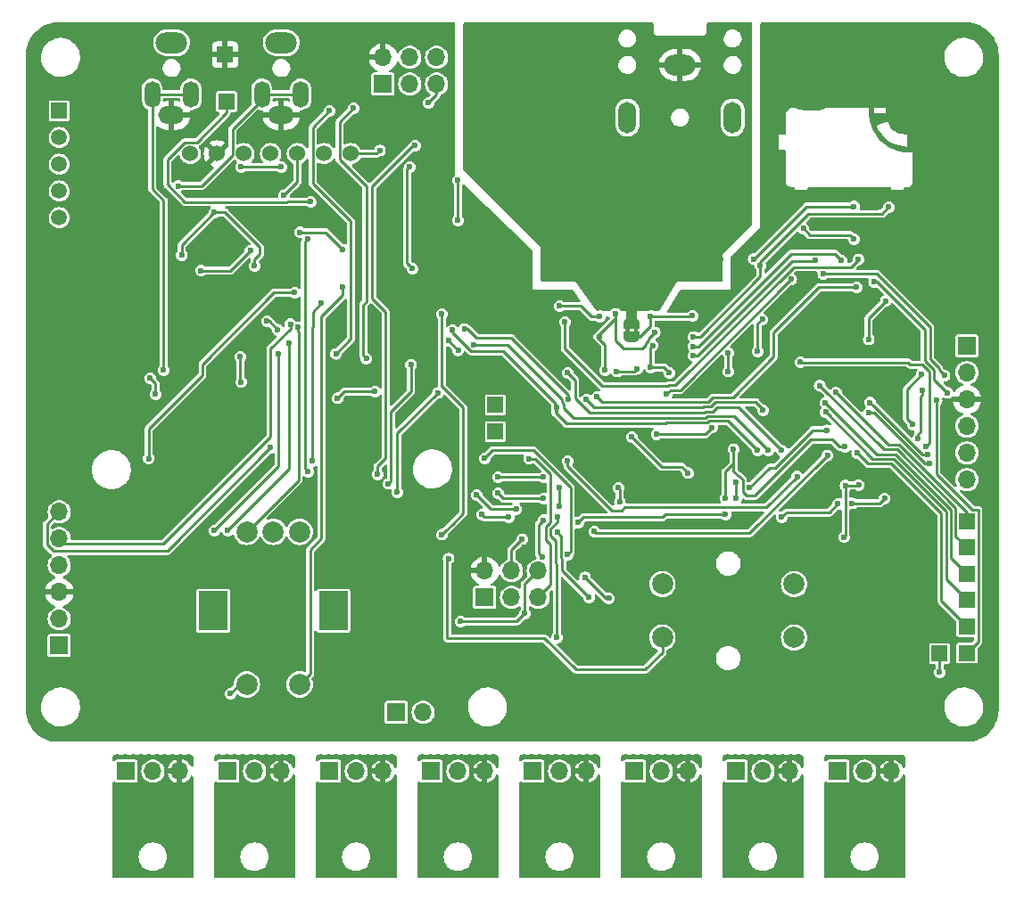
<source format=gbl>
G04 #@! TF.GenerationSoftware,KiCad,Pcbnew,7.0.9-43-g6331a0ab7a*
G04 #@! TF.CreationDate,2023-11-28T23:48:02+01:00*
G04 #@! TF.ProjectId,Synkino,53796e6b-696e-46f2-9e6b-696361645f70,rev?*
G04 #@! TF.SameCoordinates,Original*
G04 #@! TF.FileFunction,Copper,L2,Bot*
G04 #@! TF.FilePolarity,Positive*
%FSLAX46Y46*%
G04 Gerber Fmt 4.6, Leading zero omitted, Abs format (unit mm)*
G04 Created by KiCad (PCBNEW 7.0.9-43-g6331a0ab7a) date 2023-11-28 23:48:02*
%MOMM*%
%LPD*%
G01*
G04 APERTURE LIST*
G04 Aperture macros list*
%AMFreePoly0*
4,1,19,0.500000,-0.750000,0.000000,-0.750000,0.000000,-0.744911,-0.071157,-0.744911,-0.207708,-0.704816,-0.327430,-0.627875,-0.420627,-0.520320,-0.479746,-0.390866,-0.500000,-0.250000,-0.500000,0.250000,-0.479746,0.390866,-0.420627,0.520320,-0.327430,0.627875,-0.207708,0.704816,-0.071157,0.744911,0.000000,0.744911,0.000000,0.750000,0.500000,0.750000,0.500000,-0.750000,0.500000,-0.750000,
$1*%
%AMFreePoly1*
4,1,19,0.000000,0.744911,0.071157,0.744911,0.207708,0.704816,0.327430,0.627875,0.420627,0.520320,0.479746,0.390866,0.500000,0.250000,0.500000,-0.250000,0.479746,-0.390866,0.420627,-0.520320,0.327430,-0.627875,0.207708,-0.704816,0.071157,-0.744911,0.000000,-0.744911,0.000000,-0.750000,-0.500000,-0.750000,-0.500000,0.750000,0.000000,0.750000,0.000000,0.744911,0.000000,0.744911,
$1*%
G04 Aperture macros list end*
G04 #@! TA.AperFunction,ComponentPad*
%ADD10O,3.000000X2.000000*%
G04 #@! TD*
G04 #@! TA.AperFunction,ComponentPad*
%ADD11O,1.700000X3.000000*%
G04 #@! TD*
G04 #@! TA.AperFunction,ComponentPad*
%ADD12C,2.000000*%
G04 #@! TD*
G04 #@! TA.AperFunction,ComponentPad*
%ADD13R,2.700000X3.700000*%
G04 #@! TD*
G04 #@! TA.AperFunction,ComponentPad*
%ADD14C,1.524000*%
G04 #@! TD*
G04 #@! TA.AperFunction,ComponentPad*
%ADD15R,1.700000X1.700000*%
G04 #@! TD*
G04 #@! TA.AperFunction,ComponentPad*
%ADD16O,1.700000X1.700000*%
G04 #@! TD*
G04 #@! TA.AperFunction,ComponentPad*
%ADD17R,1.500000X1.500000*%
G04 #@! TD*
G04 #@! TA.AperFunction,ComponentPad*
%ADD18C,1.500000*%
G04 #@! TD*
G04 #@! TA.AperFunction,ComponentPad*
%ADD19O,1.500000X2.500000*%
G04 #@! TD*
G04 #@! TA.AperFunction,ComponentPad*
%ADD20O,2.500000X1.700000*%
G04 #@! TD*
G04 #@! TA.AperFunction,SMDPad,CuDef*
%ADD21FreePoly0,90.000000*%
G04 #@! TD*
G04 #@! TA.AperFunction,SMDPad,CuDef*
%ADD22FreePoly1,90.000000*%
G04 #@! TD*
G04 #@! TA.AperFunction,ViaPad*
%ADD23C,0.600000*%
G04 #@! TD*
G04 #@! TA.AperFunction,Conductor*
%ADD24C,0.250000*%
G04 #@! TD*
G04 #@! TA.AperFunction,Conductor*
%ADD25C,1.000000*%
G04 #@! TD*
G04 APERTURE END LIST*
G04 #@! TA.AperFunction,EtchedComponent*
G36*
X124514000Y-68068000D02*
G01*
X124114000Y-68068000D01*
X124114000Y-67568000D01*
X124514000Y-67568000D01*
X124514000Y-68068000D01*
G37*
G04 #@! TD.AperFunction*
G04 #@! TA.AperFunction,EtchedComponent*
G36*
X125314000Y-68068000D02*
G01*
X124914000Y-68068000D01*
X124914000Y-67568000D01*
X125314000Y-67568000D01*
X125314000Y-68068000D01*
G37*
G04 #@! TD.AperFunction*
D10*
X129286000Y-42625000D03*
D11*
X124286000Y-47625000D03*
X134286000Y-47625000D03*
D12*
X140108000Y-97028000D03*
X127608000Y-97028000D03*
X140108000Y-91948000D03*
X127608000Y-91948000D03*
X93178000Y-101488000D03*
X88178000Y-101488000D03*
X93178000Y-86988000D03*
X88178000Y-86988000D03*
X90678000Y-86988000D03*
D13*
X96378000Y-94488000D03*
X84978000Y-94488000D03*
D14*
X82804000Y-51054000D03*
X85344000Y-51054000D03*
X87884000Y-51054000D03*
X90424000Y-51054000D03*
X92964000Y-51054000D03*
X95504000Y-51054000D03*
X98044000Y-51054000D03*
D15*
X70358000Y-97790000D03*
D16*
X70358000Y-95250000D03*
X70358000Y-92710000D03*
X70358000Y-90170000D03*
X70358000Y-87630000D03*
X70358000Y-85090000D03*
D15*
X101092000Y-44450000D03*
D16*
X101092000Y-41910000D03*
X103632000Y-44450000D03*
X103632000Y-41910000D03*
X106172000Y-44450000D03*
X106172000Y-41910000D03*
D15*
X156524000Y-69325000D03*
D16*
X156524000Y-71865000D03*
X156524000Y-74405000D03*
X156524000Y-76945000D03*
X156524000Y-79485000D03*
X156524000Y-82025000D03*
D17*
X156524000Y-85983000D03*
X156524000Y-88483000D03*
X156524000Y-90983000D03*
X156524000Y-93483000D03*
X156524000Y-95983000D03*
X156524000Y-98483000D03*
D18*
X70358000Y-49530000D03*
X70358000Y-52070000D03*
X70358000Y-54610000D03*
X70358000Y-57150000D03*
D15*
X110744000Y-93218000D03*
D16*
X110744000Y-90678000D03*
X113284000Y-93218000D03*
X113284000Y-90678000D03*
X115824000Y-93218000D03*
X115824000Y-90678000D03*
D15*
X76708000Y-109728000D03*
D16*
X79248000Y-109728000D03*
X81788000Y-109728000D03*
D15*
X86360000Y-109728000D03*
D16*
X88900000Y-109728000D03*
X91440000Y-109728000D03*
D15*
X96012000Y-109728000D03*
D16*
X98552000Y-109728000D03*
X101092000Y-109728000D03*
D15*
X105664000Y-109728000D03*
D16*
X108204000Y-109728000D03*
X110744000Y-109728000D03*
D15*
X115316000Y-109728000D03*
D16*
X117856000Y-109728000D03*
X120396000Y-109728000D03*
D15*
X124968000Y-109728000D03*
D16*
X127508000Y-109728000D03*
X130048000Y-109728000D03*
D15*
X134620000Y-109728000D03*
D16*
X137160000Y-109728000D03*
X139700000Y-109728000D03*
D15*
X144272000Y-109728000D03*
D16*
X146812000Y-109728000D03*
X149352000Y-109728000D03*
D10*
X91440000Y-40526000D03*
D19*
X93290000Y-45426000D03*
X89590000Y-45426000D03*
D20*
X91440000Y-47426000D03*
D10*
X81026000Y-40526000D03*
D19*
X82876000Y-45426000D03*
X79176000Y-45426000D03*
D20*
X81026000Y-47426000D03*
D17*
X70358000Y-46990000D03*
X111760000Y-77470000D03*
X111760000Y-74930000D03*
X153924000Y-98552000D03*
X86106000Y-41656000D03*
X86233000Y-46101000D03*
D15*
X102357000Y-104140000D03*
D16*
X104897000Y-104140000D03*
D21*
X124714000Y-68468000D03*
D22*
X124714000Y-67168000D03*
D23*
X144083758Y-73732195D03*
X123444000Y-82804000D03*
X108458000Y-95504000D03*
X117856000Y-84582000D03*
X130459000Y-66457000D03*
X127066000Y-77724000D03*
X133858000Y-69977000D03*
X114554000Y-94742000D03*
X126492000Y-66548000D03*
X117856000Y-82804000D03*
X125222000Y-71501000D03*
X81992500Y-60706000D03*
X123568423Y-84166469D03*
X146247051Y-82548051D03*
X88900000Y-61722000D03*
X144997039Y-82574992D03*
X121666000Y-66548000D03*
X153924000Y-100330000D03*
X133858000Y-71755000D03*
X144854000Y-87495000D03*
X86614000Y-102362000D03*
X123280400Y-71754498D03*
X85090000Y-56642000D03*
X132334000Y-77079010D03*
X117856000Y-65532000D03*
X142544000Y-73095000D03*
X143091113Y-74720147D03*
X143100001Y-75612933D03*
X146104137Y-79500967D03*
X153634000Y-74495000D03*
X83810380Y-62171306D03*
X88490004Y-60275003D03*
X126746000Y-87747010D03*
X124460000Y-84031871D03*
X130810000Y-87747010D03*
X144502051Y-71524949D03*
X130048000Y-79761000D03*
X101854000Y-50645500D03*
X140194971Y-84396382D03*
X147074500Y-71539498D03*
X123444000Y-91069500D03*
X85598000Y-58166000D03*
X78486000Y-97536000D03*
X85344000Y-75438000D03*
X83820000Y-62992000D03*
X123747500Y-103530272D03*
X81026000Y-80518000D03*
X90678000Y-59182000D03*
X98470532Y-79248736D03*
X141170793Y-83487105D03*
X136274000Y-61075000D03*
X121666000Y-68466022D03*
X145796000Y-56075000D03*
X122174000Y-71628000D03*
X126892379Y-68046798D03*
X130048000Y-81407000D03*
X117624011Y-85598000D03*
X123190000Y-66303990D03*
X94234000Y-55626000D03*
X124714000Y-77978000D03*
X117602000Y-97028000D03*
X103751500Y-71102750D03*
X100330000Y-73660000D03*
X101600000Y-82423000D03*
X96774000Y-74295000D03*
X118364000Y-67056000D03*
X146214500Y-61087000D03*
X90424000Y-78994000D03*
X100584000Y-81534000D03*
X104140000Y-50292000D03*
X122541095Y-93300768D03*
X110744000Y-80010000D03*
X120269000Y-91313000D03*
X118618000Y-89154000D03*
X117640923Y-87004990D03*
X109982000Y-83491500D03*
X113724500Y-84836000D03*
X120650000Y-93218000D03*
X105410000Y-46228000D03*
X108204000Y-53594000D03*
X114955104Y-80024988D03*
X108204000Y-57404000D03*
X117602000Y-75134998D03*
X136652000Y-79248000D03*
X107696000Y-67817313D03*
X93218000Y-58518002D03*
X106680000Y-66294000D03*
X106680000Y-87249000D03*
X113030000Y-85598000D03*
X110490000Y-85344000D03*
X97282000Y-60198000D03*
X80264000Y-71628000D03*
X144615501Y-61214000D03*
X130539539Y-69363563D03*
X130556000Y-70231000D03*
X142082422Y-61203500D03*
X151892000Y-78105000D03*
X148815161Y-65052839D03*
X147193000Y-68707000D03*
X152263010Y-73533000D03*
X152208714Y-72061511D03*
X151377166Y-76794474D03*
X140716000Y-70866000D03*
X152655682Y-78865318D03*
X145796000Y-59182000D03*
X147701000Y-63246000D03*
X154665336Y-73787000D03*
X140980500Y-58166000D03*
X100794336Y-50759359D03*
X126685500Y-69281500D03*
X128270000Y-71882502D03*
X126492000Y-71374000D03*
X118618000Y-80264000D03*
X112014000Y-81788000D03*
X140401051Y-81727051D03*
X116332000Y-81788000D03*
X108213047Y-69734866D03*
X107305010Y-68834000D03*
X91093876Y-67778535D03*
X120396000Y-74420968D03*
X108830084Y-67699916D03*
X118695180Y-74420936D03*
X86360000Y-86868000D03*
X137160000Y-75438000D03*
X90088754Y-66974754D03*
X92202000Y-69088000D03*
X109711249Y-69204071D03*
X137668000Y-79248000D03*
X91186000Y-70104000D03*
X85090000Y-86868000D03*
X103886000Y-61976000D03*
X103632000Y-52324000D03*
X91694000Y-55000990D03*
X87630000Y-52324000D03*
X91440000Y-52324000D03*
X98298000Y-46736000D03*
X99508979Y-70532737D03*
X78856686Y-80025416D03*
X92710000Y-64262000D03*
X92302403Y-67254620D03*
X121158000Y-86952700D03*
X154389814Y-72136000D03*
X143273754Y-79736389D03*
X142875000Y-62484000D03*
X114300000Y-87675015D03*
X143219746Y-77343473D03*
X135890000Y-82804000D03*
X134620000Y-82296000D03*
X134620000Y-83820000D03*
X128016000Y-73914000D03*
X139829911Y-62994911D03*
X146050000Y-63754000D03*
X121412000Y-74168000D03*
X116332000Y-83820000D03*
X145622049Y-84285000D03*
X79502000Y-73914000D03*
X87630000Y-72760500D03*
X78994000Y-72390000D03*
X138938000Y-85598000D03*
X87530500Y-70358000D03*
X144272000Y-84328000D03*
X112014000Y-83312000D03*
X148707001Y-83812125D03*
X96012000Y-46990000D03*
X96637010Y-70080745D03*
X118618000Y-71882000D03*
X138921309Y-79234817D03*
X147304000Y-74695000D03*
X152814778Y-79660825D03*
X147194000Y-75695000D03*
X152981940Y-80510631D03*
X114554000Y-57404000D03*
X109474000Y-41275000D03*
X127254000Y-60579000D03*
X133172011Y-61087000D03*
X118110000Y-45720000D03*
X123190000Y-57404000D03*
X116332000Y-52705000D03*
X110505813Y-49775955D03*
X125476000Y-62865000D03*
X111252000Y-51816000D03*
X132842000Y-62865000D03*
X127508000Y-52959000D03*
X120904000Y-62865000D03*
X128016000Y-63119000D03*
X121597518Y-53477727D03*
X81788000Y-115570000D03*
X76708000Y-115570000D03*
X86332170Y-115514909D03*
X91440000Y-115570000D03*
X96012000Y-115570000D03*
X101092000Y-115570000D03*
X105664000Y-115570000D03*
X110744000Y-115570000D03*
X120396000Y-115570000D03*
X115316000Y-115570000D03*
X130048000Y-115570000D03*
X124968000Y-115570000D03*
X134620000Y-115570000D03*
X139700000Y-115570000D03*
X81660750Y-54115274D03*
X149352000Y-115570000D03*
X144272000Y-115570000D03*
X93054991Y-67525970D03*
X95250000Y-65278000D03*
X94370990Y-80264000D03*
X97282000Y-63754000D03*
X93980000Y-59182000D03*
X93980000Y-81280000D03*
X107315000Y-89535000D03*
X106299000Y-73787000D03*
X102447897Y-83226101D03*
X116207440Y-89352496D03*
X119634000Y-86106000D03*
X133604000Y-83820000D03*
X133604000Y-85344000D03*
X149098000Y-56134000D03*
X134366000Y-79121000D03*
X116324003Y-85876598D03*
X136906000Y-61678736D03*
X144950125Y-78900565D03*
X136652000Y-69850000D03*
X137083989Y-66802000D03*
X130556000Y-68453000D03*
D24*
X131689010Y-77724000D02*
X132334000Y-77079010D01*
X127066000Y-77724000D02*
X131689010Y-77724000D01*
X156524000Y-85983000D02*
X156524000Y-85144371D01*
X156524000Y-85144371D02*
X150097585Y-78717956D01*
X149069519Y-78717956D02*
X144083758Y-73732195D01*
X150097585Y-78717956D02*
X149069519Y-78717956D01*
X88178000Y-101488000D02*
X87488000Y-101488000D01*
X123568423Y-84166469D02*
X123568423Y-82928423D01*
X124714000Y-68468000D02*
X125464000Y-68468000D01*
X153924000Y-98552000D02*
X153924000Y-100330000D01*
X144997039Y-82574992D02*
X144997039Y-87351961D01*
X126492000Y-67440000D02*
X126492000Y-66548000D01*
X115824000Y-90678000D02*
X114554000Y-91948000D01*
X89408000Y-59944000D02*
X86106000Y-56642000D01*
X124968502Y-71754498D02*
X125222000Y-71501000D01*
X113792000Y-95504000D02*
X114554000Y-94742000D01*
X108458000Y-95504000D02*
X113792000Y-95504000D01*
X125464000Y-68468000D02*
X126492000Y-67440000D01*
X126492000Y-66548000D02*
X130368000Y-66548000D01*
X120904000Y-66548000D02*
X119888000Y-65532000D01*
X133858000Y-69977000D02*
X133858000Y-71755000D01*
X130368000Y-66548000D02*
X130459000Y-66457000D01*
X85090000Y-56642000D02*
X81992500Y-59739500D01*
X117856000Y-84582000D02*
X117856000Y-82804000D01*
X88900000Y-61138768D02*
X89408000Y-60630768D01*
X121666000Y-66548000D02*
X120904000Y-66548000D01*
X119888000Y-65532000D02*
X117856000Y-65532000D01*
X144997039Y-87351961D02*
X144854000Y-87495000D01*
X86106000Y-56642000D02*
X85090000Y-56642000D01*
X88900000Y-61722000D02*
X88900000Y-61138768D01*
X144997039Y-82574992D02*
X146220110Y-82574992D01*
X89408000Y-60630768D02*
X89408000Y-59944000D01*
X146220110Y-82574992D02*
X146247051Y-82548051D01*
X123568423Y-82928423D02*
X123444000Y-82804000D01*
X81992500Y-59739500D02*
X81992500Y-60706000D01*
X114554000Y-91948000D02*
X114554000Y-94742000D01*
X123280400Y-71754498D02*
X124968502Y-71754498D01*
X87488000Y-101488000D02*
X86614000Y-102362000D01*
X149911200Y-79167967D02*
X148616967Y-79167967D01*
X156524000Y-88483000D02*
X155448000Y-87407000D01*
X148616967Y-79167967D02*
X142544000Y-73095000D01*
X155448000Y-87407000D02*
X155448000Y-84704767D01*
X155448000Y-84704767D02*
X149911200Y-79167967D01*
X156515000Y-90983000D02*
X154998000Y-89466000D01*
X154998000Y-89466000D02*
X154998000Y-84891178D01*
X156524000Y-90983000D02*
X156515000Y-90983000D01*
X154998000Y-84891178D02*
X149724800Y-79617978D01*
X147988944Y-79617978D02*
X143091113Y-74720147D01*
X149724800Y-79617978D02*
X147988944Y-79617978D01*
X147555046Y-80067978D02*
X143100001Y-75612933D01*
X154548000Y-91507000D02*
X154548000Y-85077574D01*
X154548000Y-85077574D02*
X149538404Y-80067978D01*
X149538404Y-80067978D02*
X147555046Y-80067978D01*
X156524000Y-93483000D02*
X154548000Y-91507000D01*
X147121170Y-80518000D02*
X146104137Y-79500967D01*
X154098000Y-93557000D02*
X154098000Y-85264000D01*
X156524000Y-95983000D02*
X154098000Y-93557000D01*
X149352000Y-80518000D02*
X147121170Y-80518000D01*
X154098000Y-85264000D02*
X149352000Y-80518000D01*
X153634000Y-81498000D02*
X153634000Y-74495000D01*
X157044000Y-84908000D02*
X153634000Y-81498000D01*
X157599000Y-84908000D02*
X157044000Y-84908000D01*
X157599001Y-97407999D02*
X157599000Y-84908000D01*
X156524000Y-98483000D02*
X157599001Y-97407999D01*
X86593701Y-62171306D02*
X88190005Y-60575002D01*
X83810380Y-62171306D02*
X86593701Y-62171306D01*
X88190005Y-60575002D02*
X88490004Y-60275003D01*
X140261516Y-84396382D02*
X140194971Y-84396382D01*
X117624011Y-86022264D02*
X117624011Y-85598000D01*
X126060500Y-69265500D02*
X125730000Y-69596000D01*
X136274000Y-61075000D02*
X141274000Y-56075000D01*
X80645000Y-51604238D02*
X82282239Y-49966999D01*
X117465010Y-89943597D02*
X117465010Y-87832123D01*
X117602000Y-97028000D02*
X117602000Y-90080587D01*
X129441872Y-80800872D02*
X129748001Y-81107001D01*
X83427661Y-49966999D02*
X86233000Y-47161660D01*
X126282677Y-68656500D02*
X126282677Y-68800439D01*
X122174000Y-71628000D02*
X122174000Y-69228467D01*
X122174000Y-69228467D02*
X121411555Y-68466022D01*
X123952000Y-69596000D02*
X123190000Y-68834000D01*
X91995300Y-55626000D02*
X91965310Y-55655990D01*
X123190000Y-68834000D02*
X123190000Y-66303990D01*
X117015922Y-87383035D02*
X117015922Y-86704989D01*
X82275156Y-55655990D02*
X80645000Y-54025834D01*
X86233000Y-47161660D02*
X86233000Y-46101000D01*
X117465010Y-87832123D02*
X117015922Y-87383035D01*
X123190000Y-66687577D02*
X123190000Y-66303990D01*
X124714000Y-77978000D02*
X127536872Y-80800872D01*
X129748001Y-81107001D02*
X130048000Y-81407000D01*
X117602000Y-90080587D02*
X117465010Y-89943597D01*
X141274000Y-56075000D02*
X145774000Y-56075000D01*
X126060500Y-69022616D02*
X126060500Y-69265500D01*
X91965310Y-55655990D02*
X82275156Y-55655990D01*
X126282677Y-68800439D02*
X126060500Y-69022616D01*
X117624011Y-86096900D02*
X117624011Y-86022264D01*
X80645000Y-54025834D02*
X80645000Y-51604238D01*
X82282239Y-49966999D02*
X83427661Y-49966999D01*
X126892379Y-68046798D02*
X126282677Y-68656500D01*
X127536872Y-80800872D02*
X129441872Y-80800872D01*
X117015922Y-86704989D02*
X117624011Y-86096900D01*
X125730000Y-69596000D02*
X123952000Y-69596000D01*
X94234000Y-55626000D02*
X91995300Y-55626000D01*
X121411555Y-68466022D02*
X123190000Y-66687577D01*
X103751500Y-71102750D02*
X103751500Y-73667500D01*
X103751500Y-73667500D02*
X101854000Y-75565000D01*
X100330000Y-73660000D02*
X97409000Y-73660000D01*
X97409000Y-73660000D02*
X96774000Y-74295000D01*
X101854000Y-82169000D02*
X101600000Y-82423000D01*
X101854000Y-75565000D02*
X101854000Y-82169000D01*
X118364000Y-67056000D02*
X118364000Y-69596000D01*
X145542000Y-61849000D02*
X146214500Y-61176500D01*
X146214500Y-61176500D02*
X146214500Y-61087000D01*
X121920000Y-73152000D02*
X128141604Y-73152000D01*
X118364000Y-69596000D02*
X121920000Y-73152000D01*
X140081000Y-61849000D02*
X145542000Y-61849000D01*
X128141604Y-73152000D02*
X128222658Y-73070946D01*
X128859054Y-73070946D02*
X140081000Y-61849000D01*
X128222658Y-73070946D02*
X128859054Y-73070946D01*
X100584000Y-80772000D02*
X100584000Y-81534000D01*
X70358000Y-85090000D02*
X69182999Y-86265001D01*
X100076000Y-64831177D02*
X101346000Y-66101177D01*
X69182999Y-86265001D02*
X69182999Y-88194001D01*
X69182999Y-88194001D02*
X69793999Y-88805001D01*
X80612999Y-88805001D02*
X90424000Y-78994000D01*
X103949500Y-50292000D02*
X100076000Y-54165500D01*
X101346000Y-80010000D02*
X100584000Y-80772000D01*
X101346000Y-66101177D02*
X101346000Y-80010000D01*
X69793999Y-88805001D02*
X80612999Y-88805001D01*
X104140000Y-50292000D02*
X103949500Y-50292000D01*
X100076000Y-54165500D02*
X100076000Y-64831177D01*
X120269000Y-91313000D02*
X122256768Y-93300768D01*
X110744000Y-80010000D02*
X111506000Y-79248000D01*
X115353415Y-79248000D02*
X118917999Y-82812584D01*
X111506000Y-79248000D02*
X115353415Y-79248000D01*
X118917999Y-88854001D02*
X118618000Y-89154000D01*
X122256768Y-93300768D02*
X122541095Y-93300768D01*
X118917999Y-82812584D02*
X118917999Y-88854001D01*
X118110000Y-90678000D02*
X118110000Y-89571002D01*
X117992990Y-87357057D02*
X117940922Y-87304989D01*
X120650000Y-93218000D02*
X118110000Y-90678000D01*
X117992990Y-89453992D02*
X117992990Y-87357057D01*
X118110000Y-89571002D02*
X117992990Y-89453992D01*
X111326500Y-84836000D02*
X113724500Y-84836000D01*
X109982000Y-83491500D02*
X111326500Y-84836000D01*
X117940922Y-87304989D02*
X117640923Y-87004990D01*
X115493992Y-80024988D02*
X115379368Y-80024988D01*
X133858010Y-76454010D02*
X136652000Y-79248000D01*
X127966594Y-76629010D02*
X131900116Y-76629010D01*
X131900116Y-76629010D02*
X132075116Y-76454010D01*
X115379368Y-80024988D02*
X114955104Y-80024988D01*
X117602000Y-75559262D02*
X117469262Y-75692000D01*
X112511500Y-69839500D02*
X117463942Y-74791942D01*
X107696000Y-68072000D02*
X109463500Y-69839500D01*
X116565911Y-86518589D02*
X116999001Y-86085499D01*
X132075116Y-76454010D02*
X133858010Y-76454010D01*
X116565911Y-87764334D02*
X116565911Y-86518589D01*
X106172000Y-45466000D02*
X106172000Y-44450000D01*
X108204000Y-53594000D02*
X108204000Y-57404000D01*
X105410000Y-46228000D02*
X106172000Y-45466000D01*
X109463500Y-69839500D02*
X112511500Y-69839500D01*
X117463942Y-74791942D02*
X117463942Y-75692000D01*
X118479942Y-76708000D02*
X127887604Y-76708000D01*
X115824000Y-93218000D02*
X116999001Y-92042999D01*
X107696000Y-67817313D02*
X107696000Y-68072000D01*
X117602000Y-75134998D02*
X117602000Y-75559262D01*
X117463942Y-75692000D02*
X118479942Y-76708000D01*
X116999001Y-88197424D02*
X116565911Y-87764334D01*
X116999001Y-92042999D02*
X116999001Y-88197424D01*
X117469262Y-75692000D02*
X117463942Y-75692000D01*
X116999001Y-81529997D02*
X115493992Y-80024988D01*
X116999001Y-86085499D02*
X116999001Y-81529997D01*
X127887604Y-76708000D02*
X127966594Y-76629010D01*
X97282000Y-60198000D02*
X95602002Y-58518002D01*
X107716001Y-86212999D02*
X106979999Y-86949001D01*
X110744000Y-85598000D02*
X113030000Y-85598000D01*
X108712000Y-75184000D02*
X108712000Y-85217000D01*
X93642264Y-58518002D02*
X93218000Y-58518002D01*
X110490000Y-85344000D02*
X110744000Y-85598000D01*
X106979999Y-86949001D02*
X106680000Y-87249000D01*
X106770996Y-73242996D02*
X108712000Y-75184000D01*
X108712000Y-85217000D02*
X107716001Y-86212999D01*
X95602002Y-58518002D02*
X93642264Y-58518002D01*
X106680000Y-66294000D02*
X106680000Y-73242996D01*
X79176000Y-45426000D02*
X79176000Y-54412411D01*
X79176000Y-54412411D02*
X80264000Y-55500411D01*
X79176000Y-45426000D02*
X82876000Y-45426000D01*
X80264000Y-55500411D02*
X80264000Y-71203736D01*
X80264000Y-71203736D02*
X80264000Y-71628000D01*
X144615501Y-61214000D02*
X143980501Y-60579000D01*
X139827000Y-60579000D02*
X131042437Y-69363563D01*
X131042437Y-69363563D02*
X130539539Y-69363563D01*
X143980501Y-60579000D02*
X139827000Y-60579000D01*
X139922183Y-61245817D02*
X142040105Y-61245817D01*
X130937000Y-70231000D02*
X139922183Y-61245817D01*
X130556000Y-70231000D02*
X130937000Y-70231000D01*
X142040105Y-61245817D02*
X142082422Y-61203500D01*
X147193000Y-66675000D02*
X147193000Y-68707000D01*
X148815161Y-65052839D02*
X147193000Y-66675000D01*
X152078999Y-77493737D02*
X152078999Y-74141275D01*
X152263010Y-73957264D02*
X152263010Y-73533000D01*
X152078999Y-74141275D02*
X152263010Y-73957264D01*
X151892000Y-77680736D02*
X152078999Y-77493737D01*
X151892000Y-78105000D02*
X151892000Y-77680736D01*
X152208714Y-72061511D02*
X150818999Y-73451226D01*
X150818999Y-73451226D02*
X150818999Y-76236307D01*
X150818999Y-76236307D02*
X151077167Y-76494475D01*
X151077167Y-76494475D02*
X151377166Y-76794474D01*
X152955681Y-78565319D02*
X152655682Y-78865318D01*
X140749949Y-70899949D02*
X140716000Y-70866000D01*
X150908052Y-70899949D02*
X140749949Y-70899949D01*
X151118113Y-71110010D02*
X150908052Y-70899949D01*
X152955681Y-71804091D02*
X152955681Y-78565319D01*
X151118113Y-71110010D02*
X152261600Y-71110010D01*
X152261600Y-71110010D02*
X152955681Y-71804091D01*
X147986750Y-63246000D02*
X147701000Y-63246000D01*
X141615500Y-58801000D02*
X140980500Y-58166000D01*
X153405681Y-72527345D02*
X153405681Y-71617695D01*
X145796000Y-59182000D02*
X145415000Y-58801000D01*
X153405681Y-71617695D02*
X152527000Y-70739014D01*
X145415000Y-58801000D02*
X141615500Y-58801000D01*
X152527000Y-70739014D02*
X152527000Y-67786250D01*
X154665336Y-73787000D02*
X153405681Y-72527345D01*
X152527000Y-67786250D02*
X147986750Y-63246000D01*
X100499695Y-51054000D02*
X98044000Y-51054000D01*
X100794336Y-50759359D02*
X100499695Y-51054000D01*
X126685500Y-69281500D02*
X126492000Y-69475000D01*
X128270000Y-71882502D02*
X127761498Y-71374000D01*
X127761498Y-71374000D02*
X126492000Y-71374000D01*
X126492000Y-69475000D02*
X126492000Y-71374000D01*
X118618000Y-80772000D02*
X122799001Y-84953001D01*
X124040121Y-84656881D02*
X137471221Y-84656881D01*
X122799001Y-84953001D02*
X123744001Y-84953001D01*
X137471221Y-84656881D02*
X140401051Y-81727051D01*
X112014000Y-81788000D02*
X116332000Y-81788000D01*
X118618000Y-80264000D02*
X118618000Y-80772000D01*
X123744001Y-84953001D02*
X124040121Y-84656881D01*
X137160000Y-75354264D02*
X136481736Y-74676000D01*
X137160000Y-75438000D02*
X137160000Y-75354264D01*
X132600448Y-74676000D02*
X132172438Y-75104010D01*
X108830084Y-67699916D02*
X109093000Y-67699916D01*
X118695180Y-73996672D02*
X118695180Y-74420936D01*
X113278508Y-68580000D02*
X118695180Y-73996672D01*
X91093876Y-67778535D02*
X90290095Y-66974754D01*
X109973084Y-68580000D02*
X113278508Y-68580000D01*
X107305010Y-68834000D02*
X108205876Y-69734866D01*
X86360000Y-86868000D02*
X92202000Y-81026000D01*
X121159032Y-75184000D02*
X120396000Y-74420968D01*
X108205876Y-69734866D02*
X108213047Y-69734866D01*
X131515928Y-75104010D02*
X131435938Y-75184000D01*
X109093000Y-67699916D02*
X109973084Y-68580000D01*
X90290095Y-66974754D02*
X90088754Y-66974754D01*
X132172438Y-75104010D02*
X131515928Y-75104010D01*
X136481736Y-74676000D02*
X132600448Y-74676000D01*
X131435938Y-75184000D02*
X121159032Y-75184000D01*
X92202000Y-81026000D02*
X92202000Y-69088000D01*
X112922971Y-69204071D02*
X118070180Y-74351280D01*
X131888720Y-76004010D02*
X134424010Y-76004010D01*
X131713720Y-76179010D02*
X131888720Y-76004010D01*
X118070180Y-74679820D02*
X118227001Y-74836641D01*
X118070180Y-74351280D02*
X118070180Y-74679820D01*
X91186000Y-80772000D02*
X91186000Y-70104000D01*
X109711249Y-69204071D02*
X112922971Y-69204071D01*
X118227001Y-75275179D02*
X119151822Y-76200000D01*
X127759208Y-76200000D02*
X127780198Y-76179010D01*
X119151822Y-76200000D02*
X127759208Y-76200000D01*
X127780198Y-76179010D02*
X131713720Y-76179010D01*
X118227001Y-74836641D02*
X118227001Y-75275179D01*
X134424010Y-76004010D02*
X137668000Y-79248000D01*
X85090000Y-86868000D02*
X91186000Y-80772000D01*
X92964000Y-51054000D02*
X92964000Y-53730990D01*
X103632000Y-52324000D02*
X103378000Y-52578000D01*
X92964000Y-53730990D02*
X91993999Y-54700991D01*
X103378000Y-52578000D02*
X103378000Y-61468000D01*
X91993999Y-54700991D02*
X91694000Y-55000990D01*
X103378000Y-61468000D02*
X103886000Y-61976000D01*
X91440000Y-52324000D02*
X87630000Y-52324000D01*
X99208980Y-70232738D02*
X99508979Y-70532737D01*
X99208980Y-65423057D02*
X99208980Y-70232738D01*
X99508979Y-65123058D02*
X99208980Y-65423057D01*
X98298000Y-46736000D02*
X96956999Y-48077001D01*
X96956999Y-51575761D02*
X99508979Y-54127741D01*
X99508979Y-54127741D02*
X99508979Y-65123058D01*
X96956999Y-48077001D02*
X96956999Y-51575761D01*
X83956998Y-72083421D02*
X78856686Y-77183733D01*
X90768996Y-64262000D02*
X83956998Y-71073998D01*
X78856686Y-79601152D02*
X78856686Y-80025416D01*
X78856686Y-77183733D02*
X78856686Y-79601152D01*
X92710000Y-64262000D02*
X90768996Y-64262000D01*
X83956998Y-71073998D02*
X83956998Y-72083421D01*
X92302403Y-67678884D02*
X92302403Y-67254620D01*
X90424000Y-77978000D02*
X90424000Y-69557287D01*
X80264000Y-88138000D02*
X90424000Y-77978000D01*
X70866000Y-88138000D02*
X80264000Y-88138000D01*
X70358000Y-87630000D02*
X70866000Y-88138000D01*
X90424000Y-69557287D02*
X92302403Y-67678884D01*
X147955000Y-62484000D02*
X142875000Y-62484000D01*
X114300000Y-87675015D02*
X113284000Y-88691015D01*
X153855681Y-71601867D02*
X153855681Y-71431299D01*
X153035000Y-67564000D02*
X147955000Y-62484000D01*
X135890000Y-87122000D02*
X142973755Y-80038245D01*
X121158000Y-86952700D02*
X121327300Y-87122000D01*
X153855681Y-71431299D02*
X153035000Y-70610618D01*
X154389814Y-72136000D02*
X153855681Y-71601867D01*
X142973755Y-80038245D02*
X142973755Y-80036388D01*
X153035000Y-70610618D02*
X153035000Y-67564000D01*
X113284000Y-88691015D02*
X113284000Y-90678000D01*
X121327300Y-87122000D02*
X135890000Y-87122000D01*
X142973755Y-80036388D02*
X143273754Y-79736389D01*
X137809712Y-80887980D02*
X138314020Y-80887980D01*
X138314020Y-80887980D02*
X141858527Y-77343473D01*
X141858527Y-77343473D02*
X143219746Y-77343473D01*
X134620000Y-83820000D02*
X134620000Y-82296000D01*
X135893692Y-82804000D02*
X137809712Y-80887980D01*
X135890000Y-82804000D02*
X135893692Y-82804000D01*
X128016000Y-73914000D02*
X128409054Y-73520946D01*
X139824089Y-62994911D02*
X139829911Y-62994911D01*
X128409054Y-73520946D02*
X129298054Y-73520946D01*
X129298054Y-73520946D02*
X139824089Y-62994911D01*
X146050000Y-63754000D02*
X142494000Y-63754000D01*
X121920000Y-74676000D02*
X121412000Y-74168000D01*
X131986042Y-74654010D02*
X131329532Y-74654010D01*
X132414052Y-74226000D02*
X131986042Y-74654010D01*
X138176000Y-68072000D02*
X138176000Y-70358000D01*
X142494000Y-63754000D02*
X138176000Y-68072000D01*
X138176000Y-70358000D02*
X134308000Y-74226000D01*
X131307542Y-74676000D02*
X121920000Y-74676000D01*
X134308000Y-74226000D02*
X132414052Y-74226000D01*
X131329532Y-74654010D02*
X131307542Y-74676000D01*
X79502000Y-72898000D02*
X78994000Y-72390000D01*
X87630000Y-72760500D02*
X87530500Y-72661000D01*
X139375471Y-85160529D02*
X143439471Y-85160529D01*
X145622049Y-84285000D02*
X148234126Y-84285000D01*
X112522000Y-83820000D02*
X116332000Y-83820000D01*
X143439471Y-85160529D02*
X144272000Y-84328000D01*
X87530500Y-72661000D02*
X87530500Y-70358000D01*
X148234126Y-84285000D02*
X148407002Y-84112124D01*
X138938000Y-85598000D02*
X139375471Y-85160529D01*
X112014000Y-83312000D02*
X112522000Y-83820000D01*
X79502000Y-73914000D02*
X79502000Y-72898000D01*
X148407002Y-84112124D02*
X148707001Y-83812125D01*
X98044000Y-57494996D02*
X98044000Y-68673755D01*
X96012000Y-46990000D02*
X94416999Y-48585001D01*
X94416999Y-48585001D02*
X94416999Y-53867995D01*
X94416999Y-53867995D02*
X98044000Y-57494996D01*
X98044000Y-68673755D02*
X96637010Y-70080745D01*
X119320182Y-74276409D02*
X120735773Y-75692000D01*
X132786833Y-75126011D02*
X134812503Y-75126011D01*
X134812503Y-75126011D02*
X138921309Y-79234817D01*
X118618000Y-71882000D02*
X119320182Y-72584182D01*
X120735773Y-75692000D02*
X131564334Y-75692000D01*
X119320182Y-72584182D02*
X119320182Y-74276409D01*
X131564334Y-75692000D02*
X131702324Y-75554010D01*
X131702324Y-75554010D02*
X132358834Y-75554010D01*
X132358834Y-75554010D02*
X132786833Y-75126011D01*
X152390514Y-79660825D02*
X152814778Y-79660825D01*
X147304000Y-74695000D02*
X147603999Y-74994999D01*
X152313291Y-79660825D02*
X152390514Y-79660825D01*
X147647465Y-74994999D02*
X152313291Y-79660825D01*
X147603999Y-74994999D02*
X147647465Y-74994999D01*
X152557676Y-80510631D02*
X152981940Y-80510631D01*
X147711055Y-75695000D02*
X152526686Y-80510631D01*
X147194000Y-75695000D02*
X147711055Y-75695000D01*
X152526686Y-80510631D02*
X152557676Y-80510631D01*
D25*
X124714000Y-65024000D02*
X124714000Y-67168000D01*
D24*
X82085014Y-54115274D02*
X81660750Y-54115274D01*
X89590000Y-45926000D02*
X86796999Y-48719001D01*
X89590000Y-45426000D02*
X89590000Y-45926000D01*
X86796999Y-51209763D02*
X83891488Y-54115274D01*
X89590000Y-45426000D02*
X93290000Y-45426000D01*
X86796999Y-48719001D02*
X86796999Y-51209763D01*
X83891488Y-54115274D02*
X82085014Y-54115274D01*
X93081002Y-82084998D02*
X93081002Y-67976245D01*
X93081002Y-67976245D02*
X93054991Y-67950234D01*
X88178000Y-86988000D02*
X93081002Y-82084998D01*
X93054991Y-67950234D02*
X93054991Y-67525970D01*
X94370990Y-79839736D02*
X94370990Y-80264000D01*
X95250000Y-65278000D02*
X94430009Y-66097991D01*
X94430009Y-67496401D02*
X94370990Y-67555420D01*
X94370990Y-67555420D02*
X94370990Y-79839736D01*
X94430009Y-66097991D02*
X94430009Y-67496401D01*
X95250000Y-87630000D02*
X95250000Y-66548000D01*
X97282000Y-64516000D02*
X97282000Y-63754000D01*
X94177999Y-88702001D02*
X95250000Y-87630000D01*
X94177999Y-100488001D02*
X94177999Y-88702001D01*
X95250000Y-66548000D02*
X97282000Y-64516000D01*
X93178000Y-101488000D02*
X94177999Y-100488001D01*
X93680001Y-59481999D02*
X93680001Y-80980001D01*
X93980000Y-59182000D02*
X93680001Y-59481999D01*
X93680001Y-80980001D02*
X93980000Y-81280000D01*
X116403998Y-97099998D02*
X119387948Y-100083948D01*
X102447897Y-77638103D02*
X102447897Y-82801837D01*
X106299000Y-73787000D02*
X102447897Y-77638103D01*
X127608000Y-98459948D02*
X127608000Y-97028000D01*
X125984000Y-100083948D02*
X127608000Y-98459948D01*
X119387948Y-100083948D02*
X125984000Y-100083948D01*
X107188000Y-89662000D02*
X107188000Y-97099998D01*
X102447897Y-82801837D02*
X102447897Y-83226101D01*
X107315000Y-89535000D02*
X107188000Y-89662000D01*
X107188000Y-97099998D02*
X116403998Y-97099998D01*
X135245000Y-82037116D02*
X134878884Y-81671000D01*
X127898990Y-85344000D02*
X133604000Y-85344000D01*
X144432565Y-78900565D02*
X143764000Y-78232000D01*
X135636000Y-83566000D02*
X135245000Y-83175000D01*
X136652000Y-67233989D02*
X137083989Y-66802000D01*
X116207440Y-89352496D02*
X115907441Y-89052497D01*
X136906000Y-61341000D02*
X141468001Y-56778999D01*
X141468001Y-56778999D02*
X148199001Y-56778999D01*
X135245000Y-83175000D02*
X135245000Y-82037116D01*
X136398000Y-83566000D02*
X135636000Y-83566000D01*
X119634000Y-86106000D02*
X120142000Y-85598000D01*
X144950125Y-78900565D02*
X144432565Y-78900565D01*
X148209000Y-56769000D02*
X148463000Y-56769000D01*
X127644990Y-85598000D02*
X127898990Y-85344000D01*
X130556000Y-68453000D02*
X131191000Y-68453000D01*
X148199001Y-56778999D02*
X148209000Y-56769000D01*
X115907441Y-89052497D02*
X115907441Y-86293160D01*
X116024004Y-86176597D02*
X116324003Y-85876598D01*
X133604000Y-83820000D02*
X133604000Y-81280000D01*
X143764000Y-78232000D02*
X141732000Y-78232000D01*
X133604000Y-81280000D02*
X134366000Y-80518000D01*
X131191000Y-68453000D02*
X136906000Y-62738000D01*
X136652000Y-69850000D02*
X136652000Y-67233989D01*
X134366000Y-81238132D02*
X134366000Y-80518000D01*
X134878884Y-81671000D02*
X134798868Y-81671000D01*
X134798868Y-81671000D02*
X134366000Y-81238132D01*
X136906000Y-62738000D02*
X136906000Y-61678736D01*
X120142000Y-85598000D02*
X127644990Y-85598000D01*
X115907441Y-86293160D02*
X116024004Y-86176597D01*
X136906000Y-61678736D02*
X136906000Y-61341000D01*
X148463000Y-56769000D02*
X149098000Y-56134000D01*
X134366000Y-80518000D02*
X134366000Y-79121000D01*
X141732000Y-78232000D02*
X136398000Y-83566000D01*
G04 #@! TA.AperFunction,Conductor*
G36*
X92315340Y-108085423D02*
G01*
X92345511Y-108104813D01*
X92364627Y-108121377D01*
X92495543Y-108181165D01*
X92602201Y-108196500D01*
X92602205Y-108196500D01*
X92606656Y-108197140D01*
X92606445Y-108198604D01*
X92666989Y-108221173D01*
X92709547Y-108278001D01*
X92717500Y-108322056D01*
X92717500Y-109295139D01*
X92697498Y-109363260D01*
X92643842Y-109409753D01*
X92573568Y-109419857D01*
X92508988Y-109390363D01*
X92472845Y-109334124D01*
X92472219Y-109334367D01*
X92471031Y-109331302D01*
X92470604Y-109330637D01*
X92470310Y-109329622D01*
X92470114Y-109328935D01*
X92470113Y-109328932D01*
X92379244Y-109146441D01*
X92256394Y-108983760D01*
X92105739Y-108846420D01*
X91932418Y-108739104D01*
X91932414Y-108739102D01*
X91742316Y-108665458D01*
X91694000Y-108656425D01*
X91694000Y-109294325D01*
X91582315Y-109243320D01*
X91475763Y-109228000D01*
X91404237Y-109228000D01*
X91297685Y-109243320D01*
X91186000Y-109294325D01*
X91186000Y-108656425D01*
X91185999Y-108656425D01*
X91137683Y-108665458D01*
X90947585Y-108739102D01*
X90947581Y-108739104D01*
X90774260Y-108846420D01*
X90623605Y-108983760D01*
X90500755Y-109146441D01*
X90409886Y-109328932D01*
X90409883Y-109328940D01*
X90368610Y-109473999D01*
X90368611Y-109474000D01*
X91008884Y-109474000D01*
X90980507Y-109518156D01*
X90940000Y-109656111D01*
X90940000Y-109799889D01*
X90980507Y-109937844D01*
X91008884Y-109982000D01*
X90368611Y-109982000D01*
X90409883Y-110127059D01*
X90409886Y-110127067D01*
X90500755Y-110309558D01*
X90623605Y-110472239D01*
X90774260Y-110609579D01*
X90947581Y-110716895D01*
X90947585Y-110716897D01*
X91137679Y-110790540D01*
X91186000Y-110799572D01*
X91186000Y-110161674D01*
X91297685Y-110212680D01*
X91404237Y-110228000D01*
X91475763Y-110228000D01*
X91582315Y-110212680D01*
X91694000Y-110161674D01*
X91694000Y-110799572D01*
X91742320Y-110790540D01*
X91932414Y-110716897D01*
X91932418Y-110716895D01*
X92105739Y-110609579D01*
X92256394Y-110472239D01*
X92379244Y-110309558D01*
X92470113Y-110127067D01*
X92470116Y-110127060D01*
X92470309Y-110126383D01*
X92470489Y-110126096D01*
X92472219Y-110121633D01*
X92473091Y-110121971D01*
X92508187Y-110066335D01*
X92572517Y-110036298D01*
X92642874Y-110045809D01*
X92696920Y-110091848D01*
X92717496Y-110159797D01*
X92717500Y-110160860D01*
X92717500Y-119769500D01*
X92697498Y-119837621D01*
X92643842Y-119884114D01*
X92591500Y-119895500D01*
X85208500Y-119895500D01*
X85140379Y-119875498D01*
X85093886Y-119821842D01*
X85082500Y-119769500D01*
X85082500Y-117856000D01*
X87544341Y-117856000D01*
X87564937Y-118091411D01*
X87626096Y-118319661D01*
X87626098Y-118319665D01*
X87725966Y-118533832D01*
X87861498Y-118727392D01*
X87861502Y-118727397D01*
X87861505Y-118727401D01*
X88028599Y-118894495D01*
X88028603Y-118894498D01*
X88028607Y-118894501D01*
X88222167Y-119030033D01*
X88222166Y-119030033D01*
X88298304Y-119065537D01*
X88436337Y-119129903D01*
X88664592Y-119191063D01*
X88841034Y-119206500D01*
X88841035Y-119206500D01*
X88958965Y-119206500D01*
X88958966Y-119206500D01*
X89135408Y-119191063D01*
X89363663Y-119129903D01*
X89577829Y-119030035D01*
X89771401Y-118894495D01*
X89938495Y-118727401D01*
X90074035Y-118533830D01*
X90173903Y-118319663D01*
X90235063Y-118091408D01*
X90255659Y-117856000D01*
X90235063Y-117620592D01*
X90173903Y-117392337D01*
X90074035Y-117178171D01*
X90074034Y-117178169D01*
X90074033Y-117178167D01*
X89938501Y-116984607D01*
X89938497Y-116984602D01*
X89938495Y-116984599D01*
X89771401Y-116817505D01*
X89771397Y-116817502D01*
X89771392Y-116817498D01*
X89577832Y-116681966D01*
X89577833Y-116681966D01*
X89363665Y-116582098D01*
X89363661Y-116582096D01*
X89135411Y-116520937D01*
X89003076Y-116509359D01*
X88958966Y-116505500D01*
X88841034Y-116505500D01*
X88805745Y-116508587D01*
X88664588Y-116520937D01*
X88436338Y-116582096D01*
X88436334Y-116582098D01*
X88222167Y-116681966D01*
X88028607Y-116817498D01*
X88028596Y-116817507D01*
X87861507Y-116984596D01*
X87861502Y-116984602D01*
X87725965Y-117178169D01*
X87626098Y-117392334D01*
X87626096Y-117392338D01*
X87564937Y-117620588D01*
X87544341Y-117856000D01*
X85082500Y-117856000D01*
X85082500Y-110804456D01*
X85102502Y-110736335D01*
X85156158Y-110689842D01*
X85226432Y-110679738D01*
X85291012Y-110709232D01*
X85313266Y-110734456D01*
X85314521Y-110736335D01*
X85329399Y-110758601D01*
X85412260Y-110813966D01*
X85485326Y-110828500D01*
X87234674Y-110828500D01*
X87307740Y-110813966D01*
X87390601Y-110758601D01*
X87445966Y-110675740D01*
X87460500Y-110602674D01*
X87460500Y-109728000D01*
X87794785Y-109728000D01*
X87813603Y-109931084D01*
X87869416Y-110127245D01*
X87869417Y-110127247D01*
X87869418Y-110127250D01*
X87960327Y-110309821D01*
X87960328Y-110309822D01*
X87960329Y-110309824D01*
X88083234Y-110472578D01*
X88233959Y-110609981D01*
X88233960Y-110609982D01*
X88407351Y-110717341D01*
X88407354Y-110717342D01*
X88407363Y-110717348D01*
X88597544Y-110791024D01*
X88798024Y-110828500D01*
X88798026Y-110828500D01*
X89001974Y-110828500D01*
X89001976Y-110828500D01*
X89202456Y-110791024D01*
X89392637Y-110717348D01*
X89566041Y-110609981D01*
X89716764Y-110472579D01*
X89839673Y-110309821D01*
X89930582Y-110127250D01*
X89986397Y-109931083D01*
X90005215Y-109728000D01*
X89986397Y-109524917D01*
X89930582Y-109328750D01*
X89839673Y-109146179D01*
X89839670Y-109146175D01*
X89716765Y-108983421D01*
X89566040Y-108846018D01*
X89566039Y-108846017D01*
X89392648Y-108738658D01*
X89392641Y-108738654D01*
X89392637Y-108738652D01*
X89276133Y-108693518D01*
X89202457Y-108664976D01*
X89079726Y-108642034D01*
X89001976Y-108627500D01*
X88798024Y-108627500D01*
X88720279Y-108642033D01*
X88597542Y-108664976D01*
X88451522Y-108721545D01*
X88407363Y-108738652D01*
X88407362Y-108738652D01*
X88407361Y-108738653D01*
X88407351Y-108738658D01*
X88233960Y-108846017D01*
X88233959Y-108846018D01*
X88083234Y-108983421D01*
X87960329Y-109146175D01*
X87869416Y-109328754D01*
X87813603Y-109524915D01*
X87794785Y-109728000D01*
X87460500Y-109728000D01*
X87460500Y-108853326D01*
X87445966Y-108780260D01*
X87390601Y-108697399D01*
X87329278Y-108656425D01*
X87307739Y-108642033D01*
X87234677Y-108627500D01*
X87234674Y-108627500D01*
X85485326Y-108627500D01*
X85485322Y-108627500D01*
X85412260Y-108642033D01*
X85329398Y-108697399D01*
X85313265Y-108721545D01*
X85258788Y-108767073D01*
X85188345Y-108775921D01*
X85124301Y-108745280D01*
X85086990Y-108684878D01*
X85082500Y-108651543D01*
X85082500Y-108318806D01*
X85102502Y-108250685D01*
X85156158Y-108204192D01*
X85190563Y-108194089D01*
X85280457Y-108181165D01*
X85411373Y-108121377D01*
X85430487Y-108104814D01*
X85495066Y-108075321D01*
X85565340Y-108085423D01*
X85595511Y-108104813D01*
X85614627Y-108121377D01*
X85745543Y-108181165D01*
X85852201Y-108196500D01*
X85852205Y-108196500D01*
X85923795Y-108196500D01*
X85923799Y-108196500D01*
X86030457Y-108181165D01*
X86161373Y-108121377D01*
X86180487Y-108104814D01*
X86245066Y-108075321D01*
X86315340Y-108085423D01*
X86345511Y-108104813D01*
X86364627Y-108121377D01*
X86495543Y-108181165D01*
X86602201Y-108196500D01*
X86602205Y-108196500D01*
X86673795Y-108196500D01*
X86673799Y-108196500D01*
X86780457Y-108181165D01*
X86911373Y-108121377D01*
X86930487Y-108104814D01*
X86995066Y-108075321D01*
X87065340Y-108085423D01*
X87095511Y-108104813D01*
X87114627Y-108121377D01*
X87245543Y-108181165D01*
X87352201Y-108196500D01*
X87352205Y-108196500D01*
X87423795Y-108196500D01*
X87423799Y-108196500D01*
X87530457Y-108181165D01*
X87661373Y-108121377D01*
X87680487Y-108104814D01*
X87745066Y-108075321D01*
X87815340Y-108085423D01*
X87845511Y-108104813D01*
X87864627Y-108121377D01*
X87995543Y-108181165D01*
X88102201Y-108196500D01*
X88102205Y-108196500D01*
X88173795Y-108196500D01*
X88173799Y-108196500D01*
X88280457Y-108181165D01*
X88411373Y-108121377D01*
X88430487Y-108104814D01*
X88495066Y-108075321D01*
X88565340Y-108085423D01*
X88595511Y-108104813D01*
X88614627Y-108121377D01*
X88745543Y-108181165D01*
X88852201Y-108196500D01*
X88852205Y-108196500D01*
X88923795Y-108196500D01*
X88923799Y-108196500D01*
X89030457Y-108181165D01*
X89161373Y-108121377D01*
X89180487Y-108104814D01*
X89245066Y-108075321D01*
X89315340Y-108085423D01*
X89345511Y-108104813D01*
X89364627Y-108121377D01*
X89495543Y-108181165D01*
X89602201Y-108196500D01*
X89602205Y-108196500D01*
X89673795Y-108196500D01*
X89673799Y-108196500D01*
X89780457Y-108181165D01*
X89911373Y-108121377D01*
X89930487Y-108104814D01*
X89995066Y-108075321D01*
X90065340Y-108085423D01*
X90095511Y-108104813D01*
X90114627Y-108121377D01*
X90245543Y-108181165D01*
X90352201Y-108196500D01*
X90352205Y-108196500D01*
X90423795Y-108196500D01*
X90423799Y-108196500D01*
X90530457Y-108181165D01*
X90661373Y-108121377D01*
X90680487Y-108104814D01*
X90745066Y-108075321D01*
X90815340Y-108085423D01*
X90845511Y-108104813D01*
X90864627Y-108121377D01*
X90995543Y-108181165D01*
X91102201Y-108196500D01*
X91102205Y-108196500D01*
X91173795Y-108196500D01*
X91173799Y-108196500D01*
X91280457Y-108181165D01*
X91411373Y-108121377D01*
X91430487Y-108104814D01*
X91495066Y-108075321D01*
X91565340Y-108085423D01*
X91595511Y-108104813D01*
X91614627Y-108121377D01*
X91745543Y-108181165D01*
X91852201Y-108196500D01*
X91852205Y-108196500D01*
X91923795Y-108196500D01*
X91923799Y-108196500D01*
X92030457Y-108181165D01*
X92161373Y-108121377D01*
X92180487Y-108104814D01*
X92245066Y-108075321D01*
X92315340Y-108085423D01*
G37*
G04 #@! TD.AperFunction*
G04 #@! TA.AperFunction,Conductor*
G36*
X121268540Y-108085423D02*
G01*
X121298711Y-108104813D01*
X121317827Y-108121377D01*
X121448743Y-108181165D01*
X121555401Y-108196500D01*
X121555417Y-108196500D01*
X121556471Y-108196576D01*
X121556808Y-108196701D01*
X121559856Y-108197140D01*
X121559760Y-108197802D01*
X121622995Y-108221377D01*
X121665549Y-108278207D01*
X121673500Y-108322256D01*
X121673500Y-109295139D01*
X121653498Y-109363260D01*
X121599842Y-109409753D01*
X121529568Y-109419857D01*
X121464988Y-109390363D01*
X121428845Y-109334124D01*
X121428219Y-109334367D01*
X121427031Y-109331302D01*
X121426604Y-109330637D01*
X121426310Y-109329622D01*
X121426114Y-109328935D01*
X121426113Y-109328932D01*
X121335244Y-109146441D01*
X121212394Y-108983760D01*
X121061739Y-108846420D01*
X120888418Y-108739104D01*
X120888414Y-108739102D01*
X120698316Y-108665458D01*
X120650000Y-108656425D01*
X120650000Y-109294325D01*
X120538315Y-109243320D01*
X120431763Y-109228000D01*
X120360237Y-109228000D01*
X120253685Y-109243320D01*
X120142000Y-109294325D01*
X120142000Y-108656425D01*
X120141999Y-108656425D01*
X120093683Y-108665458D01*
X119903585Y-108739102D01*
X119903581Y-108739104D01*
X119730260Y-108846420D01*
X119579605Y-108983760D01*
X119456755Y-109146441D01*
X119365886Y-109328932D01*
X119365883Y-109328940D01*
X119324610Y-109473999D01*
X119324611Y-109474000D01*
X119964884Y-109474000D01*
X119936507Y-109518156D01*
X119896000Y-109656111D01*
X119896000Y-109799889D01*
X119936507Y-109937844D01*
X119964884Y-109982000D01*
X119324611Y-109982000D01*
X119365883Y-110127059D01*
X119365886Y-110127067D01*
X119456755Y-110309558D01*
X119579605Y-110472239D01*
X119730260Y-110609579D01*
X119903581Y-110716895D01*
X119903585Y-110716897D01*
X120093679Y-110790540D01*
X120142000Y-110799572D01*
X120142000Y-110161674D01*
X120253685Y-110212680D01*
X120360237Y-110228000D01*
X120431763Y-110228000D01*
X120538315Y-110212680D01*
X120650000Y-110161674D01*
X120650000Y-110799572D01*
X120698320Y-110790540D01*
X120888414Y-110716897D01*
X120888418Y-110716895D01*
X121061739Y-110609579D01*
X121212394Y-110472239D01*
X121335244Y-110309558D01*
X121426113Y-110127067D01*
X121426116Y-110127060D01*
X121426309Y-110126383D01*
X121426489Y-110126096D01*
X121428219Y-110121633D01*
X121429091Y-110121971D01*
X121464187Y-110066335D01*
X121528517Y-110036298D01*
X121598874Y-110045809D01*
X121652920Y-110091848D01*
X121673496Y-110159797D01*
X121673500Y-110160860D01*
X121673500Y-119769500D01*
X121653498Y-119837621D01*
X121599842Y-119884114D01*
X121547500Y-119895500D01*
X114164500Y-119895500D01*
X114096379Y-119875498D01*
X114049886Y-119821842D01*
X114038500Y-119769500D01*
X114038500Y-117856000D01*
X116500341Y-117856000D01*
X116520937Y-118091411D01*
X116582096Y-118319661D01*
X116582098Y-118319665D01*
X116681966Y-118533832D01*
X116817498Y-118727392D01*
X116817502Y-118727397D01*
X116817505Y-118727401D01*
X116984599Y-118894495D01*
X116984603Y-118894498D01*
X116984607Y-118894501D01*
X117178167Y-119030033D01*
X117178166Y-119030033D01*
X117254304Y-119065537D01*
X117392337Y-119129903D01*
X117620592Y-119191063D01*
X117797034Y-119206500D01*
X117797035Y-119206500D01*
X117914965Y-119206500D01*
X117914966Y-119206500D01*
X118091408Y-119191063D01*
X118319663Y-119129903D01*
X118533829Y-119030035D01*
X118727401Y-118894495D01*
X118894495Y-118727401D01*
X119030035Y-118533830D01*
X119129903Y-118319663D01*
X119191063Y-118091408D01*
X119211659Y-117856000D01*
X119191063Y-117620592D01*
X119129903Y-117392337D01*
X119030035Y-117178171D01*
X119030034Y-117178169D01*
X119030033Y-117178167D01*
X118894501Y-116984607D01*
X118894497Y-116984602D01*
X118894495Y-116984599D01*
X118727401Y-116817505D01*
X118727397Y-116817502D01*
X118727392Y-116817498D01*
X118533832Y-116681966D01*
X118533833Y-116681966D01*
X118319665Y-116582098D01*
X118319661Y-116582096D01*
X118091411Y-116520937D01*
X117959076Y-116509359D01*
X117914966Y-116505500D01*
X117797034Y-116505500D01*
X117761745Y-116508587D01*
X117620588Y-116520937D01*
X117392338Y-116582096D01*
X117392334Y-116582098D01*
X117178167Y-116681966D01*
X116984607Y-116817498D01*
X116984596Y-116817507D01*
X116817507Y-116984596D01*
X116817502Y-116984602D01*
X116681965Y-117178169D01*
X116582098Y-117392334D01*
X116582096Y-117392338D01*
X116520937Y-117620588D01*
X116500341Y-117856000D01*
X114038500Y-117856000D01*
X114038500Y-110804456D01*
X114058502Y-110736335D01*
X114112158Y-110689842D01*
X114182432Y-110679738D01*
X114247012Y-110709232D01*
X114269266Y-110734456D01*
X114270521Y-110736335D01*
X114285399Y-110758601D01*
X114368260Y-110813966D01*
X114441326Y-110828500D01*
X116190674Y-110828500D01*
X116263740Y-110813966D01*
X116346601Y-110758601D01*
X116401966Y-110675740D01*
X116416500Y-110602674D01*
X116416500Y-109728000D01*
X116750785Y-109728000D01*
X116769603Y-109931084D01*
X116825416Y-110127245D01*
X116825417Y-110127247D01*
X116825418Y-110127250D01*
X116916327Y-110309821D01*
X116916328Y-110309822D01*
X116916329Y-110309824D01*
X117039234Y-110472578D01*
X117189959Y-110609981D01*
X117189960Y-110609982D01*
X117363351Y-110717341D01*
X117363354Y-110717342D01*
X117363363Y-110717348D01*
X117553544Y-110791024D01*
X117754024Y-110828500D01*
X117754026Y-110828500D01*
X117957974Y-110828500D01*
X117957976Y-110828500D01*
X118158456Y-110791024D01*
X118348637Y-110717348D01*
X118522041Y-110609981D01*
X118672764Y-110472579D01*
X118795673Y-110309821D01*
X118886582Y-110127250D01*
X118942397Y-109931083D01*
X118961215Y-109728000D01*
X118942397Y-109524917D01*
X118886582Y-109328750D01*
X118795673Y-109146179D01*
X118795670Y-109146175D01*
X118672765Y-108983421D01*
X118522040Y-108846018D01*
X118522039Y-108846017D01*
X118348648Y-108738658D01*
X118348641Y-108738654D01*
X118348637Y-108738652D01*
X118232133Y-108693518D01*
X118158457Y-108664976D01*
X118035726Y-108642034D01*
X117957976Y-108627500D01*
X117754024Y-108627500D01*
X117676279Y-108642033D01*
X117553542Y-108664976D01*
X117407522Y-108721545D01*
X117363363Y-108738652D01*
X117363362Y-108738652D01*
X117363361Y-108738653D01*
X117363351Y-108738658D01*
X117189960Y-108846017D01*
X117189959Y-108846018D01*
X117039234Y-108983421D01*
X116916329Y-109146175D01*
X116825416Y-109328754D01*
X116769603Y-109524915D01*
X116750785Y-109728000D01*
X116416500Y-109728000D01*
X116416500Y-108853326D01*
X116401966Y-108780260D01*
X116346601Y-108697399D01*
X116285278Y-108656425D01*
X116263739Y-108642033D01*
X116190677Y-108627500D01*
X116190674Y-108627500D01*
X114441326Y-108627500D01*
X114441322Y-108627500D01*
X114368260Y-108642033D01*
X114285398Y-108697399D01*
X114269265Y-108721545D01*
X114214788Y-108767073D01*
X114144345Y-108775921D01*
X114080301Y-108745280D01*
X114042990Y-108684878D01*
X114038500Y-108651543D01*
X114038500Y-108318403D01*
X114058502Y-108250282D01*
X114112158Y-108203789D01*
X114146562Y-108193687D01*
X114233657Y-108181165D01*
X114364573Y-108121377D01*
X114383687Y-108104814D01*
X114448266Y-108075321D01*
X114518540Y-108085423D01*
X114548711Y-108104813D01*
X114567827Y-108121377D01*
X114698743Y-108181165D01*
X114805401Y-108196500D01*
X114805405Y-108196500D01*
X114876995Y-108196500D01*
X114876999Y-108196500D01*
X114983657Y-108181165D01*
X115114573Y-108121377D01*
X115133687Y-108104814D01*
X115198266Y-108075321D01*
X115268540Y-108085423D01*
X115298711Y-108104813D01*
X115317827Y-108121377D01*
X115448743Y-108181165D01*
X115555401Y-108196500D01*
X115555405Y-108196500D01*
X115626995Y-108196500D01*
X115626999Y-108196500D01*
X115733657Y-108181165D01*
X115864573Y-108121377D01*
X115883687Y-108104814D01*
X115948266Y-108075321D01*
X116018540Y-108085423D01*
X116048711Y-108104813D01*
X116067827Y-108121377D01*
X116198743Y-108181165D01*
X116305401Y-108196500D01*
X116305405Y-108196500D01*
X116376995Y-108196500D01*
X116376999Y-108196500D01*
X116483657Y-108181165D01*
X116614573Y-108121377D01*
X116633687Y-108104814D01*
X116698266Y-108075321D01*
X116768540Y-108085423D01*
X116798711Y-108104813D01*
X116817827Y-108121377D01*
X116948743Y-108181165D01*
X117055401Y-108196500D01*
X117055405Y-108196500D01*
X117126995Y-108196500D01*
X117126999Y-108196500D01*
X117233657Y-108181165D01*
X117364573Y-108121377D01*
X117383687Y-108104814D01*
X117448266Y-108075321D01*
X117518540Y-108085423D01*
X117548711Y-108104813D01*
X117567827Y-108121377D01*
X117698743Y-108181165D01*
X117805401Y-108196500D01*
X117805405Y-108196500D01*
X117876995Y-108196500D01*
X117876999Y-108196500D01*
X117983657Y-108181165D01*
X118114573Y-108121377D01*
X118133687Y-108104814D01*
X118198266Y-108075321D01*
X118268540Y-108085423D01*
X118298711Y-108104813D01*
X118317827Y-108121377D01*
X118448743Y-108181165D01*
X118555401Y-108196500D01*
X118555405Y-108196500D01*
X118626995Y-108196500D01*
X118626999Y-108196500D01*
X118733657Y-108181165D01*
X118864573Y-108121377D01*
X118883687Y-108104814D01*
X118948266Y-108075321D01*
X119018540Y-108085423D01*
X119048711Y-108104813D01*
X119067827Y-108121377D01*
X119198743Y-108181165D01*
X119305401Y-108196500D01*
X119305405Y-108196500D01*
X119376995Y-108196500D01*
X119376999Y-108196500D01*
X119483657Y-108181165D01*
X119614573Y-108121377D01*
X119633687Y-108104814D01*
X119698266Y-108075321D01*
X119768540Y-108085423D01*
X119798711Y-108104813D01*
X119817827Y-108121377D01*
X119948743Y-108181165D01*
X120055401Y-108196500D01*
X120055405Y-108196500D01*
X120126995Y-108196500D01*
X120126999Y-108196500D01*
X120233657Y-108181165D01*
X120364573Y-108121377D01*
X120383687Y-108104814D01*
X120448266Y-108075321D01*
X120518540Y-108085423D01*
X120548711Y-108104813D01*
X120567827Y-108121377D01*
X120698743Y-108181165D01*
X120805401Y-108196500D01*
X120805405Y-108196500D01*
X120876995Y-108196500D01*
X120876999Y-108196500D01*
X120983657Y-108181165D01*
X121114573Y-108121377D01*
X121133687Y-108104814D01*
X121198266Y-108075321D01*
X121268540Y-108085423D01*
G37*
G04 #@! TD.AperFunction*
G04 #@! TA.AperFunction,Conductor*
G36*
X111619340Y-108085423D02*
G01*
X111649511Y-108104813D01*
X111668627Y-108121377D01*
X111799543Y-108181165D01*
X111906201Y-108196500D01*
X111906205Y-108196500D01*
X111910656Y-108197140D01*
X111910445Y-108198604D01*
X111970989Y-108221173D01*
X112013547Y-108278001D01*
X112021500Y-108322056D01*
X112021500Y-109295139D01*
X112001498Y-109363260D01*
X111947842Y-109409753D01*
X111877568Y-109419857D01*
X111812988Y-109390363D01*
X111776845Y-109334124D01*
X111776219Y-109334367D01*
X111775031Y-109331302D01*
X111774604Y-109330637D01*
X111774310Y-109329622D01*
X111774114Y-109328935D01*
X111774113Y-109328932D01*
X111683244Y-109146441D01*
X111560394Y-108983760D01*
X111409739Y-108846420D01*
X111236418Y-108739104D01*
X111236414Y-108739102D01*
X111046316Y-108665458D01*
X110998000Y-108656425D01*
X110998000Y-109294325D01*
X110886315Y-109243320D01*
X110779763Y-109228000D01*
X110708237Y-109228000D01*
X110601685Y-109243320D01*
X110490000Y-109294325D01*
X110490000Y-108656425D01*
X110489999Y-108656425D01*
X110441683Y-108665458D01*
X110251585Y-108739102D01*
X110251581Y-108739104D01*
X110078260Y-108846420D01*
X109927605Y-108983760D01*
X109804755Y-109146441D01*
X109713886Y-109328932D01*
X109713883Y-109328940D01*
X109672610Y-109473999D01*
X109672611Y-109474000D01*
X110312884Y-109474000D01*
X110284507Y-109518156D01*
X110244000Y-109656111D01*
X110244000Y-109799889D01*
X110284507Y-109937844D01*
X110312884Y-109982000D01*
X109672611Y-109982000D01*
X109713883Y-110127059D01*
X109713886Y-110127067D01*
X109804755Y-110309558D01*
X109927605Y-110472239D01*
X110078260Y-110609579D01*
X110251581Y-110716895D01*
X110251585Y-110716897D01*
X110441679Y-110790540D01*
X110490000Y-110799572D01*
X110490000Y-110161674D01*
X110601685Y-110212680D01*
X110708237Y-110228000D01*
X110779763Y-110228000D01*
X110886315Y-110212680D01*
X110998000Y-110161674D01*
X110998000Y-110799572D01*
X111046320Y-110790540D01*
X111236414Y-110716897D01*
X111236418Y-110716895D01*
X111409739Y-110609579D01*
X111560394Y-110472239D01*
X111683244Y-110309558D01*
X111774113Y-110127067D01*
X111774116Y-110127060D01*
X111774309Y-110126383D01*
X111774489Y-110126096D01*
X111776219Y-110121633D01*
X111777091Y-110121971D01*
X111812187Y-110066335D01*
X111876517Y-110036298D01*
X111946874Y-110045809D01*
X112000920Y-110091848D01*
X112021496Y-110159797D01*
X112021500Y-110160860D01*
X112021500Y-119769500D01*
X112001498Y-119837621D01*
X111947842Y-119884114D01*
X111895500Y-119895500D01*
X104512500Y-119895500D01*
X104444379Y-119875498D01*
X104397886Y-119821842D01*
X104386500Y-119769500D01*
X104386500Y-117856000D01*
X106848341Y-117856000D01*
X106868937Y-118091411D01*
X106930096Y-118319661D01*
X106930098Y-118319665D01*
X107029966Y-118533832D01*
X107165498Y-118727392D01*
X107165502Y-118727397D01*
X107165505Y-118727401D01*
X107332599Y-118894495D01*
X107332603Y-118894498D01*
X107332607Y-118894501D01*
X107526167Y-119030033D01*
X107526166Y-119030033D01*
X107602304Y-119065537D01*
X107740337Y-119129903D01*
X107968592Y-119191063D01*
X108145034Y-119206500D01*
X108145035Y-119206500D01*
X108262965Y-119206500D01*
X108262966Y-119206500D01*
X108439408Y-119191063D01*
X108667663Y-119129903D01*
X108881829Y-119030035D01*
X109075401Y-118894495D01*
X109242495Y-118727401D01*
X109378035Y-118533830D01*
X109477903Y-118319663D01*
X109539063Y-118091408D01*
X109559659Y-117856000D01*
X109539063Y-117620592D01*
X109477903Y-117392337D01*
X109378035Y-117178171D01*
X109378034Y-117178169D01*
X109378033Y-117178167D01*
X109242501Y-116984607D01*
X109242497Y-116984602D01*
X109242495Y-116984599D01*
X109075401Y-116817505D01*
X109075397Y-116817502D01*
X109075392Y-116817498D01*
X108881832Y-116681966D01*
X108881833Y-116681966D01*
X108667665Y-116582098D01*
X108667661Y-116582096D01*
X108439411Y-116520937D01*
X108307076Y-116509359D01*
X108262966Y-116505500D01*
X108145034Y-116505500D01*
X108109745Y-116508587D01*
X107968588Y-116520937D01*
X107740338Y-116582096D01*
X107740334Y-116582098D01*
X107526167Y-116681966D01*
X107332607Y-116817498D01*
X107332596Y-116817507D01*
X107165507Y-116984596D01*
X107165502Y-116984602D01*
X107029965Y-117178169D01*
X106930098Y-117392334D01*
X106930096Y-117392338D01*
X106868937Y-117620588D01*
X106848341Y-117856000D01*
X104386500Y-117856000D01*
X104386500Y-110804456D01*
X104406502Y-110736335D01*
X104460158Y-110689842D01*
X104530432Y-110679738D01*
X104595012Y-110709232D01*
X104617266Y-110734456D01*
X104618521Y-110736335D01*
X104633399Y-110758601D01*
X104716260Y-110813966D01*
X104789326Y-110828500D01*
X106538674Y-110828500D01*
X106611740Y-110813966D01*
X106694601Y-110758601D01*
X106749966Y-110675740D01*
X106764500Y-110602674D01*
X106764500Y-109728000D01*
X107098785Y-109728000D01*
X107117603Y-109931084D01*
X107173416Y-110127245D01*
X107173417Y-110127247D01*
X107173418Y-110127250D01*
X107264327Y-110309821D01*
X107264328Y-110309822D01*
X107264329Y-110309824D01*
X107387234Y-110472578D01*
X107537959Y-110609981D01*
X107537960Y-110609982D01*
X107711351Y-110717341D01*
X107711354Y-110717342D01*
X107711363Y-110717348D01*
X107901544Y-110791024D01*
X108102024Y-110828500D01*
X108102026Y-110828500D01*
X108305974Y-110828500D01*
X108305976Y-110828500D01*
X108506456Y-110791024D01*
X108696637Y-110717348D01*
X108870041Y-110609981D01*
X109020764Y-110472579D01*
X109143673Y-110309821D01*
X109234582Y-110127250D01*
X109290397Y-109931083D01*
X109309215Y-109728000D01*
X109290397Y-109524917D01*
X109234582Y-109328750D01*
X109143673Y-109146179D01*
X109143670Y-109146175D01*
X109020765Y-108983421D01*
X108870040Y-108846018D01*
X108870039Y-108846017D01*
X108696648Y-108738658D01*
X108696641Y-108738654D01*
X108696637Y-108738652D01*
X108580133Y-108693518D01*
X108506457Y-108664976D01*
X108383726Y-108642034D01*
X108305976Y-108627500D01*
X108102024Y-108627500D01*
X108024279Y-108642033D01*
X107901542Y-108664976D01*
X107755522Y-108721545D01*
X107711363Y-108738652D01*
X107711362Y-108738652D01*
X107711361Y-108738653D01*
X107711351Y-108738658D01*
X107537960Y-108846017D01*
X107537959Y-108846018D01*
X107387234Y-108983421D01*
X107264329Y-109146175D01*
X107173416Y-109328754D01*
X107117603Y-109524915D01*
X107098785Y-109728000D01*
X106764500Y-109728000D01*
X106764500Y-108853326D01*
X106749966Y-108780260D01*
X106694601Y-108697399D01*
X106633278Y-108656425D01*
X106611739Y-108642033D01*
X106538677Y-108627500D01*
X106538674Y-108627500D01*
X104789326Y-108627500D01*
X104789322Y-108627500D01*
X104716260Y-108642033D01*
X104633398Y-108697399D01*
X104617265Y-108721545D01*
X104562788Y-108767073D01*
X104492345Y-108775921D01*
X104428301Y-108745280D01*
X104390990Y-108684878D01*
X104386500Y-108651543D01*
X104386500Y-108318806D01*
X104406502Y-108250685D01*
X104460158Y-108204192D01*
X104494563Y-108194089D01*
X104584457Y-108181165D01*
X104715373Y-108121377D01*
X104734487Y-108104814D01*
X104799066Y-108075321D01*
X104869340Y-108085423D01*
X104899511Y-108104813D01*
X104918627Y-108121377D01*
X105049543Y-108181165D01*
X105156201Y-108196500D01*
X105156205Y-108196500D01*
X105227795Y-108196500D01*
X105227799Y-108196500D01*
X105334457Y-108181165D01*
X105465373Y-108121377D01*
X105484487Y-108104814D01*
X105549066Y-108075321D01*
X105619340Y-108085423D01*
X105649511Y-108104813D01*
X105668627Y-108121377D01*
X105799543Y-108181165D01*
X105906201Y-108196500D01*
X105906205Y-108196500D01*
X105977795Y-108196500D01*
X105977799Y-108196500D01*
X106084457Y-108181165D01*
X106215373Y-108121377D01*
X106234487Y-108104814D01*
X106299066Y-108075321D01*
X106369340Y-108085423D01*
X106399511Y-108104813D01*
X106418627Y-108121377D01*
X106549543Y-108181165D01*
X106656201Y-108196500D01*
X106656205Y-108196500D01*
X106727795Y-108196500D01*
X106727799Y-108196500D01*
X106834457Y-108181165D01*
X106965373Y-108121377D01*
X106984487Y-108104814D01*
X107049066Y-108075321D01*
X107119340Y-108085423D01*
X107149511Y-108104813D01*
X107168627Y-108121377D01*
X107299543Y-108181165D01*
X107406201Y-108196500D01*
X107406205Y-108196500D01*
X107477795Y-108196500D01*
X107477799Y-108196500D01*
X107584457Y-108181165D01*
X107715373Y-108121377D01*
X107734487Y-108104814D01*
X107799066Y-108075321D01*
X107869340Y-108085423D01*
X107899511Y-108104813D01*
X107918627Y-108121377D01*
X108049543Y-108181165D01*
X108156201Y-108196500D01*
X108156205Y-108196500D01*
X108227795Y-108196500D01*
X108227799Y-108196500D01*
X108334457Y-108181165D01*
X108465373Y-108121377D01*
X108484487Y-108104814D01*
X108549066Y-108075321D01*
X108619340Y-108085423D01*
X108649511Y-108104813D01*
X108668627Y-108121377D01*
X108799543Y-108181165D01*
X108906201Y-108196500D01*
X108906205Y-108196500D01*
X108977795Y-108196500D01*
X108977799Y-108196500D01*
X109084457Y-108181165D01*
X109215373Y-108121377D01*
X109234487Y-108104814D01*
X109299066Y-108075321D01*
X109369340Y-108085423D01*
X109399511Y-108104813D01*
X109418627Y-108121377D01*
X109549543Y-108181165D01*
X109656201Y-108196500D01*
X109656205Y-108196500D01*
X109727795Y-108196500D01*
X109727799Y-108196500D01*
X109834457Y-108181165D01*
X109965373Y-108121377D01*
X109984487Y-108104814D01*
X110049066Y-108075321D01*
X110119340Y-108085423D01*
X110149511Y-108104813D01*
X110168627Y-108121377D01*
X110299543Y-108181165D01*
X110406201Y-108196500D01*
X110406205Y-108196500D01*
X110477795Y-108196500D01*
X110477799Y-108196500D01*
X110584457Y-108181165D01*
X110715373Y-108121377D01*
X110734487Y-108104814D01*
X110799066Y-108075321D01*
X110869340Y-108085423D01*
X110899511Y-108104813D01*
X110918627Y-108121377D01*
X111049543Y-108181165D01*
X111156201Y-108196500D01*
X111156205Y-108196500D01*
X111227795Y-108196500D01*
X111227799Y-108196500D01*
X111334457Y-108181165D01*
X111465373Y-108121377D01*
X111484487Y-108104814D01*
X111549066Y-108075321D01*
X111619340Y-108085423D01*
G37*
G04 #@! TD.AperFunction*
G04 #@! TA.AperFunction,Conductor*
G36*
X140584540Y-108085423D02*
G01*
X140614711Y-108104813D01*
X140633827Y-108121377D01*
X140764743Y-108181165D01*
X140869433Y-108196217D01*
X140934012Y-108225709D01*
X140972396Y-108285435D01*
X140977500Y-108320934D01*
X140977500Y-109295139D01*
X140957498Y-109363260D01*
X140903842Y-109409753D01*
X140833568Y-109419857D01*
X140768988Y-109390363D01*
X140732845Y-109334124D01*
X140732219Y-109334367D01*
X140731031Y-109331302D01*
X140730604Y-109330637D01*
X140730310Y-109329622D01*
X140730114Y-109328935D01*
X140730113Y-109328932D01*
X140639244Y-109146441D01*
X140516394Y-108983760D01*
X140365739Y-108846420D01*
X140192418Y-108739104D01*
X140192414Y-108739102D01*
X140002316Y-108665458D01*
X139954000Y-108656425D01*
X139954000Y-109294325D01*
X139842315Y-109243320D01*
X139735763Y-109228000D01*
X139664237Y-109228000D01*
X139557685Y-109243320D01*
X139446000Y-109294325D01*
X139446000Y-108656425D01*
X139445999Y-108656425D01*
X139397683Y-108665458D01*
X139207585Y-108739102D01*
X139207581Y-108739104D01*
X139034260Y-108846420D01*
X138883605Y-108983760D01*
X138760755Y-109146441D01*
X138669886Y-109328932D01*
X138669883Y-109328940D01*
X138628610Y-109473999D01*
X138628611Y-109474000D01*
X139268884Y-109474000D01*
X139240507Y-109518156D01*
X139200000Y-109656111D01*
X139200000Y-109799889D01*
X139240507Y-109937844D01*
X139268884Y-109982000D01*
X138628611Y-109982000D01*
X138669883Y-110127059D01*
X138669886Y-110127067D01*
X138760755Y-110309558D01*
X138883605Y-110472239D01*
X139034260Y-110609579D01*
X139207581Y-110716895D01*
X139207585Y-110716897D01*
X139397679Y-110790540D01*
X139446000Y-110799572D01*
X139446000Y-110161674D01*
X139557685Y-110212680D01*
X139664237Y-110228000D01*
X139735763Y-110228000D01*
X139842315Y-110212680D01*
X139954000Y-110161674D01*
X139954000Y-110799572D01*
X140002320Y-110790540D01*
X140192414Y-110716897D01*
X140192418Y-110716895D01*
X140365739Y-110609579D01*
X140516394Y-110472239D01*
X140639244Y-110309558D01*
X140730113Y-110127067D01*
X140730116Y-110127060D01*
X140730309Y-110126383D01*
X140730489Y-110126096D01*
X140732219Y-110121633D01*
X140733091Y-110121971D01*
X140768187Y-110066335D01*
X140832517Y-110036298D01*
X140902874Y-110045809D01*
X140956920Y-110091848D01*
X140977496Y-110159797D01*
X140977500Y-110160860D01*
X140977500Y-119769500D01*
X140957498Y-119837621D01*
X140903842Y-119884114D01*
X140851500Y-119895500D01*
X133468500Y-119895500D01*
X133400379Y-119875498D01*
X133353886Y-119821842D01*
X133342500Y-119769500D01*
X133342500Y-117856000D01*
X135804341Y-117856000D01*
X135824937Y-118091411D01*
X135886096Y-118319661D01*
X135886098Y-118319665D01*
X135985966Y-118533832D01*
X136121498Y-118727392D01*
X136121502Y-118727397D01*
X136121505Y-118727401D01*
X136288599Y-118894495D01*
X136288603Y-118894498D01*
X136288607Y-118894501D01*
X136482167Y-119030033D01*
X136482166Y-119030033D01*
X136558304Y-119065537D01*
X136696337Y-119129903D01*
X136924592Y-119191063D01*
X137101034Y-119206500D01*
X137101035Y-119206500D01*
X137218965Y-119206500D01*
X137218966Y-119206500D01*
X137395408Y-119191063D01*
X137623663Y-119129903D01*
X137837829Y-119030035D01*
X138031401Y-118894495D01*
X138198495Y-118727401D01*
X138334035Y-118533830D01*
X138433903Y-118319663D01*
X138495063Y-118091408D01*
X138515659Y-117856000D01*
X138495063Y-117620592D01*
X138433903Y-117392337D01*
X138334035Y-117178171D01*
X138334034Y-117178169D01*
X138334033Y-117178167D01*
X138198501Y-116984607D01*
X138198497Y-116984602D01*
X138198495Y-116984599D01*
X138031401Y-116817505D01*
X138031397Y-116817502D01*
X138031392Y-116817498D01*
X137837832Y-116681966D01*
X137837833Y-116681966D01*
X137623665Y-116582098D01*
X137623661Y-116582096D01*
X137395411Y-116520937D01*
X137263076Y-116509359D01*
X137218966Y-116505500D01*
X137101034Y-116505500D01*
X137065745Y-116508587D01*
X136924588Y-116520937D01*
X136696338Y-116582096D01*
X136696334Y-116582098D01*
X136482167Y-116681966D01*
X136288607Y-116817498D01*
X136288596Y-116817507D01*
X136121507Y-116984596D01*
X136121502Y-116984602D01*
X135985965Y-117178169D01*
X135886098Y-117392334D01*
X135886096Y-117392338D01*
X135824937Y-117620588D01*
X135804341Y-117856000D01*
X133342500Y-117856000D01*
X133342500Y-110804456D01*
X133362502Y-110736335D01*
X133416158Y-110689842D01*
X133486432Y-110679738D01*
X133551012Y-110709232D01*
X133573266Y-110734456D01*
X133574521Y-110736335D01*
X133589399Y-110758601D01*
X133672260Y-110813966D01*
X133745326Y-110828500D01*
X135494674Y-110828500D01*
X135567740Y-110813966D01*
X135650601Y-110758601D01*
X135705966Y-110675740D01*
X135720500Y-110602674D01*
X135720500Y-109728000D01*
X136054785Y-109728000D01*
X136073603Y-109931084D01*
X136129416Y-110127245D01*
X136129417Y-110127247D01*
X136129418Y-110127250D01*
X136220327Y-110309821D01*
X136220328Y-110309822D01*
X136220329Y-110309824D01*
X136343234Y-110472578D01*
X136493959Y-110609981D01*
X136493960Y-110609982D01*
X136667351Y-110717341D01*
X136667354Y-110717342D01*
X136667363Y-110717348D01*
X136857544Y-110791024D01*
X137058024Y-110828500D01*
X137058026Y-110828500D01*
X137261974Y-110828500D01*
X137261976Y-110828500D01*
X137462456Y-110791024D01*
X137652637Y-110717348D01*
X137826041Y-110609981D01*
X137976764Y-110472579D01*
X138099673Y-110309821D01*
X138190582Y-110127250D01*
X138246397Y-109931083D01*
X138265215Y-109728000D01*
X138246397Y-109524917D01*
X138190582Y-109328750D01*
X138099673Y-109146179D01*
X138099670Y-109146175D01*
X137976765Y-108983421D01*
X137826040Y-108846018D01*
X137826039Y-108846017D01*
X137652648Y-108738658D01*
X137652641Y-108738654D01*
X137652637Y-108738652D01*
X137536133Y-108693518D01*
X137462457Y-108664976D01*
X137339726Y-108642034D01*
X137261976Y-108627500D01*
X137058024Y-108627500D01*
X136980279Y-108642033D01*
X136857542Y-108664976D01*
X136711522Y-108721545D01*
X136667363Y-108738652D01*
X136667362Y-108738652D01*
X136667361Y-108738653D01*
X136667351Y-108738658D01*
X136493960Y-108846017D01*
X136493959Y-108846018D01*
X136343234Y-108983421D01*
X136220329Y-109146175D01*
X136129416Y-109328754D01*
X136073603Y-109524915D01*
X136054785Y-109728000D01*
X135720500Y-109728000D01*
X135720500Y-108853326D01*
X135705966Y-108780260D01*
X135650601Y-108697399D01*
X135589278Y-108656425D01*
X135567739Y-108642033D01*
X135494677Y-108627500D01*
X135494674Y-108627500D01*
X133745326Y-108627500D01*
X133745322Y-108627500D01*
X133672260Y-108642033D01*
X133589398Y-108697399D01*
X133573265Y-108721545D01*
X133518788Y-108767073D01*
X133448345Y-108775921D01*
X133384301Y-108745280D01*
X133346990Y-108684878D01*
X133342500Y-108651543D01*
X133342500Y-108320129D01*
X133362502Y-108252008D01*
X133416158Y-108205515D01*
X133450564Y-108195412D01*
X133549657Y-108181165D01*
X133680573Y-108121377D01*
X133699687Y-108104814D01*
X133764266Y-108075321D01*
X133834540Y-108085423D01*
X133864711Y-108104813D01*
X133883827Y-108121377D01*
X134014743Y-108181165D01*
X134121401Y-108196500D01*
X134121405Y-108196500D01*
X134192995Y-108196500D01*
X134192999Y-108196500D01*
X134299657Y-108181165D01*
X134430573Y-108121377D01*
X134449687Y-108104814D01*
X134514266Y-108075321D01*
X134584540Y-108085423D01*
X134614711Y-108104813D01*
X134633827Y-108121377D01*
X134764743Y-108181165D01*
X134871401Y-108196500D01*
X134871405Y-108196500D01*
X134942995Y-108196500D01*
X134942999Y-108196500D01*
X135049657Y-108181165D01*
X135180573Y-108121377D01*
X135199687Y-108104814D01*
X135264266Y-108075321D01*
X135334540Y-108085423D01*
X135364711Y-108104813D01*
X135383827Y-108121377D01*
X135514743Y-108181165D01*
X135621401Y-108196500D01*
X135621405Y-108196500D01*
X135692995Y-108196500D01*
X135692999Y-108196500D01*
X135799657Y-108181165D01*
X135930573Y-108121377D01*
X135949687Y-108104814D01*
X136014266Y-108075321D01*
X136084540Y-108085423D01*
X136114711Y-108104813D01*
X136133827Y-108121377D01*
X136264743Y-108181165D01*
X136371401Y-108196500D01*
X136371405Y-108196500D01*
X136442995Y-108196500D01*
X136442999Y-108196500D01*
X136549657Y-108181165D01*
X136680573Y-108121377D01*
X136699687Y-108104814D01*
X136764266Y-108075321D01*
X136834540Y-108085423D01*
X136864711Y-108104813D01*
X136883827Y-108121377D01*
X137014743Y-108181165D01*
X137121401Y-108196500D01*
X137121405Y-108196500D01*
X137192995Y-108196500D01*
X137192999Y-108196500D01*
X137299657Y-108181165D01*
X137430573Y-108121377D01*
X137449687Y-108104814D01*
X137514266Y-108075321D01*
X137584540Y-108085423D01*
X137614711Y-108104813D01*
X137633827Y-108121377D01*
X137764743Y-108181165D01*
X137871401Y-108196500D01*
X137871405Y-108196500D01*
X137942995Y-108196500D01*
X137942999Y-108196500D01*
X138049657Y-108181165D01*
X138180573Y-108121377D01*
X138199687Y-108104814D01*
X138264266Y-108075321D01*
X138334540Y-108085423D01*
X138364711Y-108104813D01*
X138383827Y-108121377D01*
X138514743Y-108181165D01*
X138621401Y-108196500D01*
X138621405Y-108196500D01*
X138692995Y-108196500D01*
X138692999Y-108196500D01*
X138799657Y-108181165D01*
X138930573Y-108121377D01*
X138949687Y-108104814D01*
X139014266Y-108075321D01*
X139084540Y-108085423D01*
X139114711Y-108104813D01*
X139133827Y-108121377D01*
X139264743Y-108181165D01*
X139371401Y-108196500D01*
X139371405Y-108196500D01*
X139442995Y-108196500D01*
X139442999Y-108196500D01*
X139549657Y-108181165D01*
X139680573Y-108121377D01*
X139699687Y-108104814D01*
X139764266Y-108075321D01*
X139834540Y-108085423D01*
X139864711Y-108104813D01*
X139883827Y-108121377D01*
X140014743Y-108181165D01*
X140121401Y-108196500D01*
X140121405Y-108196500D01*
X140192995Y-108196500D01*
X140192999Y-108196500D01*
X140299657Y-108181165D01*
X140430573Y-108121377D01*
X140449687Y-108104814D01*
X140514266Y-108075321D01*
X140584540Y-108085423D01*
G37*
G04 #@! TD.AperFunction*
G04 #@! TA.AperFunction,Conductor*
G36*
X150571621Y-108224002D02*
G01*
X150618114Y-108277658D01*
X150629500Y-108330000D01*
X150629500Y-109295139D01*
X150609498Y-109363260D01*
X150555842Y-109409753D01*
X150485568Y-109419857D01*
X150420988Y-109390363D01*
X150384845Y-109334124D01*
X150384219Y-109334367D01*
X150383031Y-109331302D01*
X150382604Y-109330637D01*
X150382310Y-109329622D01*
X150382114Y-109328935D01*
X150382113Y-109328932D01*
X150291244Y-109146441D01*
X150168394Y-108983760D01*
X150017739Y-108846420D01*
X149844418Y-108739104D01*
X149844414Y-108739102D01*
X149654316Y-108665458D01*
X149606000Y-108656425D01*
X149606000Y-109294325D01*
X149494315Y-109243320D01*
X149387763Y-109228000D01*
X149316237Y-109228000D01*
X149209685Y-109243320D01*
X149098000Y-109294325D01*
X149098000Y-108656425D01*
X149097999Y-108656425D01*
X149049683Y-108665458D01*
X148859585Y-108739102D01*
X148859581Y-108739104D01*
X148686260Y-108846420D01*
X148535605Y-108983760D01*
X148412755Y-109146441D01*
X148321886Y-109328932D01*
X148321883Y-109328940D01*
X148280610Y-109473999D01*
X148280611Y-109474000D01*
X148920884Y-109474000D01*
X148892507Y-109518156D01*
X148852000Y-109656111D01*
X148852000Y-109799889D01*
X148892507Y-109937844D01*
X148920884Y-109982000D01*
X148280611Y-109982000D01*
X148321883Y-110127059D01*
X148321886Y-110127067D01*
X148412755Y-110309558D01*
X148535605Y-110472239D01*
X148686260Y-110609579D01*
X148859581Y-110716895D01*
X148859585Y-110716897D01*
X149049679Y-110790540D01*
X149098000Y-110799572D01*
X149098000Y-110161674D01*
X149209685Y-110212680D01*
X149316237Y-110228000D01*
X149387763Y-110228000D01*
X149494315Y-110212680D01*
X149606000Y-110161674D01*
X149606000Y-110799572D01*
X149654320Y-110790540D01*
X149844414Y-110716897D01*
X149844418Y-110716895D01*
X150017739Y-110609579D01*
X150168394Y-110472239D01*
X150291244Y-110309558D01*
X150382113Y-110127067D01*
X150382116Y-110127060D01*
X150382309Y-110126383D01*
X150382489Y-110126096D01*
X150384219Y-110121633D01*
X150385091Y-110121971D01*
X150420187Y-110066335D01*
X150484517Y-110036298D01*
X150554874Y-110045809D01*
X150608920Y-110091848D01*
X150629496Y-110159797D01*
X150629500Y-110160860D01*
X150629500Y-119769500D01*
X150609498Y-119837621D01*
X150555842Y-119884114D01*
X150503500Y-119895500D01*
X143120500Y-119895500D01*
X143052379Y-119875498D01*
X143005886Y-119821842D01*
X142994500Y-119769500D01*
X142994500Y-117856000D01*
X145456341Y-117856000D01*
X145476937Y-118091411D01*
X145538096Y-118319661D01*
X145538098Y-118319665D01*
X145637966Y-118533832D01*
X145773498Y-118727392D01*
X145773502Y-118727397D01*
X145773505Y-118727401D01*
X145940599Y-118894495D01*
X145940603Y-118894498D01*
X145940607Y-118894501D01*
X146134167Y-119030033D01*
X146134166Y-119030033D01*
X146210304Y-119065537D01*
X146348337Y-119129903D01*
X146576592Y-119191063D01*
X146753034Y-119206500D01*
X146753035Y-119206500D01*
X146870965Y-119206500D01*
X146870966Y-119206500D01*
X147047408Y-119191063D01*
X147275663Y-119129903D01*
X147489829Y-119030035D01*
X147683401Y-118894495D01*
X147850495Y-118727401D01*
X147986035Y-118533830D01*
X148085903Y-118319663D01*
X148147063Y-118091408D01*
X148167659Y-117856000D01*
X148147063Y-117620592D01*
X148085903Y-117392337D01*
X147986035Y-117178171D01*
X147986034Y-117178169D01*
X147986033Y-117178167D01*
X147850501Y-116984607D01*
X147850497Y-116984602D01*
X147850495Y-116984599D01*
X147683401Y-116817505D01*
X147683397Y-116817502D01*
X147683392Y-116817498D01*
X147489832Y-116681966D01*
X147489833Y-116681966D01*
X147275665Y-116582098D01*
X147275661Y-116582096D01*
X147047411Y-116520937D01*
X146915076Y-116509359D01*
X146870966Y-116505500D01*
X146753034Y-116505500D01*
X146717745Y-116508587D01*
X146576588Y-116520937D01*
X146348338Y-116582096D01*
X146348334Y-116582098D01*
X146134167Y-116681966D01*
X145940607Y-116817498D01*
X145940596Y-116817507D01*
X145773507Y-116984596D01*
X145773502Y-116984602D01*
X145637965Y-117178169D01*
X145538098Y-117392334D01*
X145538096Y-117392338D01*
X145476937Y-117620588D01*
X145456341Y-117856000D01*
X142994500Y-117856000D01*
X142994500Y-110804456D01*
X143014502Y-110736335D01*
X143068158Y-110689842D01*
X143138432Y-110679738D01*
X143203012Y-110709232D01*
X143225266Y-110734456D01*
X143226521Y-110736335D01*
X143241399Y-110758601D01*
X143324260Y-110813966D01*
X143397326Y-110828500D01*
X145146674Y-110828500D01*
X145219740Y-110813966D01*
X145302601Y-110758601D01*
X145357966Y-110675740D01*
X145372500Y-110602674D01*
X145372500Y-109728000D01*
X145706785Y-109728000D01*
X145725603Y-109931084D01*
X145781416Y-110127245D01*
X145781417Y-110127247D01*
X145781418Y-110127250D01*
X145872327Y-110309821D01*
X145872328Y-110309822D01*
X145872329Y-110309824D01*
X145995234Y-110472578D01*
X146145959Y-110609981D01*
X146145960Y-110609982D01*
X146319351Y-110717341D01*
X146319354Y-110717342D01*
X146319363Y-110717348D01*
X146509544Y-110791024D01*
X146710024Y-110828500D01*
X146710026Y-110828500D01*
X146913974Y-110828500D01*
X146913976Y-110828500D01*
X147114456Y-110791024D01*
X147304637Y-110717348D01*
X147478041Y-110609981D01*
X147628764Y-110472579D01*
X147751673Y-110309821D01*
X147842582Y-110127250D01*
X147898397Y-109931083D01*
X147917215Y-109728000D01*
X147898397Y-109524917D01*
X147842582Y-109328750D01*
X147751673Y-109146179D01*
X147751670Y-109146175D01*
X147628765Y-108983421D01*
X147478040Y-108846018D01*
X147478039Y-108846017D01*
X147304648Y-108738658D01*
X147304641Y-108738654D01*
X147304637Y-108738652D01*
X147188133Y-108693518D01*
X147114457Y-108664976D01*
X146991726Y-108642034D01*
X146913976Y-108627500D01*
X146710024Y-108627500D01*
X146632279Y-108642033D01*
X146509542Y-108664976D01*
X146363522Y-108721545D01*
X146319363Y-108738652D01*
X146319362Y-108738652D01*
X146319361Y-108738653D01*
X146319351Y-108738658D01*
X146145960Y-108846017D01*
X146145959Y-108846018D01*
X145995234Y-108983421D01*
X145872329Y-109146175D01*
X145781416Y-109328754D01*
X145725603Y-109524915D01*
X145706785Y-109728000D01*
X145372500Y-109728000D01*
X145372500Y-108853326D01*
X145357966Y-108780260D01*
X145302601Y-108697399D01*
X145241278Y-108656425D01*
X145219739Y-108642033D01*
X145146677Y-108627500D01*
X145146674Y-108627500D01*
X143397326Y-108627500D01*
X143397322Y-108627500D01*
X143324260Y-108642033D01*
X143241398Y-108697399D01*
X143225265Y-108721545D01*
X143170788Y-108767073D01*
X143100345Y-108775921D01*
X143036301Y-108745280D01*
X142998990Y-108684878D01*
X142994500Y-108651543D01*
X142994500Y-108330000D01*
X143014502Y-108261879D01*
X143068158Y-108215386D01*
X143120500Y-108204000D01*
X150503500Y-108204000D01*
X150571621Y-108224002D01*
G37*
G04 #@! TD.AperFunction*
G04 #@! TA.AperFunction,Conductor*
G36*
X126695621Y-38620502D02*
G01*
X126742114Y-38674158D01*
X126753500Y-38726500D01*
X126753500Y-39298039D01*
X126753500Y-39441961D01*
X126761146Y-39468004D01*
X126761150Y-39468016D01*
X126764968Y-39485570D01*
X126767605Y-39503906D01*
X126768835Y-39512457D01*
X126780115Y-39537156D01*
X126786397Y-39553999D01*
X126794048Y-39580056D01*
X126794049Y-39580059D01*
X126808727Y-39602899D01*
X126817338Y-39618668D01*
X126828619Y-39643366D01*
X126828624Y-39643374D01*
X126846402Y-39663891D01*
X126857173Y-39678279D01*
X126871857Y-39701128D01*
X126887845Y-39714982D01*
X126892379Y-39718911D01*
X126905088Y-39731620D01*
X126922872Y-39752143D01*
X126945716Y-39766824D01*
X126960106Y-39777595D01*
X126980627Y-39795377D01*
X127005332Y-39806659D01*
X127021103Y-39815272D01*
X127043943Y-39829951D01*
X127043944Y-39829951D01*
X127043947Y-39829953D01*
X127070000Y-39837602D01*
X127086837Y-39843882D01*
X127111543Y-39855165D01*
X127138432Y-39859031D01*
X127155980Y-39862848D01*
X127182039Y-39870500D01*
X127182043Y-39870500D01*
X131389958Y-39870500D01*
X131389961Y-39870500D01*
X131416017Y-39862848D01*
X131433567Y-39859030D01*
X131460457Y-39855165D01*
X131485160Y-39843882D01*
X131501997Y-39837603D01*
X131528053Y-39829953D01*
X131550902Y-39815268D01*
X131566670Y-39806658D01*
X131591373Y-39795377D01*
X131611896Y-39777592D01*
X131626269Y-39766832D01*
X131649128Y-39752143D01*
X131666911Y-39731619D01*
X131679622Y-39718909D01*
X131700143Y-39701128D01*
X131714832Y-39678269D01*
X131725597Y-39663891D01*
X131743377Y-39643373D01*
X131754659Y-39618668D01*
X131763270Y-39602899D01*
X131777953Y-39580053D01*
X131785603Y-39553997D01*
X131791882Y-39537160D01*
X131803165Y-39512457D01*
X131807030Y-39485567D01*
X131810848Y-39468017D01*
X131818500Y-39441961D01*
X131818500Y-39298039D01*
X131818500Y-38726500D01*
X131838502Y-38658379D01*
X131892158Y-38611886D01*
X131944500Y-38600500D01*
X136018000Y-38600500D01*
X136086121Y-38620502D01*
X136132614Y-38674158D01*
X136144000Y-38726500D01*
X136144000Y-57732809D01*
X136123998Y-57800930D01*
X136107095Y-57821904D01*
X133350000Y-60578998D01*
X133350000Y-63120000D01*
X133329998Y-63188121D01*
X133276342Y-63234614D01*
X133224000Y-63246000D01*
X129031999Y-63246000D01*
X127291134Y-65981646D01*
X127237687Y-66028379D01*
X127184833Y-66040000D01*
X126857243Y-66040000D01*
X126802956Y-66025453D01*
X126802471Y-66026625D01*
X126794842Y-66023465D01*
X126794841Y-66023464D01*
X126648762Y-65962956D01*
X126648760Y-65962955D01*
X126492000Y-65942318D01*
X126335239Y-65962955D01*
X126255643Y-65995925D01*
X126189159Y-66023464D01*
X126189157Y-66023465D01*
X126181529Y-66026625D01*
X126181043Y-66025453D01*
X126126757Y-66040000D01*
X123806484Y-66040000D01*
X123738363Y-66019998D01*
X123706521Y-65990704D01*
X123693514Y-65973753D01*
X123618282Y-65875708D01*
X123492841Y-65779454D01*
X123346762Y-65718946D01*
X123346760Y-65718945D01*
X123190000Y-65698308D01*
X123033239Y-65718945D01*
X122887160Y-65779453D01*
X122887157Y-65779455D01*
X122814977Y-65834841D01*
X122761718Y-65875708D01*
X122694771Y-65962956D01*
X122673479Y-65990704D01*
X122616141Y-66032571D01*
X122573516Y-66040000D01*
X122031243Y-66040000D01*
X121976956Y-66025453D01*
X121976471Y-66026625D01*
X121968842Y-66023465D01*
X121968841Y-66023464D01*
X121822762Y-65962956D01*
X121822760Y-65962955D01*
X121666000Y-65942318D01*
X121509239Y-65962955D01*
X121483170Y-65973753D01*
X121412580Y-65981339D01*
X121349094Y-65949557D01*
X121333060Y-65931458D01*
X119380000Y-63246000D01*
X119379999Y-63246000D01*
X116204000Y-63246000D01*
X116135879Y-63225998D01*
X116089386Y-63172342D01*
X116078000Y-63120000D01*
X116078000Y-59944000D01*
X116077999Y-59943998D01*
X108748905Y-52614904D01*
X108714879Y-52552592D01*
X108712000Y-52525809D01*
X108712000Y-48328194D01*
X123135500Y-48328194D01*
X123145465Y-48435732D01*
X123150244Y-48487311D01*
X123208593Y-48692384D01*
X123208594Y-48692386D01*
X123208595Y-48692389D01*
X123303634Y-48883255D01*
X123432128Y-49053407D01*
X123432129Y-49053408D01*
X123589699Y-49197053D01*
X123589701Y-49197054D01*
X123770974Y-49309294D01*
X123770975Y-49309294D01*
X123770981Y-49309298D01*
X123969802Y-49386321D01*
X124179390Y-49425500D01*
X124179393Y-49425500D01*
X124392607Y-49425500D01*
X124392610Y-49425500D01*
X124602198Y-49386321D01*
X124801019Y-49309298D01*
X124982302Y-49197052D01*
X125139872Y-49053407D01*
X125268366Y-48883255D01*
X125363405Y-48692389D01*
X125421756Y-48487310D01*
X125436500Y-48328194D01*
X125436500Y-47578683D01*
X128431740Y-47578683D01*
X128441754Y-47763404D01*
X128441756Y-47763415D01*
X128491243Y-47941651D01*
X128491246Y-47941659D01*
X128577899Y-48105104D01*
X128640541Y-48178851D01*
X128697663Y-48246100D01*
X128776554Y-48306071D01*
X128844939Y-48358056D01*
X128938721Y-48401444D01*
X129012833Y-48435732D01*
X129193503Y-48475500D01*
X129193506Y-48475500D01*
X129332105Y-48475500D01*
X129332113Y-48475500D01*
X129343365Y-48474276D01*
X129469903Y-48460515D01*
X129469905Y-48460514D01*
X129469910Y-48460514D01*
X129645221Y-48401444D01*
X129766965Y-48328194D01*
X133135500Y-48328194D01*
X133145465Y-48435732D01*
X133150244Y-48487311D01*
X133208593Y-48692384D01*
X133208594Y-48692386D01*
X133208595Y-48692389D01*
X133303634Y-48883255D01*
X133432128Y-49053407D01*
X133432129Y-49053408D01*
X133589699Y-49197053D01*
X133589701Y-49197054D01*
X133770974Y-49309294D01*
X133770975Y-49309294D01*
X133770981Y-49309298D01*
X133969802Y-49386321D01*
X134179390Y-49425500D01*
X134179393Y-49425500D01*
X134392607Y-49425500D01*
X134392610Y-49425500D01*
X134602198Y-49386321D01*
X134801019Y-49309298D01*
X134982302Y-49197052D01*
X135139872Y-49053407D01*
X135268366Y-48883255D01*
X135363405Y-48692389D01*
X135421756Y-48487310D01*
X135436500Y-48328194D01*
X135436500Y-46921806D01*
X135421756Y-46762690D01*
X135363405Y-46557611D01*
X135268366Y-46366745D01*
X135139872Y-46196593D01*
X134982302Y-46052948D01*
X134982300Y-46052946D01*
X134982298Y-46052945D01*
X134801025Y-45940705D01*
X134801021Y-45940703D01*
X134801019Y-45940702D01*
X134679222Y-45893517D01*
X134602199Y-45863679D01*
X134549801Y-45853884D01*
X134392610Y-45824500D01*
X134179390Y-45824500D01*
X134053637Y-45848007D01*
X133969800Y-45863679D01*
X133815754Y-45923356D01*
X133770981Y-45940702D01*
X133770980Y-45940702D01*
X133770979Y-45940703D01*
X133770974Y-45940705D01*
X133589701Y-46052945D01*
X133589699Y-46052946D01*
X133432129Y-46196591D01*
X133345293Y-46311580D01*
X133303634Y-46366745D01*
X133210130Y-46554526D01*
X133208593Y-46557615D01*
X133150244Y-46762688D01*
X133147761Y-46789484D01*
X133135500Y-46921806D01*
X133135500Y-48328194D01*
X129766965Y-48328194D01*
X129803736Y-48306070D01*
X129938041Y-48178849D01*
X130041858Y-48025730D01*
X130110331Y-47853875D01*
X130140260Y-47671317D01*
X130130245Y-47486593D01*
X130080754Y-47308341D01*
X130040041Y-47231549D01*
X129994100Y-47144895D01*
X129874342Y-47003906D01*
X129874337Y-47003900D01*
X129727064Y-46891946D01*
X129727063Y-46891945D01*
X129727060Y-46891943D01*
X129559166Y-46814267D01*
X129378503Y-46774501D01*
X129378500Y-46774500D01*
X129378497Y-46774500D01*
X129239887Y-46774500D01*
X129239877Y-46774500D01*
X129102096Y-46789484D01*
X129102087Y-46789486D01*
X128926779Y-46848555D01*
X128926776Y-46848557D01*
X128768266Y-46943928D01*
X128768265Y-46943929D01*
X128633961Y-47071148D01*
X128530139Y-47224273D01*
X128461669Y-47396122D01*
X128461668Y-47396125D01*
X128431740Y-47578682D01*
X128431740Y-47578683D01*
X125436500Y-47578683D01*
X125436500Y-46921806D01*
X125421756Y-46762690D01*
X125363405Y-46557611D01*
X125268366Y-46366745D01*
X125139872Y-46196593D01*
X124982302Y-46052948D01*
X124982300Y-46052946D01*
X124982298Y-46052945D01*
X124801025Y-45940705D01*
X124801021Y-45940703D01*
X124801019Y-45940702D01*
X124679222Y-45893517D01*
X124602199Y-45863679D01*
X124549801Y-45853884D01*
X124392610Y-45824500D01*
X124179390Y-45824500D01*
X124053637Y-45848007D01*
X123969800Y-45863679D01*
X123815754Y-45923356D01*
X123770981Y-45940702D01*
X123770980Y-45940702D01*
X123770979Y-45940703D01*
X123770974Y-45940705D01*
X123589701Y-46052945D01*
X123589699Y-46052946D01*
X123432129Y-46196591D01*
X123345293Y-46311580D01*
X123303634Y-46366745D01*
X123210130Y-46554526D01*
X123208593Y-46557615D01*
X123150244Y-46762688D01*
X123147761Y-46789484D01*
X123135500Y-46921806D01*
X123135500Y-48328194D01*
X108712000Y-48328194D01*
X108712000Y-42578683D01*
X123431740Y-42578683D01*
X123441754Y-42763404D01*
X123441756Y-42763415D01*
X123491243Y-42941651D01*
X123491246Y-42941659D01*
X123577899Y-43105104D01*
X123640541Y-43178851D01*
X123697663Y-43246100D01*
X123776554Y-43306071D01*
X123844939Y-43358056D01*
X123938721Y-43401444D01*
X124012833Y-43435732D01*
X124193503Y-43475500D01*
X124193506Y-43475500D01*
X124332105Y-43475500D01*
X124332113Y-43475500D01*
X124343365Y-43474276D01*
X124469903Y-43460515D01*
X124469905Y-43460514D01*
X124469910Y-43460514D01*
X124645221Y-43401444D01*
X124803736Y-43306070D01*
X124938041Y-43178849D01*
X125041858Y-43025730D01*
X125100320Y-42879000D01*
X127297765Y-42879000D01*
X127303668Y-42927617D01*
X127303670Y-42927626D01*
X127371405Y-43161477D01*
X127475783Y-43381450D01*
X127614098Y-43581832D01*
X127782757Y-43757424D01*
X127977405Y-43903694D01*
X128192995Y-44016843D01*
X128423941Y-44093944D01*
X128423949Y-44093946D01*
X128664251Y-44132998D01*
X128664266Y-44133000D01*
X129032000Y-44133000D01*
X129032000Y-43025000D01*
X129540000Y-43025000D01*
X129540000Y-44133000D01*
X129846775Y-44133000D01*
X130028682Y-44118314D01*
X130265090Y-44060045D01*
X130489080Y-43964612D01*
X130694870Y-43834479D01*
X130694871Y-43834478D01*
X130877106Y-43673032D01*
X130877115Y-43673022D01*
X131031091Y-43484436D01*
X131152834Y-43273573D01*
X131152836Y-43273570D01*
X131239172Y-43045920D01*
X131273250Y-42879000D01*
X129947686Y-42879000D01*
X129963641Y-42863045D01*
X130021165Y-42750148D01*
X130040986Y-42625000D01*
X130033650Y-42578683D01*
X133431740Y-42578683D01*
X133441754Y-42763404D01*
X133441756Y-42763415D01*
X133491243Y-42941651D01*
X133491246Y-42941659D01*
X133577899Y-43105104D01*
X133640541Y-43178851D01*
X133697663Y-43246100D01*
X133776554Y-43306071D01*
X133844939Y-43358056D01*
X133938721Y-43401444D01*
X134012833Y-43435732D01*
X134193503Y-43475500D01*
X134193506Y-43475500D01*
X134332105Y-43475500D01*
X134332113Y-43475500D01*
X134343365Y-43474276D01*
X134469903Y-43460515D01*
X134469905Y-43460514D01*
X134469910Y-43460514D01*
X134645221Y-43401444D01*
X134803736Y-43306070D01*
X134938041Y-43178849D01*
X135041858Y-43025730D01*
X135110331Y-42853875D01*
X135140260Y-42671317D01*
X135130245Y-42486593D01*
X135084652Y-42322382D01*
X135080756Y-42308348D01*
X135080755Y-42308347D01*
X135080754Y-42308341D01*
X135036569Y-42225000D01*
X134994100Y-42144895D01*
X134874342Y-42003906D01*
X134874337Y-42003900D01*
X134727064Y-41891946D01*
X134727063Y-41891945D01*
X134727060Y-41891943D01*
X134559166Y-41814267D01*
X134378503Y-41774501D01*
X134378500Y-41774500D01*
X134378497Y-41774500D01*
X134239887Y-41774500D01*
X134239877Y-41774500D01*
X134102096Y-41789484D01*
X134102087Y-41789486D01*
X133926779Y-41848555D01*
X133926776Y-41848557D01*
X133768266Y-41943928D01*
X133768265Y-41943929D01*
X133633961Y-42071148D01*
X133530139Y-42224273D01*
X133461669Y-42396122D01*
X133461668Y-42396125D01*
X133431740Y-42578682D01*
X133431740Y-42578683D01*
X130033650Y-42578683D01*
X130021165Y-42499852D01*
X129963641Y-42386955D01*
X129947686Y-42371000D01*
X131274234Y-42371000D01*
X131274234Y-42370999D01*
X131268331Y-42322382D01*
X131268329Y-42322373D01*
X131200594Y-42088522D01*
X131096216Y-41868549D01*
X130957901Y-41668167D01*
X130789242Y-41492575D01*
X130594594Y-41346305D01*
X130379004Y-41233156D01*
X130148058Y-41156055D01*
X130148050Y-41156053D01*
X129907748Y-41117001D01*
X129907734Y-41117000D01*
X129540000Y-41117000D01*
X129540000Y-42225000D01*
X129032000Y-42225000D01*
X129032000Y-41117000D01*
X128725225Y-41117000D01*
X128543317Y-41131685D01*
X128306909Y-41189954D01*
X128082919Y-41285387D01*
X127877129Y-41415520D01*
X127877128Y-41415521D01*
X127694893Y-41576967D01*
X127694884Y-41576977D01*
X127540908Y-41765563D01*
X127419165Y-41976426D01*
X127419163Y-41976429D01*
X127332827Y-42204079D01*
X127298749Y-42371000D01*
X128624314Y-42371000D01*
X128608359Y-42386955D01*
X128550835Y-42499852D01*
X128531014Y-42625000D01*
X128550835Y-42750148D01*
X128608359Y-42863045D01*
X128624314Y-42879000D01*
X127297765Y-42879000D01*
X125100320Y-42879000D01*
X125110331Y-42853875D01*
X125140260Y-42671317D01*
X125130245Y-42486593D01*
X125084652Y-42322382D01*
X125080756Y-42308348D01*
X125080755Y-42308347D01*
X125080754Y-42308341D01*
X125036569Y-42225000D01*
X124994100Y-42144895D01*
X124874342Y-42003906D01*
X124874337Y-42003900D01*
X124727064Y-41891946D01*
X124727063Y-41891945D01*
X124727060Y-41891943D01*
X124559166Y-41814267D01*
X124378503Y-41774501D01*
X124378500Y-41774500D01*
X124378497Y-41774500D01*
X124239887Y-41774500D01*
X124239877Y-41774500D01*
X124102096Y-41789484D01*
X124102087Y-41789486D01*
X123926779Y-41848555D01*
X123926776Y-41848557D01*
X123768266Y-41943928D01*
X123768265Y-41943929D01*
X123633961Y-42071148D01*
X123530139Y-42224273D01*
X123461669Y-42396122D01*
X123461668Y-42396125D01*
X123431740Y-42578682D01*
X123431740Y-42578683D01*
X108712000Y-42578683D01*
X108712000Y-40078683D01*
X123431740Y-40078683D01*
X123441754Y-40263404D01*
X123441756Y-40263415D01*
X123491243Y-40441651D01*
X123491246Y-40441659D01*
X123577899Y-40605104D01*
X123640541Y-40678851D01*
X123697663Y-40746100D01*
X123776554Y-40806071D01*
X123844939Y-40858056D01*
X123938721Y-40901444D01*
X124012833Y-40935732D01*
X124193503Y-40975500D01*
X124193506Y-40975500D01*
X124332105Y-40975500D01*
X124332113Y-40975500D01*
X124343365Y-40974276D01*
X124469903Y-40960515D01*
X124469905Y-40960514D01*
X124469910Y-40960514D01*
X124645221Y-40901444D01*
X124803736Y-40806070D01*
X124938041Y-40678849D01*
X125041858Y-40525730D01*
X125110331Y-40353875D01*
X125140260Y-40171317D01*
X125135238Y-40078683D01*
X133431740Y-40078683D01*
X133441754Y-40263404D01*
X133441756Y-40263415D01*
X133491243Y-40441651D01*
X133491246Y-40441659D01*
X133577899Y-40605104D01*
X133640541Y-40678851D01*
X133697663Y-40746100D01*
X133776554Y-40806071D01*
X133844939Y-40858056D01*
X133938721Y-40901444D01*
X134012833Y-40935732D01*
X134193503Y-40975500D01*
X134193506Y-40975500D01*
X134332105Y-40975500D01*
X134332113Y-40975500D01*
X134343365Y-40974276D01*
X134469903Y-40960515D01*
X134469905Y-40960514D01*
X134469910Y-40960514D01*
X134645221Y-40901444D01*
X134803736Y-40806070D01*
X134938041Y-40678849D01*
X135041858Y-40525730D01*
X135110331Y-40353875D01*
X135140260Y-40171317D01*
X135130245Y-39986593D01*
X135095888Y-39862851D01*
X135080756Y-39808348D01*
X135080755Y-39808347D01*
X135080754Y-39808341D01*
X135036469Y-39724811D01*
X134994100Y-39644895D01*
X134881605Y-39512457D01*
X134874337Y-39503900D01*
X134727064Y-39391946D01*
X134727063Y-39391945D01*
X134727060Y-39391943D01*
X134559166Y-39314267D01*
X134378503Y-39274501D01*
X134378500Y-39274500D01*
X134378497Y-39274500D01*
X134239887Y-39274500D01*
X134239877Y-39274500D01*
X134102096Y-39289484D01*
X134102087Y-39289486D01*
X133926779Y-39348555D01*
X133926776Y-39348557D01*
X133768266Y-39443928D01*
X133768265Y-39443929D01*
X133633961Y-39571148D01*
X133530139Y-39724273D01*
X133461669Y-39896122D01*
X133461668Y-39896125D01*
X133431740Y-40078682D01*
X133431740Y-40078683D01*
X125135238Y-40078683D01*
X125130245Y-39986593D01*
X125095888Y-39862851D01*
X125080756Y-39808348D01*
X125080755Y-39808347D01*
X125080754Y-39808341D01*
X125036469Y-39724811D01*
X124994100Y-39644895D01*
X124881605Y-39512457D01*
X124874337Y-39503900D01*
X124727064Y-39391946D01*
X124727063Y-39391945D01*
X124727060Y-39391943D01*
X124559166Y-39314267D01*
X124378503Y-39274501D01*
X124378500Y-39274500D01*
X124378497Y-39274500D01*
X124239887Y-39274500D01*
X124239877Y-39274500D01*
X124102096Y-39289484D01*
X124102087Y-39289486D01*
X123926779Y-39348555D01*
X123926776Y-39348557D01*
X123768266Y-39443928D01*
X123768265Y-39443929D01*
X123633961Y-39571148D01*
X123530139Y-39724273D01*
X123461669Y-39896122D01*
X123461668Y-39896125D01*
X123431740Y-40078682D01*
X123431740Y-40078683D01*
X108712000Y-40078683D01*
X108712000Y-38726500D01*
X108732002Y-38658379D01*
X108785658Y-38611886D01*
X108838000Y-38600500D01*
X126627500Y-38600500D01*
X126695621Y-38620502D01*
G37*
G04 #@! TD.AperFunction*
G04 #@! TA.AperFunction,Conductor*
G36*
X101966511Y-108084597D02*
G01*
X101996203Y-108103680D01*
X102016622Y-108121374D01*
X102016625Y-108121375D01*
X102016627Y-108121377D01*
X102147543Y-108181165D01*
X102254201Y-108196500D01*
X102254220Y-108196500D01*
X102254338Y-108196509D01*
X102254383Y-108196525D01*
X102258585Y-108197130D01*
X102258453Y-108198043D01*
X102319804Y-108220922D01*
X102361679Y-108276853D01*
X102369500Y-108320194D01*
X102369500Y-109309475D01*
X102349815Y-109376514D01*
X102297011Y-109422269D01*
X102227853Y-109432213D01*
X102164297Y-109403188D01*
X102126523Y-109344410D01*
X102126234Y-109343410D01*
X102122115Y-109328934D01*
X102122113Y-109328930D01*
X102031245Y-109146443D01*
X101908391Y-108983757D01*
X101757739Y-108846421D01*
X101584413Y-108739101D01*
X101394318Y-108665459D01*
X101394308Y-108665456D01*
X101346000Y-108656425D01*
X101346000Y-109294325D01*
X101234315Y-109243320D01*
X101127763Y-109228000D01*
X101056237Y-109228000D01*
X100949685Y-109243320D01*
X100838000Y-109294325D01*
X100838000Y-108656425D01*
X100789691Y-108665456D01*
X100789681Y-108665459D01*
X100599586Y-108739101D01*
X100426260Y-108846421D01*
X100275608Y-108983757D01*
X100152754Y-109146443D01*
X100061886Y-109328930D01*
X100061883Y-109328936D01*
X100020610Y-109473999D01*
X100020610Y-109474000D01*
X100660884Y-109474000D01*
X100632507Y-109518156D01*
X100592000Y-109656111D01*
X100592000Y-109799889D01*
X100632507Y-109937844D01*
X100660884Y-109982000D01*
X100020610Y-109982000D01*
X100061883Y-110127063D01*
X100061886Y-110127069D01*
X100152754Y-110309556D01*
X100275608Y-110472242D01*
X100426260Y-110609578D01*
X100599584Y-110716897D01*
X100789677Y-110790539D01*
X100838000Y-110799572D01*
X100838000Y-110161674D01*
X100949685Y-110212680D01*
X101056237Y-110228000D01*
X101127763Y-110228000D01*
X101234315Y-110212680D01*
X101346000Y-110161674D01*
X101346000Y-110799572D01*
X101394322Y-110790539D01*
X101584415Y-110716897D01*
X101757739Y-110609578D01*
X101908391Y-110472242D01*
X102031245Y-110309556D01*
X102122113Y-110127070D01*
X102126233Y-110112591D01*
X102163512Y-110053497D01*
X102226821Y-110023939D01*
X102296061Y-110033300D01*
X102349248Y-110078610D01*
X102369496Y-110145481D01*
X102369500Y-110146524D01*
X102369500Y-119771500D01*
X102349815Y-119838539D01*
X102297011Y-119884294D01*
X102245500Y-119895500D01*
X94858500Y-119895500D01*
X94791461Y-119875815D01*
X94745706Y-119823011D01*
X94734500Y-119771500D01*
X94734500Y-117856000D01*
X97196341Y-117856000D01*
X97216936Y-118091403D01*
X97216938Y-118091413D01*
X97278094Y-118319655D01*
X97278096Y-118319659D01*
X97278097Y-118319663D01*
X97328031Y-118426746D01*
X97377964Y-118533828D01*
X97377965Y-118533830D01*
X97513505Y-118727402D01*
X97680597Y-118894494D01*
X97874169Y-119030034D01*
X97874171Y-119030035D01*
X98088337Y-119129903D01*
X98316592Y-119191063D01*
X98493034Y-119206500D01*
X98610966Y-119206500D01*
X98787408Y-119191063D01*
X99015663Y-119129903D01*
X99229829Y-119030035D01*
X99423401Y-118894495D01*
X99590495Y-118727401D01*
X99726035Y-118533830D01*
X99825903Y-118319663D01*
X99887063Y-118091408D01*
X99907659Y-117856000D01*
X99887063Y-117620592D01*
X99825903Y-117392337D01*
X99726035Y-117178171D01*
X99726034Y-117178169D01*
X99590494Y-116984597D01*
X99423402Y-116817505D01*
X99229830Y-116681965D01*
X99229828Y-116681964D01*
X99122746Y-116632031D01*
X99015663Y-116582097D01*
X99015659Y-116582096D01*
X99015655Y-116582094D01*
X98787413Y-116520938D01*
X98787403Y-116520936D01*
X98610966Y-116505500D01*
X98493034Y-116505500D01*
X98316596Y-116520936D01*
X98316586Y-116520938D01*
X98088344Y-116582094D01*
X98088335Y-116582098D01*
X97874171Y-116681964D01*
X97874169Y-116681965D01*
X97680597Y-116817505D01*
X97513506Y-116984597D01*
X97513501Y-116984604D01*
X97377967Y-117178165D01*
X97377965Y-117178169D01*
X97278098Y-117392335D01*
X97278094Y-117392344D01*
X97216938Y-117620586D01*
X97216936Y-117620596D01*
X97196341Y-117855999D01*
X97196341Y-117856000D01*
X94734500Y-117856000D01*
X94734500Y-110797862D01*
X94754185Y-110730823D01*
X94806989Y-110685068D01*
X94876147Y-110675124D01*
X94939703Y-110704149D01*
X94961601Y-110728970D01*
X94981399Y-110758601D01*
X95064260Y-110813966D01*
X95064264Y-110813967D01*
X95137321Y-110828499D01*
X95137324Y-110828500D01*
X95137326Y-110828500D01*
X96886676Y-110828500D01*
X96886677Y-110828499D01*
X96959740Y-110813966D01*
X97042601Y-110758601D01*
X97097966Y-110675740D01*
X97112500Y-110602674D01*
X97112500Y-109728000D01*
X97446785Y-109728000D01*
X97465602Y-109931082D01*
X97521417Y-110127247D01*
X97521422Y-110127260D01*
X97612327Y-110309821D01*
X97735237Y-110472581D01*
X97885958Y-110609980D01*
X97885960Y-110609982D01*
X97985141Y-110671392D01*
X98059363Y-110717348D01*
X98249544Y-110791024D01*
X98450024Y-110828500D01*
X98450026Y-110828500D01*
X98653974Y-110828500D01*
X98653976Y-110828500D01*
X98854456Y-110791024D01*
X99044637Y-110717348D01*
X99218041Y-110609981D01*
X99368764Y-110472579D01*
X99491673Y-110309821D01*
X99582582Y-110127250D01*
X99638397Y-109931083D01*
X99657215Y-109728000D01*
X99638397Y-109524917D01*
X99582582Y-109328750D01*
X99572984Y-109309475D01*
X99491804Y-109146443D01*
X99491673Y-109146179D01*
X99368764Y-108983421D01*
X99368762Y-108983418D01*
X99218041Y-108846019D01*
X99218039Y-108846017D01*
X99044642Y-108738655D01*
X99044635Y-108738651D01*
X98921485Y-108690943D01*
X98854456Y-108664976D01*
X98653976Y-108627500D01*
X98450024Y-108627500D01*
X98249544Y-108664976D01*
X98249541Y-108664976D01*
X98249541Y-108664977D01*
X98059364Y-108738651D01*
X98059357Y-108738655D01*
X97885960Y-108846017D01*
X97885958Y-108846019D01*
X97735237Y-108983418D01*
X97612327Y-109146178D01*
X97521422Y-109328739D01*
X97521417Y-109328752D01*
X97465602Y-109524917D01*
X97446785Y-109727999D01*
X97446785Y-109728000D01*
X97112500Y-109728000D01*
X97112500Y-108853326D01*
X97112500Y-108853323D01*
X97112499Y-108853321D01*
X97097967Y-108780264D01*
X97097966Y-108780260D01*
X97078005Y-108750386D01*
X97042601Y-108697399D01*
X96959740Y-108642034D01*
X96959739Y-108642033D01*
X96959735Y-108642032D01*
X96886677Y-108627500D01*
X96886674Y-108627500D01*
X95137326Y-108627500D01*
X95137323Y-108627500D01*
X95064264Y-108642032D01*
X95064260Y-108642033D01*
X94981397Y-108697400D01*
X94961602Y-108727027D01*
X94907990Y-108771833D01*
X94838665Y-108780540D01*
X94775638Y-108750386D01*
X94738918Y-108690943D01*
X94734500Y-108658137D01*
X94734500Y-108317073D01*
X94754185Y-108250034D01*
X94806989Y-108204279D01*
X94840851Y-108194335D01*
X94932457Y-108181165D01*
X95063373Y-108121377D01*
X95063375Y-108121374D01*
X95063377Y-108121374D01*
X95083797Y-108103680D01*
X95147352Y-108074654D01*
X95216511Y-108084597D01*
X95246203Y-108103680D01*
X95266622Y-108121374D01*
X95266625Y-108121375D01*
X95266627Y-108121377D01*
X95397543Y-108181165D01*
X95504201Y-108196500D01*
X95504204Y-108196500D01*
X95575796Y-108196500D01*
X95575799Y-108196500D01*
X95682457Y-108181165D01*
X95813373Y-108121377D01*
X95813375Y-108121374D01*
X95813377Y-108121374D01*
X95833797Y-108103680D01*
X95897352Y-108074654D01*
X95966511Y-108084597D01*
X95996203Y-108103680D01*
X96016622Y-108121374D01*
X96016625Y-108121375D01*
X96016627Y-108121377D01*
X96147543Y-108181165D01*
X96254201Y-108196500D01*
X96254204Y-108196500D01*
X96325796Y-108196500D01*
X96325799Y-108196500D01*
X96432457Y-108181165D01*
X96563373Y-108121377D01*
X96563375Y-108121374D01*
X96563377Y-108121374D01*
X96583797Y-108103680D01*
X96647352Y-108074654D01*
X96716511Y-108084597D01*
X96746203Y-108103680D01*
X96766622Y-108121374D01*
X96766625Y-108121375D01*
X96766627Y-108121377D01*
X96897543Y-108181165D01*
X97004201Y-108196500D01*
X97004204Y-108196500D01*
X97075796Y-108196500D01*
X97075799Y-108196500D01*
X97182457Y-108181165D01*
X97313373Y-108121377D01*
X97313375Y-108121374D01*
X97313377Y-108121374D01*
X97333797Y-108103680D01*
X97397352Y-108074654D01*
X97466511Y-108084597D01*
X97496203Y-108103680D01*
X97516622Y-108121374D01*
X97516625Y-108121375D01*
X97516627Y-108121377D01*
X97647543Y-108181165D01*
X97754201Y-108196500D01*
X97754204Y-108196500D01*
X97825796Y-108196500D01*
X97825799Y-108196500D01*
X97932457Y-108181165D01*
X98063373Y-108121377D01*
X98063375Y-108121374D01*
X98063377Y-108121374D01*
X98083797Y-108103680D01*
X98147352Y-108074654D01*
X98216511Y-108084597D01*
X98246203Y-108103680D01*
X98266622Y-108121374D01*
X98266625Y-108121375D01*
X98266627Y-108121377D01*
X98397543Y-108181165D01*
X98504201Y-108196500D01*
X98504204Y-108196500D01*
X98575796Y-108196500D01*
X98575799Y-108196500D01*
X98682457Y-108181165D01*
X98813373Y-108121377D01*
X98813375Y-108121374D01*
X98813377Y-108121374D01*
X98833797Y-108103680D01*
X98897352Y-108074654D01*
X98966511Y-108084597D01*
X98996203Y-108103680D01*
X99016622Y-108121374D01*
X99016625Y-108121375D01*
X99016627Y-108121377D01*
X99147543Y-108181165D01*
X99254201Y-108196500D01*
X99254204Y-108196500D01*
X99325796Y-108196500D01*
X99325799Y-108196500D01*
X99432457Y-108181165D01*
X99563373Y-108121377D01*
X99563375Y-108121374D01*
X99563377Y-108121374D01*
X99583797Y-108103680D01*
X99647352Y-108074654D01*
X99716511Y-108084597D01*
X99746203Y-108103680D01*
X99766622Y-108121374D01*
X99766625Y-108121375D01*
X99766627Y-108121377D01*
X99897543Y-108181165D01*
X100004201Y-108196500D01*
X100004204Y-108196500D01*
X100075796Y-108196500D01*
X100075799Y-108196500D01*
X100182457Y-108181165D01*
X100313373Y-108121377D01*
X100313375Y-108121374D01*
X100313377Y-108121374D01*
X100333797Y-108103680D01*
X100397352Y-108074654D01*
X100466511Y-108084597D01*
X100496203Y-108103680D01*
X100516622Y-108121374D01*
X100516625Y-108121375D01*
X100516627Y-108121377D01*
X100647543Y-108181165D01*
X100754201Y-108196500D01*
X100754204Y-108196500D01*
X100825796Y-108196500D01*
X100825799Y-108196500D01*
X100932457Y-108181165D01*
X101063373Y-108121377D01*
X101063375Y-108121374D01*
X101063377Y-108121374D01*
X101083797Y-108103680D01*
X101147352Y-108074654D01*
X101216511Y-108084597D01*
X101246203Y-108103680D01*
X101266622Y-108121374D01*
X101266625Y-108121375D01*
X101266627Y-108121377D01*
X101397543Y-108181165D01*
X101504201Y-108196500D01*
X101504204Y-108196500D01*
X101575796Y-108196500D01*
X101575799Y-108196500D01*
X101682457Y-108181165D01*
X101813373Y-108121377D01*
X101813375Y-108121374D01*
X101813377Y-108121374D01*
X101833797Y-108103680D01*
X101897352Y-108074654D01*
X101966511Y-108084597D01*
G37*
G04 #@! TD.AperFunction*
G04 #@! TA.AperFunction,Conductor*
G36*
X142279558Y-62244185D02*
G01*
X142325313Y-62296989D01*
X142335458Y-62364685D01*
X142319750Y-62483997D01*
X142319750Y-62484000D01*
X142335323Y-62602290D01*
X142338670Y-62627708D01*
X142338671Y-62627712D01*
X142394137Y-62761622D01*
X142394138Y-62761624D01*
X142394139Y-62761625D01*
X142482379Y-62876621D01*
X142597375Y-62964861D01*
X142597376Y-62964861D01*
X142597377Y-62964862D01*
X142642013Y-62983350D01*
X142731291Y-63020330D01*
X142858280Y-63037048D01*
X142874999Y-63039250D01*
X142875000Y-63039250D01*
X142875001Y-63039250D01*
X142889977Y-63037278D01*
X143018709Y-63020330D01*
X143152625Y-62964861D01*
X143256540Y-62885123D01*
X143321709Y-62859930D01*
X143332026Y-62859500D01*
X147079658Y-62859500D01*
X147146697Y-62879185D01*
X147192452Y-62931989D01*
X147202396Y-63001147D01*
X147194219Y-63030952D01*
X147164671Y-63102287D01*
X147164670Y-63102291D01*
X147145750Y-63246000D01*
X147164383Y-63387532D01*
X147164670Y-63389708D01*
X147164671Y-63389712D01*
X147220137Y-63523622D01*
X147220138Y-63523624D01*
X147220139Y-63523625D01*
X147308379Y-63638621D01*
X147423375Y-63726861D01*
X147557291Y-63782330D01*
X147684280Y-63799048D01*
X147700999Y-63801250D01*
X147701000Y-63801250D01*
X147701001Y-63801250D01*
X147715977Y-63799278D01*
X147844709Y-63782330D01*
X147872342Y-63770883D01*
X147941810Y-63763414D01*
X148004289Y-63794688D01*
X148007476Y-63797763D01*
X148578955Y-64369242D01*
X148612440Y-64430565D01*
X148607456Y-64500257D01*
X148565584Y-64556190D01*
X148538735Y-64571481D01*
X148537538Y-64571976D01*
X148422540Y-64660218D01*
X148334298Y-64775216D01*
X148278832Y-64909126D01*
X148278831Y-64909131D01*
X148261734Y-65038989D01*
X148233467Y-65102886D01*
X148226476Y-65110484D01*
X146964108Y-66372852D01*
X146944254Y-66388976D01*
X146935165Y-66394914D01*
X146935164Y-66394915D01*
X146913363Y-66422923D01*
X146908286Y-66428674D01*
X146905484Y-66431477D01*
X146905474Y-66431488D01*
X146891905Y-66450495D01*
X146858192Y-66493808D01*
X146854447Y-66500729D01*
X146850988Y-66507804D01*
X146835329Y-66560403D01*
X146817500Y-66612338D01*
X146816206Y-66620092D01*
X146815231Y-66627911D01*
X146817500Y-66682755D01*
X146817500Y-68249974D01*
X146797815Y-68317013D01*
X146791882Y-68325452D01*
X146752125Y-68377264D01*
X146712137Y-68429377D01*
X146656671Y-68563287D01*
X146656670Y-68563291D01*
X146640400Y-68686875D01*
X146637750Y-68707000D01*
X146656237Y-68847423D01*
X146656670Y-68850708D01*
X146656671Y-68850712D01*
X146712137Y-68984622D01*
X146712138Y-68984624D01*
X146712139Y-68984625D01*
X146800379Y-69099621D01*
X146915375Y-69187861D01*
X147049291Y-69243330D01*
X147176280Y-69260048D01*
X147192999Y-69262250D01*
X147193000Y-69262250D01*
X147193001Y-69262250D01*
X147207977Y-69260278D01*
X147336709Y-69243330D01*
X147470625Y-69187861D01*
X147585621Y-69099621D01*
X147673861Y-68984625D01*
X147729330Y-68850709D01*
X147748250Y-68707000D01*
X147729330Y-68563291D01*
X147673861Y-68429375D01*
X147594123Y-68325459D01*
X147568930Y-68260291D01*
X147568500Y-68249974D01*
X147568500Y-66881898D01*
X147588185Y-66814859D01*
X147604814Y-66794221D01*
X148757513Y-65641522D01*
X148818834Y-65608039D01*
X148829000Y-65606266D01*
X148958870Y-65589169D01*
X149092786Y-65533700D01*
X149207782Y-65445460D01*
X149296022Y-65330464D01*
X149296512Y-65329278D01*
X149297195Y-65328432D01*
X149300086Y-65323425D01*
X149300866Y-65323875D01*
X149340349Y-65274873D01*
X149406642Y-65252804D01*
X149474343Y-65270079D01*
X149498757Y-65289044D01*
X152115181Y-67905468D01*
X152148666Y-67966791D01*
X152151500Y-67993149D01*
X152151500Y-70610510D01*
X152131815Y-70677549D01*
X152079011Y-70723304D01*
X152027500Y-70734510D01*
X151325013Y-70734510D01*
X151257974Y-70714825D01*
X151237332Y-70698191D01*
X151210201Y-70671060D01*
X151194074Y-70651201D01*
X151188138Y-70642116D01*
X151188135Y-70642112D01*
X151173175Y-70630468D01*
X151160124Y-70620310D01*
X151154362Y-70615221D01*
X151151567Y-70612426D01*
X151136287Y-70601518D01*
X151132556Y-70598854D01*
X151124697Y-70592737D01*
X151089241Y-70565139D01*
X151082326Y-70561397D01*
X151075252Y-70557939D01*
X151022648Y-70542278D01*
X150970710Y-70524448D01*
X150962975Y-70523157D01*
X150955137Y-70522180D01*
X150900296Y-70524449D01*
X141208959Y-70524449D01*
X141141920Y-70504764D01*
X141110584Y-70475937D01*
X141108623Y-70473381D01*
X141108621Y-70473380D01*
X141108621Y-70473379D01*
X140993625Y-70385139D01*
X140993624Y-70385138D01*
X140993622Y-70385137D01*
X140859712Y-70329671D01*
X140859710Y-70329670D01*
X140859709Y-70329670D01*
X140787854Y-70320210D01*
X140716001Y-70310750D01*
X140715999Y-70310750D01*
X140572291Y-70329670D01*
X140572287Y-70329671D01*
X140438377Y-70385137D01*
X140323379Y-70473379D01*
X140235137Y-70588377D01*
X140179671Y-70722287D01*
X140179670Y-70722291D01*
X140165426Y-70830486D01*
X140160750Y-70866000D01*
X140171249Y-70945750D01*
X140179670Y-71009708D01*
X140179671Y-71009712D01*
X140235137Y-71143622D01*
X140235138Y-71143624D01*
X140235139Y-71143625D01*
X140323379Y-71258621D01*
X140438375Y-71346861D01*
X140438376Y-71346861D01*
X140438377Y-71346862D01*
X140467095Y-71358757D01*
X140572291Y-71402330D01*
X140699280Y-71419048D01*
X140715999Y-71421250D01*
X140716000Y-71421250D01*
X140716001Y-71421250D01*
X140730977Y-71419278D01*
X140859709Y-71402330D01*
X140993625Y-71346861D01*
X141053295Y-71301073D01*
X141118464Y-71275879D01*
X141128782Y-71275449D01*
X150701153Y-71275449D01*
X150768192Y-71295134D01*
X150788834Y-71311768D01*
X150815962Y-71338896D01*
X150832090Y-71358755D01*
X150838029Y-71367846D01*
X150866045Y-71389651D01*
X150871806Y-71394740D01*
X150874595Y-71397529D01*
X150893596Y-71411095D01*
X150917808Y-71429940D01*
X150936924Y-71444819D01*
X150943817Y-71448549D01*
X150950909Y-71452016D01*
X150950914Y-71452020D01*
X150996996Y-71465739D01*
X151003516Y-71467680D01*
X151055451Y-71485510D01*
X151063185Y-71486800D01*
X151071023Y-71487777D01*
X151071025Y-71487778D01*
X151071026Y-71487777D01*
X151071027Y-71487778D01*
X151125869Y-71485510D01*
X151705359Y-71485510D01*
X151772398Y-71505195D01*
X151818153Y-71557999D01*
X151828097Y-71627157D01*
X151803734Y-71684997D01*
X151727853Y-71783884D01*
X151727852Y-71783887D01*
X151672385Y-71917798D01*
X151672384Y-71917803D01*
X151655287Y-72047661D01*
X151627020Y-72111558D01*
X151620029Y-72119156D01*
X150590107Y-73149078D01*
X150570253Y-73165202D01*
X150561164Y-73171140D01*
X150561163Y-73171141D01*
X150539362Y-73199149D01*
X150534285Y-73204900D01*
X150531483Y-73207703D01*
X150531473Y-73207714D01*
X150517904Y-73226721D01*
X150484191Y-73270034D01*
X150480446Y-73276955D01*
X150476987Y-73284030D01*
X150461328Y-73336629D01*
X150443499Y-73388564D01*
X150442205Y-73396318D01*
X150441230Y-73404137D01*
X150443499Y-73458981D01*
X150443499Y-76184503D01*
X150440861Y-76209941D01*
X150438632Y-76220575D01*
X150438632Y-76220576D01*
X150438632Y-76220578D01*
X150443022Y-76255798D01*
X150443499Y-76263474D01*
X150443499Y-76267423D01*
X150447341Y-76290448D01*
X150454133Y-76344934D01*
X150456372Y-76352454D01*
X150458933Y-76359915D01*
X150458934Y-76359917D01*
X150462645Y-76366774D01*
X150485054Y-76408184D01*
X150509173Y-76457518D01*
X150513741Y-76463916D01*
X150518581Y-76470134D01*
X150558970Y-76507316D01*
X150767341Y-76715686D01*
X150788480Y-76736825D01*
X150821965Y-76798148D01*
X150823738Y-76808319D01*
X150840836Y-76938182D01*
X150840837Y-76938186D01*
X150896303Y-77072096D01*
X150896304Y-77072098D01*
X150896305Y-77072099D01*
X150984545Y-77187095D01*
X151099541Y-77275335D01*
X151233457Y-77330804D01*
X151360446Y-77347522D01*
X151377165Y-77349724D01*
X151377166Y-77349724D01*
X151377167Y-77349724D01*
X151392032Y-77347766D01*
X151418416Y-77344293D01*
X151487451Y-77355058D01*
X151539707Y-77401438D01*
X151558593Y-77468706D01*
X151550467Y-77502961D01*
X151552921Y-77503692D01*
X151534329Y-77566139D01*
X151516500Y-77618074D01*
X151515206Y-77625828D01*
X151514231Y-77633648D01*
X151514703Y-77645054D01*
X151497805Y-77712850D01*
X151489185Y-77725663D01*
X151411139Y-77827374D01*
X151411138Y-77827376D01*
X151364924Y-77938949D01*
X151321084Y-77993353D01*
X151254790Y-78015418D01*
X151187090Y-77998139D01*
X151162682Y-77979178D01*
X147949614Y-74766110D01*
X147933487Y-74746251D01*
X147927551Y-74737166D01*
X147927548Y-74737162D01*
X147899539Y-74715362D01*
X147893775Y-74710271D01*
X147887356Y-74703852D01*
X147888810Y-74702397D01*
X147855216Y-74651361D01*
X147850865Y-74631312D01*
X147848697Y-74614844D01*
X147840330Y-74551291D01*
X147785188Y-74418164D01*
X147784862Y-74417377D01*
X147784861Y-74417376D01*
X147784861Y-74417375D01*
X147696621Y-74302379D01*
X147581625Y-74214139D01*
X147581624Y-74214138D01*
X147581622Y-74214137D01*
X147447712Y-74158671D01*
X147447710Y-74158670D01*
X147447709Y-74158670D01*
X147374487Y-74149030D01*
X147304001Y-74139750D01*
X147303999Y-74139750D01*
X147160291Y-74158670D01*
X147160287Y-74158671D01*
X147026377Y-74214137D01*
X146911379Y-74302379D01*
X146823137Y-74417377D01*
X146767671Y-74551287D01*
X146767670Y-74551291D01*
X146749722Y-74687620D01*
X146748750Y-74695000D01*
X146766698Y-74831329D01*
X146767670Y-74838708D01*
X146767671Y-74838712D01*
X146823138Y-74972623D01*
X146823139Y-74972625D01*
X146898847Y-75071290D01*
X146924041Y-75136459D01*
X146910003Y-75204904D01*
X146875959Y-75245151D01*
X146801380Y-75302378D01*
X146801379Y-75302379D01*
X146777358Y-75333684D01*
X146713138Y-75417376D01*
X146663144Y-75538073D01*
X146619303Y-75592476D01*
X146553009Y-75614541D01*
X146485309Y-75597262D01*
X146460902Y-75578301D01*
X144672442Y-73789841D01*
X144638957Y-73728518D01*
X144637186Y-73718358D01*
X144620088Y-73588486D01*
X144576384Y-73482974D01*
X144564620Y-73454572D01*
X144564619Y-73454571D01*
X144564619Y-73454570D01*
X144476379Y-73339574D01*
X144361383Y-73251334D01*
X144361382Y-73251333D01*
X144361380Y-73251332D01*
X144227470Y-73195866D01*
X144227468Y-73195865D01*
X144227467Y-73195865D01*
X144155612Y-73186405D01*
X144083759Y-73176945D01*
X144083757Y-73176945D01*
X143940049Y-73195865D01*
X143940045Y-73195866D01*
X143806135Y-73251332D01*
X143764547Y-73283244D01*
X143691137Y-73339574D01*
X143691136Y-73339575D01*
X143691135Y-73339576D01*
X143615905Y-73437617D01*
X143559477Y-73478819D01*
X143489731Y-73482974D01*
X143429849Y-73449811D01*
X143132684Y-73152646D01*
X143099199Y-73091323D01*
X143097428Y-73081163D01*
X143080330Y-72951291D01*
X143040176Y-72854349D01*
X143024862Y-72817377D01*
X143024861Y-72817376D01*
X143024861Y-72817375D01*
X142936621Y-72702379D01*
X142821625Y-72614139D01*
X142821624Y-72614138D01*
X142821622Y-72614137D01*
X142687712Y-72558671D01*
X142687710Y-72558670D01*
X142687709Y-72558670D01*
X142563916Y-72542372D01*
X142544001Y-72539750D01*
X142543999Y-72539750D01*
X142400291Y-72558670D01*
X142400287Y-72558671D01*
X142266377Y-72614137D01*
X142151379Y-72702379D01*
X142063137Y-72817377D01*
X142007671Y-72951287D01*
X142007670Y-72951291D01*
X141988750Y-73095000D01*
X142001195Y-73189531D01*
X142007670Y-73238708D01*
X142007671Y-73238712D01*
X142063137Y-73372622D01*
X142063138Y-73372624D01*
X142063139Y-73372625D01*
X142151379Y-73487621D01*
X142266375Y-73575861D01*
X142400291Y-73631330D01*
X142530153Y-73648427D01*
X142594048Y-73676692D01*
X142601647Y-73683684D01*
X142925340Y-74007377D01*
X142958825Y-74068700D01*
X142953841Y-74138392D01*
X142911969Y-74194325D01*
X142885111Y-74209619D01*
X142813490Y-74239284D01*
X142698492Y-74327526D01*
X142610250Y-74442524D01*
X142554784Y-74576434D01*
X142554783Y-74576438D01*
X142535863Y-74720147D01*
X142552623Y-74847453D01*
X142554783Y-74863855D01*
X142554784Y-74863859D01*
X142610250Y-74997769D01*
X142610251Y-74997771D01*
X142610252Y-74997772D01*
X142686274Y-75096846D01*
X142711468Y-75162013D01*
X142697430Y-75230458D01*
X142686274Y-75247817D01*
X142619140Y-75335307D01*
X142619139Y-75335309D01*
X142563672Y-75469220D01*
X142563671Y-75469224D01*
X142544751Y-75612933D01*
X142556829Y-75704676D01*
X142563671Y-75756641D01*
X142563672Y-75756645D01*
X142619138Y-75890555D01*
X142619139Y-75890557D01*
X142619140Y-75890558D01*
X142707380Y-76005554D01*
X142822376Y-76093794D01*
X142956292Y-76149263D01*
X143086154Y-76166360D01*
X143150049Y-76194625D01*
X143157648Y-76201617D01*
X143605014Y-76648983D01*
X143638499Y-76710306D01*
X143633515Y-76779998D01*
X143591643Y-76835931D01*
X143526179Y-76860348D01*
X143469881Y-76851225D01*
X143363458Y-76807144D01*
X143363456Y-76807143D01*
X143363455Y-76807143D01*
X143291600Y-76797683D01*
X143219747Y-76788223D01*
X143219745Y-76788223D01*
X143076037Y-76807143D01*
X143076033Y-76807144D01*
X142942123Y-76862610D01*
X142917395Y-76881585D01*
X142838205Y-76942349D01*
X142773037Y-76967543D01*
X142762720Y-76967973D01*
X141910331Y-76967973D01*
X141884886Y-76965334D01*
X141874260Y-76963106D01*
X141874257Y-76963106D01*
X141839035Y-76967496D01*
X141831359Y-76967973D01*
X141827413Y-76967973D01*
X141810142Y-76970854D01*
X141804385Y-76971815D01*
X141749897Y-76978607D01*
X141742384Y-76980844D01*
X141734914Y-76983409D01*
X141686649Y-77009528D01*
X141637319Y-77033644D01*
X141630902Y-77038226D01*
X141624702Y-77043052D01*
X141587518Y-77083444D01*
X139624659Y-79046302D01*
X139563336Y-79079787D01*
X139493644Y-79074803D01*
X139437711Y-79032931D01*
X139422417Y-79006073D01*
X139402171Y-78957194D01*
X139402170Y-78957193D01*
X139402170Y-78957192D01*
X139313930Y-78842196D01*
X139198934Y-78753956D01*
X139198933Y-78753955D01*
X139198931Y-78753954D01*
X139065021Y-78698488D01*
X139065019Y-78698487D01*
X139065018Y-78698487D01*
X139042831Y-78695566D01*
X138935154Y-78681389D01*
X138871258Y-78653122D01*
X138863660Y-78646131D01*
X135480711Y-75263181D01*
X135447226Y-75201858D01*
X135452210Y-75132166D01*
X135494082Y-75076233D01*
X135559546Y-75051816D01*
X135568392Y-75051500D01*
X136274837Y-75051500D01*
X136341876Y-75071185D01*
X136362518Y-75087819D01*
X136574068Y-75299369D01*
X136607553Y-75360692D01*
X136609326Y-75403233D01*
X136604750Y-75437995D01*
X136604750Y-75438000D01*
X136623670Y-75581708D01*
X136623671Y-75581712D01*
X136679137Y-75715622D01*
X136679138Y-75715624D01*
X136679139Y-75715625D01*
X136767379Y-75830621D01*
X136882375Y-75918861D01*
X136882376Y-75918861D01*
X136882377Y-75918862D01*
X136899188Y-75925825D01*
X137016291Y-75974330D01*
X137143280Y-75991048D01*
X137159999Y-75993250D01*
X137160000Y-75993250D01*
X137160001Y-75993250D01*
X137174977Y-75991278D01*
X137303709Y-75974330D01*
X137437625Y-75918861D01*
X137552621Y-75830621D01*
X137640861Y-75715625D01*
X137696330Y-75581709D01*
X137715250Y-75438000D01*
X137696330Y-75294291D01*
X137649593Y-75181456D01*
X137640862Y-75160377D01*
X137640861Y-75160376D01*
X137640861Y-75160375D01*
X137552621Y-75045379D01*
X137437625Y-74957139D01*
X137437624Y-74957138D01*
X137437622Y-74957137D01*
X137303710Y-74901670D01*
X137270277Y-74897268D01*
X137206381Y-74869000D01*
X137198784Y-74862010D01*
X136783885Y-74447111D01*
X136767758Y-74427252D01*
X136761822Y-74418167D01*
X136761819Y-74418163D01*
X136733810Y-74396363D01*
X136728046Y-74391272D01*
X136725251Y-74388477D01*
X136710993Y-74378298D01*
X136706240Y-74374905D01*
X136698381Y-74368788D01*
X136662925Y-74341190D01*
X136656010Y-74337448D01*
X136648936Y-74333990D01*
X136596332Y-74318329D01*
X136544394Y-74300499D01*
X136536659Y-74299208D01*
X136528821Y-74298231D01*
X136473980Y-74300500D01*
X135063899Y-74300500D01*
X134996860Y-74280815D01*
X134951105Y-74228011D01*
X134941161Y-74158853D01*
X134970186Y-74095297D01*
X134976218Y-74088819D01*
X135833287Y-73231750D01*
X138404889Y-70660146D01*
X138424746Y-70644022D01*
X138433836Y-70638084D01*
X138455638Y-70610071D01*
X138460733Y-70604303D01*
X138463519Y-70601518D01*
X138463528Y-70601506D01*
X138477086Y-70582516D01*
X138510807Y-70539192D01*
X138514547Y-70532280D01*
X138518003Y-70525207D01*
X138518010Y-70525199D01*
X138533670Y-70472596D01*
X138551500Y-70420660D01*
X138551500Y-70420655D01*
X138552790Y-70412924D01*
X138553768Y-70405085D01*
X138551500Y-70350244D01*
X138551500Y-68278899D01*
X138571185Y-68211860D01*
X138587819Y-68191218D01*
X142613218Y-64165819D01*
X142674541Y-64132334D01*
X142700899Y-64129500D01*
X145592974Y-64129500D01*
X145660013Y-64149185D01*
X145668452Y-64155117D01*
X145772375Y-64234861D01*
X145906291Y-64290330D01*
X146033280Y-64307048D01*
X146049999Y-64309250D01*
X146050000Y-64309250D01*
X146050001Y-64309250D01*
X146064977Y-64307278D01*
X146193709Y-64290330D01*
X146327625Y-64234861D01*
X146442621Y-64146621D01*
X146530861Y-64031625D01*
X146586330Y-63897709D01*
X146605250Y-63754000D01*
X146586330Y-63610291D01*
X146530861Y-63476375D01*
X146442621Y-63361379D01*
X146327625Y-63273139D01*
X146327624Y-63273138D01*
X146327622Y-63273137D01*
X146193712Y-63217671D01*
X146193710Y-63217670D01*
X146193709Y-63217670D01*
X146121854Y-63208210D01*
X146050001Y-63198750D01*
X146049999Y-63198750D01*
X145906291Y-63217670D01*
X145906287Y-63217671D01*
X145772377Y-63273137D01*
X145725333Y-63309235D01*
X145668459Y-63352876D01*
X145603291Y-63378070D01*
X145592974Y-63378500D01*
X142545804Y-63378500D01*
X142520359Y-63375861D01*
X142509733Y-63373633D01*
X142509730Y-63373633D01*
X142474508Y-63378023D01*
X142466832Y-63378500D01*
X142462886Y-63378500D01*
X142445615Y-63381381D01*
X142439858Y-63382342D01*
X142385370Y-63389134D01*
X142377857Y-63391371D01*
X142370387Y-63393936D01*
X142322122Y-63420055D01*
X142272792Y-63444171D01*
X142266375Y-63448753D01*
X142260175Y-63453579D01*
X142222991Y-63493971D01*
X137947108Y-67769852D01*
X137927254Y-67785976D01*
X137918165Y-67791914D01*
X137918164Y-67791915D01*
X137896363Y-67819923D01*
X137891286Y-67825674D01*
X137888484Y-67828477D01*
X137888474Y-67828488D01*
X137874905Y-67847495D01*
X137841192Y-67890808D01*
X137837447Y-67897729D01*
X137833988Y-67904804D01*
X137818329Y-67957403D01*
X137800500Y-68009338D01*
X137799206Y-68017092D01*
X137798231Y-68024911D01*
X137800500Y-68079755D01*
X137800500Y-70151100D01*
X137780815Y-70218139D01*
X137764181Y-70238781D01*
X134188781Y-73814181D01*
X134127458Y-73847666D01*
X134101100Y-73850500D01*
X132465855Y-73850500D01*
X132440410Y-73847861D01*
X132429784Y-73845633D01*
X132429781Y-73845633D01*
X132394559Y-73850023D01*
X132386883Y-73850500D01*
X132382938Y-73850500D01*
X132371423Y-73852421D01*
X132359908Y-73854342D01*
X132341748Y-73856606D01*
X132305427Y-73861134D01*
X132305423Y-73861135D01*
X132297894Y-73863377D01*
X132290435Y-73865937D01*
X132242170Y-73892058D01*
X132192843Y-73916172D01*
X132186436Y-73920746D01*
X132180227Y-73925579D01*
X132169138Y-73937625D01*
X132143044Y-73965969D01*
X131984431Y-74124583D01*
X131866823Y-74242191D01*
X131805500Y-74275676D01*
X131779142Y-74278510D01*
X131381335Y-74278510D01*
X131355890Y-74275871D01*
X131345264Y-74273643D01*
X131345261Y-74273643D01*
X131310039Y-74278033D01*
X131302363Y-74278510D01*
X131298418Y-74278510D01*
X131286903Y-74280431D01*
X131275388Y-74282352D01*
X131262370Y-74283975D01*
X131220907Y-74289144D01*
X131220903Y-74289145D01*
X131213360Y-74291391D01*
X131206403Y-74293780D01*
X131196951Y-74295357D01*
X131196403Y-74295533D01*
X131196239Y-74295561D01*
X131196224Y-74295478D01*
X131166137Y-74300500D01*
X128637342Y-74300500D01*
X128570303Y-74280815D01*
X128524548Y-74228011D01*
X128514604Y-74158853D01*
X128522781Y-74129048D01*
X128533827Y-74102379D01*
X128552330Y-74057709D01*
X128558843Y-74008238D01*
X128559367Y-74004260D01*
X128587634Y-73940363D01*
X128645959Y-73901893D01*
X128682306Y-73896446D01*
X129246250Y-73896446D01*
X129271695Y-73899085D01*
X129275494Y-73899881D01*
X129282322Y-73901313D01*
X129303279Y-73898700D01*
X129317546Y-73896923D01*
X129325222Y-73896446D01*
X129329166Y-73896446D01*
X129329168Y-73896446D01*
X129329170Y-73896445D01*
X129329176Y-73896445D01*
X129344541Y-73893880D01*
X129352194Y-73892603D01*
X129406680Y-73885812D01*
X129406681Y-73885811D01*
X129406683Y-73885811D01*
X129414195Y-73883574D01*
X129421660Y-73881012D01*
X129421660Y-73881011D01*
X129421664Y-73881011D01*
X129469931Y-73854890D01*
X129519265Y-73830772D01*
X129519268Y-73830769D01*
X129525648Y-73826214D01*
X129531873Y-73821368D01*
X129531880Y-73821365D01*
X129569062Y-73780974D01*
X133163400Y-70186635D01*
X133224721Y-70153152D01*
X133294413Y-70158136D01*
X133350346Y-70200008D01*
X133365639Y-70226864D01*
X133377136Y-70254621D01*
X133377138Y-70254624D01*
X133377139Y-70254625D01*
X133456876Y-70358540D01*
X133482070Y-70423709D01*
X133482500Y-70434026D01*
X133482500Y-71297974D01*
X133462815Y-71365013D01*
X133456882Y-71373452D01*
X133420155Y-71421316D01*
X133377137Y-71477377D01*
X133321671Y-71611287D01*
X133321670Y-71611291D01*
X133302750Y-71755000D01*
X133313249Y-71834750D01*
X133321670Y-71898708D01*
X133321671Y-71898712D01*
X133377137Y-72032622D01*
X133377138Y-72032624D01*
X133377139Y-72032625D01*
X133465379Y-72147621D01*
X133580375Y-72235861D01*
X133580376Y-72235861D01*
X133580377Y-72235862D01*
X133605558Y-72246292D01*
X133714291Y-72291330D01*
X133840431Y-72307937D01*
X133857999Y-72310250D01*
X133858000Y-72310250D01*
X133858001Y-72310250D01*
X133872977Y-72308278D01*
X134001709Y-72291330D01*
X134135625Y-72235861D01*
X134250621Y-72147621D01*
X134338861Y-72032625D01*
X134394330Y-71898709D01*
X134413250Y-71755000D01*
X134394330Y-71611291D01*
X134341724Y-71484287D01*
X134338862Y-71477377D01*
X134338861Y-71477376D01*
X134338861Y-71477375D01*
X134259123Y-71373459D01*
X134233930Y-71308291D01*
X134233500Y-71297974D01*
X134233500Y-70434026D01*
X134253185Y-70366987D01*
X134259117Y-70358547D01*
X134338861Y-70254625D01*
X134394330Y-70120709D01*
X134413250Y-69977000D01*
X134412824Y-69973768D01*
X134410140Y-69953375D01*
X134394330Y-69833291D01*
X134347324Y-69719807D01*
X134338862Y-69699377D01*
X134338861Y-69699376D01*
X134338861Y-69699375D01*
X134250621Y-69584379D01*
X134135625Y-69496139D01*
X134135622Y-69496138D01*
X134135620Y-69496136D01*
X134135621Y-69496136D01*
X134107864Y-69484639D01*
X134053461Y-69440798D01*
X134031397Y-69374503D01*
X134048677Y-69306804D01*
X134067633Y-69282402D01*
X136064819Y-67285217D01*
X136126142Y-67251732D01*
X136195834Y-67256716D01*
X136251767Y-67298588D01*
X136276184Y-67364052D01*
X136276500Y-67372898D01*
X136276500Y-69392974D01*
X136256815Y-69460013D01*
X136250882Y-69468452D01*
X136228367Y-69497795D01*
X136171137Y-69572377D01*
X136115671Y-69706287D01*
X136115670Y-69706291D01*
X136097442Y-69844747D01*
X136096750Y-69850000D01*
X136111051Y-69958628D01*
X136115670Y-69993708D01*
X136115671Y-69993712D01*
X136171137Y-70127622D01*
X136171138Y-70127624D01*
X136171139Y-70127625D01*
X136259379Y-70242621D01*
X136374375Y-70330861D01*
X136508291Y-70386330D01*
X136635280Y-70403048D01*
X136651999Y-70405250D01*
X136652000Y-70405250D01*
X136652001Y-70405250D01*
X136666977Y-70403278D01*
X136795709Y-70386330D01*
X136929625Y-70330861D01*
X137044621Y-70242621D01*
X137132861Y-70127625D01*
X137188330Y-69993709D01*
X137207250Y-69850000D01*
X137206558Y-69844747D01*
X137200363Y-69797689D01*
X137188330Y-69706291D01*
X137132861Y-69572375D01*
X137053123Y-69468459D01*
X137027930Y-69403291D01*
X137027500Y-69392974D01*
X137027500Y-67473431D01*
X137047185Y-67406392D01*
X137099989Y-67360637D01*
X137135310Y-67350493D01*
X137227698Y-67338330D01*
X137361614Y-67282861D01*
X137476610Y-67194621D01*
X137564850Y-67079625D01*
X137620319Y-66945709D01*
X137639239Y-66802000D01*
X137620319Y-66658291D01*
X137564850Y-66524375D01*
X137476610Y-66409379D01*
X137361614Y-66321139D01*
X137361612Y-66321138D01*
X137297799Y-66294706D01*
X137243396Y-66250865D01*
X137221331Y-66184571D01*
X137238610Y-66116871D01*
X137257567Y-66092468D01*
X139765559Y-63584476D01*
X139826880Y-63550993D01*
X139837036Y-63549222D01*
X139973620Y-63531241D01*
X140107536Y-63475772D01*
X140222532Y-63387532D01*
X140310772Y-63272536D01*
X140366241Y-63138620D01*
X140385161Y-62994911D01*
X140366241Y-62851202D01*
X140314612Y-62726556D01*
X140310773Y-62717288D01*
X140310772Y-62717287D01*
X140310772Y-62717286D01*
X140222532Y-62602290D01*
X140128865Y-62530416D01*
X140087665Y-62473991D01*
X140083510Y-62404245D01*
X140116672Y-62344364D01*
X140200219Y-62260818D01*
X140261542Y-62227333D01*
X140287899Y-62224500D01*
X142212519Y-62224500D01*
X142279558Y-62244185D01*
G37*
G04 #@! TD.AperFunction*
G04 #@! TA.AperFunction,Conductor*
G36*
X92232539Y-45821185D02*
G01*
X92278294Y-45873989D01*
X92289500Y-45925500D01*
X92289500Y-45978184D01*
X92269815Y-46045223D01*
X92217011Y-46090978D01*
X92147853Y-46100922D01*
X92144544Y-46100400D01*
X91955592Y-46068000D01*
X91694000Y-46068000D01*
X91694000Y-47076000D01*
X91186000Y-47076000D01*
X91186000Y-46068000D01*
X90982306Y-46068000D01*
X90809671Y-46082692D01*
X90745745Y-46099338D01*
X90675909Y-46097181D01*
X90618325Y-46057610D01*
X90591276Y-45993188D01*
X90590500Y-45979339D01*
X90590500Y-45925500D01*
X90610185Y-45858461D01*
X90662989Y-45812706D01*
X90714500Y-45801500D01*
X92165500Y-45801500D01*
X92232539Y-45821185D01*
G37*
G04 #@! TD.AperFunction*
G04 #@! TA.AperFunction,Conductor*
G36*
X81818539Y-45821185D02*
G01*
X81864294Y-45873989D01*
X81875500Y-45925500D01*
X81875500Y-45978184D01*
X81855815Y-46045223D01*
X81803011Y-46090978D01*
X81733853Y-46100922D01*
X81730544Y-46100400D01*
X81541592Y-46068000D01*
X81280000Y-46068000D01*
X81280000Y-47076000D01*
X80772000Y-47076000D01*
X80772000Y-46068000D01*
X80568306Y-46068000D01*
X80395671Y-46082692D01*
X80331745Y-46099338D01*
X80261909Y-46097181D01*
X80204325Y-46057610D01*
X80177276Y-45993188D01*
X80176500Y-45979339D01*
X80176500Y-45925500D01*
X80196185Y-45858461D01*
X80248989Y-45812706D01*
X80300500Y-45801500D01*
X81751500Y-45801500D01*
X81818539Y-45821185D01*
G37*
G04 #@! TD.AperFunction*
G04 #@! TA.AperFunction,Conductor*
G36*
X107893039Y-38620185D02*
G01*
X107938794Y-38672989D01*
X107950000Y-38724500D01*
X107950000Y-53033861D01*
X107930315Y-53100900D01*
X107901487Y-53132236D01*
X107811381Y-53201377D01*
X107723137Y-53316377D01*
X107667671Y-53450287D01*
X107667670Y-53450291D01*
X107648750Y-53594000D01*
X107665762Y-53723220D01*
X107667670Y-53737708D01*
X107667671Y-53737712D01*
X107723137Y-53871622D01*
X107723138Y-53871624D01*
X107723139Y-53871625D01*
X107802876Y-53975540D01*
X107828070Y-54040709D01*
X107828500Y-54051026D01*
X107828500Y-56946974D01*
X107808815Y-57014013D01*
X107802882Y-57022452D01*
X107766843Y-57069419D01*
X107723137Y-57126377D01*
X107667671Y-57260287D01*
X107667670Y-57260291D01*
X107648750Y-57403999D01*
X107648750Y-57404000D01*
X107667670Y-57547708D01*
X107667671Y-57547712D01*
X107723137Y-57681622D01*
X107723138Y-57681624D01*
X107723139Y-57681625D01*
X107811379Y-57796621D01*
X107926375Y-57884861D01*
X107926376Y-57884861D01*
X107926377Y-57884862D01*
X107971013Y-57903350D01*
X108060291Y-57940330D01*
X108187280Y-57957048D01*
X108203999Y-57959250D01*
X108204000Y-57959250D01*
X108204001Y-57959250D01*
X108218977Y-57957278D01*
X108347709Y-57940330D01*
X108481625Y-57884861D01*
X108596621Y-57796621D01*
X108684861Y-57681625D01*
X108740330Y-57547709D01*
X108759250Y-57404000D01*
X108740330Y-57260291D01*
X108694647Y-57150000D01*
X108684862Y-57126377D01*
X108684861Y-57126376D01*
X108684861Y-57126375D01*
X108605123Y-57022459D01*
X108579930Y-56957291D01*
X108579500Y-56946974D01*
X108579500Y-54112882D01*
X108599185Y-54045843D01*
X108651989Y-54000088D01*
X108721147Y-53990144D01*
X108784703Y-54019169D01*
X108789605Y-54023653D01*
X115278131Y-60288436D01*
X115312685Y-60349162D01*
X115316000Y-60377641D01*
X115316000Y-64008000D01*
X119061439Y-64008000D01*
X119128478Y-64027685D01*
X119163023Y-64060890D01*
X119323630Y-64290328D01*
X119793373Y-64961391D01*
X119815691Y-65027600D01*
X119798671Y-65095365D01*
X119747716Y-65143171D01*
X119691788Y-65156500D01*
X118313026Y-65156500D01*
X118245987Y-65136815D01*
X118237547Y-65130882D01*
X118133625Y-65051139D01*
X118133624Y-65051138D01*
X118133622Y-65051137D01*
X117999712Y-64995671D01*
X117999710Y-64995670D01*
X117999709Y-64995670D01*
X117904954Y-64983195D01*
X117856001Y-64976750D01*
X117855999Y-64976750D01*
X117712291Y-64995670D01*
X117712287Y-64995671D01*
X117578377Y-65051137D01*
X117463379Y-65139379D01*
X117375137Y-65254377D01*
X117319671Y-65388287D01*
X117319670Y-65388291D01*
X117302028Y-65522296D01*
X117300750Y-65532000D01*
X117310767Y-65608089D01*
X117319670Y-65675708D01*
X117319671Y-65675712D01*
X117375137Y-65809622D01*
X117375138Y-65809624D01*
X117375139Y-65809625D01*
X117463379Y-65924621D01*
X117578375Y-66012861D01*
X117578376Y-66012861D01*
X117578377Y-66012862D01*
X117610977Y-66026365D01*
X117712291Y-66068330D01*
X117839280Y-66085048D01*
X117855999Y-66087250D01*
X117856000Y-66087250D01*
X117856001Y-66087250D01*
X117870977Y-66085278D01*
X117999709Y-66068330D01*
X118133625Y-66012861D01*
X118237540Y-65933123D01*
X118302709Y-65907930D01*
X118313026Y-65907500D01*
X119681101Y-65907500D01*
X119748140Y-65927185D01*
X119768782Y-65943819D01*
X120601850Y-66776888D01*
X120617975Y-66796744D01*
X120623913Y-66805832D01*
X120623916Y-66805836D01*
X120649342Y-66825626D01*
X120651925Y-66827636D01*
X120657687Y-66832725D01*
X120660482Y-66835520D01*
X120679495Y-66849094D01*
X120722811Y-66882809D01*
X120722818Y-66882811D01*
X120729720Y-66886547D01*
X120736796Y-66890006D01*
X120736801Y-66890010D01*
X120789403Y-66905670D01*
X120841338Y-66923500D01*
X120849072Y-66924790D01*
X120856910Y-66925767D01*
X120856912Y-66925768D01*
X120856913Y-66925767D01*
X120856914Y-66925768D01*
X120911756Y-66923500D01*
X121208974Y-66923500D01*
X121276013Y-66943185D01*
X121284452Y-66949117D01*
X121388375Y-67028861D01*
X121522291Y-67084330D01*
X121649280Y-67101048D01*
X121665999Y-67103250D01*
X121666000Y-67103250D01*
X121666001Y-67103250D01*
X121680977Y-67101278D01*
X121809709Y-67084330D01*
X121943625Y-67028861D01*
X122050338Y-66946976D01*
X122057162Y-66944338D01*
X122064973Y-66932341D01*
X122146861Y-66825625D01*
X122202330Y-66691709D01*
X122207056Y-66655813D01*
X122235323Y-66591917D01*
X122293648Y-66553447D01*
X122329995Y-66548000D01*
X122499177Y-66548000D01*
X122566216Y-66567685D01*
X122611971Y-66620489D01*
X122621915Y-66689647D01*
X122592890Y-66753203D01*
X122586858Y-66759681D01*
X122251033Y-67095505D01*
X122230121Y-67106923D01*
X122225969Y-67118475D01*
X122213505Y-67133033D01*
X121158831Y-68187706D01*
X121155061Y-68191177D01*
X121121057Y-68219978D01*
X121121055Y-68219980D01*
X121098246Y-68258258D01*
X121095443Y-68262548D01*
X121069547Y-68298818D01*
X121069543Y-68298825D01*
X121069428Y-68299215D01*
X121057112Y-68327289D01*
X121056909Y-68327628D01*
X121056905Y-68327639D01*
X121047756Y-68371268D01*
X121046501Y-68376225D01*
X121036974Y-68408229D01*
X121033787Y-68418935D01*
X121033804Y-68419340D01*
X121031272Y-68449887D01*
X121031187Y-68450288D01*
X121031187Y-68450290D01*
X121036699Y-68494517D01*
X121037122Y-68499621D01*
X121038965Y-68544147D01*
X121039113Y-68544526D01*
X121046637Y-68574240D01*
X121046687Y-68574646D01*
X121046688Y-68574647D01*
X121066262Y-68614687D01*
X121068320Y-68619380D01*
X121084518Y-68660891D01*
X121084519Y-68660892D01*
X121084776Y-68661195D01*
X121101554Y-68686875D01*
X121101729Y-68687234D01*
X121109875Y-68695379D01*
X121133250Y-68718754D01*
X121136704Y-68722507D01*
X121145635Y-68733051D01*
X121165514Y-68756522D01*
X121165516Y-68756523D01*
X121165852Y-68756724D01*
X121190064Y-68775568D01*
X121762181Y-69347685D01*
X121795666Y-69409008D01*
X121798500Y-69435366D01*
X121798500Y-71170974D01*
X121778815Y-71238013D01*
X121772882Y-71246452D01*
X121735527Y-71295134D01*
X121693137Y-71350377D01*
X121637671Y-71484287D01*
X121637671Y-71484288D01*
X121637670Y-71484291D01*
X121618750Y-71628000D01*
X121633336Y-71738793D01*
X121637670Y-71771708D01*
X121637671Y-71771712D01*
X121693137Y-71905622D01*
X121693138Y-71905624D01*
X121693139Y-71905625D01*
X121781379Y-72020621D01*
X121896375Y-72108861D01*
X121896376Y-72108861D01*
X121896377Y-72108862D01*
X121913299Y-72115871D01*
X122030291Y-72164330D01*
X122157280Y-72181048D01*
X122173999Y-72183250D01*
X122174000Y-72183250D01*
X122174001Y-72183250D01*
X122188977Y-72181278D01*
X122317709Y-72164330D01*
X122451625Y-72108861D01*
X122566621Y-72020621D01*
X122584045Y-71997912D01*
X122640471Y-71956711D01*
X122710217Y-71952556D01*
X122771138Y-71986768D01*
X122796981Y-72025948D01*
X122799537Y-72032120D01*
X122799538Y-72032122D01*
X122799539Y-72032123D01*
X122887779Y-72147119D01*
X123002775Y-72235359D01*
X123002776Y-72235359D01*
X123002777Y-72235360D01*
X123029170Y-72246292D01*
X123136691Y-72290828D01*
X123263680Y-72307546D01*
X123280399Y-72309748D01*
X123280400Y-72309748D01*
X123280401Y-72309748D01*
X123295377Y-72307776D01*
X123424109Y-72290828D01*
X123558025Y-72235359D01*
X123661940Y-72155621D01*
X123727109Y-72130428D01*
X123737426Y-72129998D01*
X124916698Y-72129998D01*
X124942143Y-72132637D01*
X124945942Y-72133433D01*
X124952770Y-72134865D01*
X124973727Y-72132252D01*
X124987994Y-72130475D01*
X124995670Y-72129998D01*
X124999614Y-72129998D01*
X124999616Y-72129998D01*
X124999618Y-72129997D01*
X124999624Y-72129997D01*
X125014989Y-72127432D01*
X125022642Y-72126155D01*
X125077128Y-72119364D01*
X125077129Y-72119363D01*
X125077131Y-72119363D01*
X125084643Y-72117126D01*
X125092108Y-72114564D01*
X125092108Y-72114563D01*
X125092112Y-72114563D01*
X125126736Y-72095825D01*
X125140378Y-72088443D01*
X125151703Y-72082906D01*
X125182225Y-72067984D01*
X125220496Y-72056447D01*
X125221996Y-72056249D01*
X125222000Y-72056250D01*
X125365709Y-72037330D01*
X125499625Y-71981861D01*
X125614621Y-71893621D01*
X125702861Y-71778625D01*
X125758330Y-71644709D01*
X125758331Y-71644700D01*
X125760433Y-71636859D01*
X125761916Y-71637256D01*
X125786466Y-71581749D01*
X125844787Y-71543272D01*
X125914651Y-71542434D01*
X125973878Y-71579501D01*
X125995707Y-71614369D01*
X126011138Y-71651623D01*
X126011139Y-71651625D01*
X126099379Y-71766621D01*
X126214375Y-71854861D01*
X126214376Y-71854861D01*
X126214377Y-71854862D01*
X126238853Y-71865000D01*
X126348291Y-71910330D01*
X126475280Y-71927048D01*
X126491999Y-71929250D01*
X126492000Y-71929250D01*
X126492001Y-71929250D01*
X126506977Y-71927278D01*
X126635709Y-71910330D01*
X126769625Y-71854861D01*
X126873540Y-71775123D01*
X126938709Y-71749930D01*
X126949026Y-71749500D01*
X127554599Y-71749500D01*
X127621638Y-71769185D01*
X127642280Y-71785819D01*
X127681314Y-71824853D01*
X127714799Y-71886176D01*
X127716572Y-71896347D01*
X127731152Y-72007092D01*
X127733635Y-72025948D01*
X127733670Y-72026210D01*
X127733671Y-72026214D01*
X127789137Y-72160124D01*
X127789138Y-72160126D01*
X127789139Y-72160127D01*
X127877379Y-72275123D01*
X127992375Y-72363363D01*
X127992376Y-72363363D01*
X127992377Y-72363364D01*
X128007049Y-72369441D01*
X128126291Y-72418832D01*
X128252333Y-72435426D01*
X128269999Y-72437752D01*
X128270000Y-72437752D01*
X128270001Y-72437752D01*
X128287667Y-72435426D01*
X128413709Y-72418832D01*
X128547625Y-72363363D01*
X128662621Y-72275123D01*
X128750861Y-72160127D01*
X128806330Y-72026211D01*
X128825250Y-71882502D01*
X128824462Y-71876520D01*
X128812521Y-71785819D01*
X128806330Y-71738793D01*
X128750861Y-71604877D01*
X128662621Y-71489881D01*
X128547625Y-71401641D01*
X128547624Y-71401640D01*
X128547622Y-71401639D01*
X128413712Y-71346173D01*
X128413710Y-71346172D01*
X128413709Y-71346172D01*
X128397043Y-71343977D01*
X128283846Y-71329074D01*
X128219950Y-71300807D01*
X128212352Y-71293816D01*
X128063647Y-71145111D01*
X128047520Y-71125252D01*
X128041584Y-71116167D01*
X128041581Y-71116163D01*
X128024348Y-71102750D01*
X128013570Y-71094361D01*
X128007808Y-71089272D01*
X128005013Y-71086477D01*
X127986003Y-71072906D01*
X127942687Y-71039190D01*
X127935772Y-71035448D01*
X127928698Y-71031990D01*
X127876094Y-71016329D01*
X127824156Y-70998499D01*
X127816421Y-70997208D01*
X127808583Y-70996231D01*
X127753742Y-70998500D01*
X126991500Y-70998500D01*
X126924461Y-70978815D01*
X126878706Y-70926011D01*
X126867500Y-70874500D01*
X126867500Y-69884824D01*
X126887185Y-69817785D01*
X126939989Y-69772030D01*
X126944048Y-69770263D01*
X126963125Y-69762361D01*
X126983404Y-69746800D01*
X127078121Y-69674121D01*
X127166361Y-69559125D01*
X127221830Y-69425209D01*
X127240750Y-69281500D01*
X127221830Y-69137791D01*
X127177336Y-69030371D01*
X127166362Y-69003877D01*
X127166361Y-69003876D01*
X127166361Y-69003875D01*
X127078121Y-68888879D01*
X126969354Y-68805419D01*
X126928154Y-68748993D01*
X126923999Y-68679246D01*
X126958212Y-68618326D01*
X127019929Y-68585574D01*
X127028652Y-68584106D01*
X127036088Y-68583128D01*
X127170004Y-68527659D01*
X127285000Y-68439419D01*
X127373240Y-68324423D01*
X127428709Y-68190507D01*
X127447629Y-68046798D01*
X127428709Y-67903089D01*
X127382660Y-67791915D01*
X127373241Y-67769175D01*
X127373240Y-67769174D01*
X127373240Y-67769173D01*
X127285000Y-67654177D01*
X127170004Y-67565937D01*
X127170003Y-67565936D01*
X127170001Y-67565935D01*
X127036091Y-67510469D01*
X127036089Y-67510468D01*
X127036088Y-67510468D01*
X127026117Y-67509155D01*
X126975313Y-67502466D01*
X126911417Y-67474198D01*
X126872946Y-67415873D01*
X126867500Y-67379527D01*
X126867500Y-67047500D01*
X126887185Y-66980461D01*
X126939989Y-66934706D01*
X126991500Y-66923500D01*
X130123275Y-66923500D01*
X130173007Y-66936823D01*
X130173866Y-66934751D01*
X130213919Y-66951341D01*
X130315291Y-66993330D01*
X130437991Y-67009484D01*
X130458999Y-67012250D01*
X130459000Y-67012250D01*
X130459001Y-67012250D01*
X130480009Y-67009484D01*
X130602709Y-66993330D01*
X130736625Y-66937861D01*
X130851621Y-66849621D01*
X130939861Y-66734625D01*
X130995330Y-66600709D01*
X131014250Y-66457000D01*
X131013025Y-66447699D01*
X131012048Y-66440280D01*
X130995330Y-66313291D01*
X130939861Y-66179375D01*
X130851621Y-66064379D01*
X130736625Y-65976139D01*
X130736624Y-65976138D01*
X130736622Y-65976137D01*
X130602712Y-65920671D01*
X130602710Y-65920670D01*
X130602709Y-65920670D01*
X130502675Y-65907500D01*
X130459001Y-65901750D01*
X130458999Y-65901750D01*
X130315291Y-65920670D01*
X130315287Y-65920671D01*
X130181377Y-65976137D01*
X130066375Y-66064382D01*
X130020639Y-66123987D01*
X129964211Y-66165189D01*
X129922264Y-66172500D01*
X128206307Y-66172500D01*
X128139268Y-66152815D01*
X128093513Y-66100011D01*
X128083569Y-66030853D01*
X128099978Y-65984703D01*
X128104259Y-65977569D01*
X129249878Y-64068202D01*
X129301249Y-64020844D01*
X129356207Y-64008000D01*
X134112000Y-64008000D01*
X134112000Y-60884362D01*
X134131685Y-60817323D01*
X134148319Y-60796681D01*
X135525663Y-59419337D01*
X136906000Y-58039000D01*
X136906000Y-50673000D01*
X138684000Y-50673000D01*
X139195000Y-50673000D01*
X139262039Y-50692685D01*
X139307794Y-50745489D01*
X139319000Y-50797000D01*
X139319000Y-53848000D01*
X139446000Y-54102000D01*
X139827000Y-54229000D01*
X140084000Y-54229000D01*
X140151039Y-54248685D01*
X140196794Y-54301489D01*
X140208000Y-54353000D01*
X140208000Y-54483000D01*
X141351000Y-54483000D01*
X141351000Y-54353000D01*
X141370685Y-54285961D01*
X141423489Y-54240206D01*
X141475000Y-54229000D01*
X149228000Y-54229000D01*
X149295039Y-54248685D01*
X149340794Y-54301489D01*
X149352000Y-54353000D01*
X149352000Y-54483000D01*
X150495000Y-54483000D01*
X150495000Y-54353000D01*
X150514685Y-54285961D01*
X150567489Y-54240206D01*
X150619000Y-54229000D01*
X151003001Y-54229000D01*
X151257000Y-54102000D01*
X151384000Y-53848001D01*
X151384000Y-50927000D01*
X150507278Y-50927000D01*
X150482960Y-50924592D01*
X150187550Y-50865510D01*
X149876282Y-50803256D01*
X149845147Y-50792573D01*
X149101456Y-50420728D01*
X149094786Y-50416857D01*
X148353673Y-49922782D01*
X148323256Y-49894008D01*
X147956918Y-49405557D01*
X147953351Y-49400252D01*
X147878797Y-49275996D01*
X147688227Y-48958378D01*
X147581004Y-48779673D01*
X147569696Y-48755088D01*
X147447000Y-48387000D01*
X147955000Y-48387000D01*
X148082000Y-48768000D01*
X148462996Y-49275996D01*
X148463004Y-49276005D01*
X148843994Y-49656995D01*
X148844003Y-49657003D01*
X149167172Y-49899379D01*
X149352000Y-50038000D01*
X150114000Y-50292000D01*
X150594174Y-50372029D01*
X150875999Y-50419000D01*
X150876000Y-50419000D01*
X150876000Y-49276000D01*
X150875999Y-49275999D01*
X150132391Y-49152065D01*
X150097322Y-49140661D01*
X149623998Y-48903999D01*
X149591771Y-48880771D01*
X149239229Y-48528229D01*
X149216001Y-48496002D01*
X149205744Y-48475489D01*
X148971000Y-48006000D01*
X148970999Y-48005999D01*
X148416860Y-48227655D01*
X148394923Y-48236431D01*
X148337698Y-48259321D01*
X148334278Y-48260574D01*
X147955000Y-48387000D01*
X147447000Y-48387000D01*
X147437351Y-48358054D01*
X147323075Y-48015225D01*
X147318400Y-47996402D01*
X147317416Y-47990500D01*
X147194687Y-47254122D01*
X147193000Y-47233737D01*
X147193000Y-46736000D01*
X147701000Y-46736000D01*
X147701000Y-47244000D01*
X148844000Y-47244000D01*
X148844000Y-46736000D01*
X147701000Y-46736000D01*
X147193000Y-46736000D01*
X143129000Y-46736000D01*
X142516172Y-46981131D01*
X142470120Y-46990000D01*
X141363278Y-46990000D01*
X141338960Y-46987592D01*
X141281750Y-46976150D01*
X140717437Y-46863287D01*
X140714575Y-46862643D01*
X140208000Y-46736000D01*
X139827000Y-46736000D01*
X139826999Y-46736000D01*
X139572999Y-46863000D01*
X139319000Y-47116999D01*
X139319000Y-49152000D01*
X139299315Y-49219039D01*
X139246511Y-49264794D01*
X139195000Y-49276000D01*
X138684000Y-49276000D01*
X138684000Y-50673000D01*
X136906000Y-50673000D01*
X136906000Y-41977763D01*
X154355787Y-41977763D01*
X154385413Y-42247013D01*
X154385415Y-42247024D01*
X154453926Y-42509082D01*
X154453928Y-42509088D01*
X154559870Y-42758390D01*
X154690860Y-42973024D01*
X154700979Y-42989605D01*
X154700986Y-42989615D01*
X154874253Y-43197819D01*
X154874259Y-43197824D01*
X155006912Y-43316681D01*
X155075998Y-43378582D01*
X155301910Y-43528044D01*
X155547176Y-43643020D01*
X155547183Y-43643022D01*
X155547185Y-43643023D01*
X155806557Y-43721057D01*
X155806564Y-43721058D01*
X155806569Y-43721060D01*
X156074561Y-43760500D01*
X156074566Y-43760500D01*
X156277636Y-43760500D01*
X156336176Y-43756215D01*
X156480156Y-43745677D01*
X156592758Y-43720593D01*
X156744546Y-43686782D01*
X156744548Y-43686781D01*
X156744553Y-43686780D01*
X156997558Y-43590014D01*
X157233777Y-43457441D01*
X157448177Y-43291888D01*
X157636186Y-43096881D01*
X157793799Y-42876579D01*
X157867787Y-42732669D01*
X157917649Y-42635690D01*
X157917651Y-42635684D01*
X157917656Y-42635675D01*
X158005118Y-42379305D01*
X158054319Y-42112933D01*
X158064212Y-41842235D01*
X158034586Y-41572982D01*
X157966072Y-41310912D01*
X157860130Y-41061610D01*
X157719018Y-40830390D01*
X157698213Y-40805390D01*
X157545746Y-40622180D01*
X157545740Y-40622175D01*
X157344002Y-40441418D01*
X157118092Y-40291957D01*
X157057189Y-40263407D01*
X156872824Y-40176980D01*
X156872819Y-40176978D01*
X156872814Y-40176976D01*
X156613442Y-40098942D01*
X156613428Y-40098939D01*
X156497791Y-40081921D01*
X156345439Y-40059500D01*
X156142369Y-40059500D01*
X156142364Y-40059500D01*
X155939844Y-40074323D01*
X155939831Y-40074325D01*
X155675453Y-40133217D01*
X155675446Y-40133220D01*
X155422439Y-40229987D01*
X155186226Y-40362557D01*
X154971822Y-40528112D01*
X154783822Y-40723109D01*
X154783816Y-40723116D01*
X154626202Y-40943419D01*
X154626199Y-40943424D01*
X154502350Y-41184309D01*
X154502343Y-41184327D01*
X154414884Y-41440685D01*
X154414881Y-41440699D01*
X154395215Y-41547171D01*
X154374890Y-41657213D01*
X154365681Y-41707068D01*
X154365680Y-41707075D01*
X154355787Y-41977763D01*
X136906000Y-41977763D01*
X136906000Y-38724500D01*
X136925685Y-38657461D01*
X136978489Y-38611706D01*
X137030000Y-38600500D01*
X156398108Y-38600500D01*
X156462377Y-38600500D01*
X156465620Y-38600584D01*
X156618019Y-38608571D01*
X156780142Y-38617068D01*
X156786600Y-38617746D01*
X157096061Y-38666761D01*
X157102408Y-38668110D01*
X157405061Y-38749206D01*
X157411230Y-38751209D01*
X157703750Y-38863497D01*
X157709677Y-38866136D01*
X157988870Y-39008392D01*
X157994473Y-39011627D01*
X158071655Y-39061750D01*
X158257248Y-39182276D01*
X158262500Y-39186091D01*
X158465538Y-39350508D01*
X158506005Y-39383277D01*
X158510831Y-39387623D01*
X158732376Y-39609168D01*
X158736722Y-39613994D01*
X158933907Y-39857498D01*
X158937723Y-39862751D01*
X159108367Y-40125518D01*
X159111611Y-40131135D01*
X159170448Y-40246609D01*
X159253862Y-40410320D01*
X159256503Y-40416252D01*
X159368787Y-40708762D01*
X159370793Y-40714938D01*
X159451889Y-41017591D01*
X159453239Y-41023943D01*
X159502252Y-41333398D01*
X159502931Y-41339857D01*
X159519415Y-41654377D01*
X159519500Y-41657623D01*
X159519500Y-103884376D01*
X159519415Y-103887622D01*
X159502931Y-104202142D01*
X159502252Y-104208601D01*
X159453239Y-104518056D01*
X159451889Y-104524408D01*
X159370793Y-104827061D01*
X159368787Y-104833237D01*
X159256503Y-105125747D01*
X159253862Y-105131679D01*
X159111615Y-105410857D01*
X159108367Y-105416481D01*
X158937723Y-105679248D01*
X158933907Y-105684501D01*
X158736722Y-105928005D01*
X158732376Y-105932831D01*
X158510831Y-106154376D01*
X158506005Y-106158722D01*
X158262501Y-106355907D01*
X158257248Y-106359723D01*
X157994481Y-106530367D01*
X157988857Y-106533615D01*
X157709679Y-106675862D01*
X157703747Y-106678503D01*
X157411237Y-106790787D01*
X157405061Y-106792793D01*
X157102408Y-106873889D01*
X157096056Y-106875239D01*
X156786601Y-106924252D01*
X156780143Y-106924931D01*
X156620652Y-106933290D01*
X156608732Y-106933915D01*
X156605489Y-106934000D01*
X70089511Y-106934000D01*
X70086267Y-106933915D01*
X70073741Y-106933258D01*
X69914856Y-106924931D01*
X69908398Y-106924252D01*
X69598943Y-106875239D01*
X69592591Y-106873889D01*
X69289938Y-106792793D01*
X69283762Y-106790787D01*
X68991252Y-106678503D01*
X68985320Y-106675862D01*
X68851805Y-106607833D01*
X68706135Y-106533611D01*
X68700518Y-106530367D01*
X68437751Y-106359723D01*
X68432498Y-106355907D01*
X68188994Y-106158722D01*
X68184168Y-106154376D01*
X67962623Y-105932831D01*
X67958277Y-105928005D01*
X67761092Y-105684501D01*
X67757276Y-105679248D01*
X67586627Y-105416473D01*
X67583392Y-105410870D01*
X67441136Y-105131677D01*
X67438496Y-105125747D01*
X67428836Y-105100581D01*
X67326209Y-104833230D01*
X67324206Y-104827061D01*
X67243110Y-104524408D01*
X67241760Y-104518056D01*
X67235794Y-104480390D01*
X67192746Y-104208600D01*
X67192068Y-104202142D01*
X67175585Y-103887622D01*
X67175500Y-103884376D01*
X67175500Y-103699763D01*
X68630787Y-103699763D01*
X68660413Y-103969013D01*
X68660415Y-103969024D01*
X68723049Y-104208601D01*
X68728928Y-104231088D01*
X68834870Y-104480390D01*
X68861734Y-104524408D01*
X68975979Y-104711605D01*
X68975986Y-104711615D01*
X69149253Y-104919819D01*
X69149259Y-104919824D01*
X69350998Y-105100582D01*
X69576910Y-105250044D01*
X69822176Y-105365020D01*
X69822183Y-105365022D01*
X69822185Y-105365023D01*
X70081557Y-105443057D01*
X70081564Y-105443058D01*
X70081569Y-105443060D01*
X70349561Y-105482500D01*
X70349566Y-105482500D01*
X70552636Y-105482500D01*
X70604133Y-105478730D01*
X70755156Y-105467677D01*
X70867758Y-105442593D01*
X71019546Y-105408782D01*
X71019548Y-105408781D01*
X71019553Y-105408780D01*
X71272558Y-105312014D01*
X71508777Y-105179441D01*
X71722154Y-105014678D01*
X101256500Y-105014678D01*
X101271032Y-105087735D01*
X101271033Y-105087739D01*
X101289405Y-105115235D01*
X101326399Y-105170601D01*
X101409260Y-105225966D01*
X101409264Y-105225967D01*
X101482321Y-105240499D01*
X101482324Y-105240500D01*
X101482326Y-105240500D01*
X103231676Y-105240500D01*
X103231677Y-105240499D01*
X103304740Y-105225966D01*
X103387601Y-105170601D01*
X103442966Y-105087740D01*
X103457500Y-105014674D01*
X103457500Y-104140000D01*
X103791785Y-104140000D01*
X103810602Y-104343082D01*
X103866417Y-104539247D01*
X103866422Y-104539260D01*
X103957327Y-104721821D01*
X104080237Y-104884581D01*
X104230958Y-105021980D01*
X104230960Y-105021982D01*
X104330141Y-105083392D01*
X104404363Y-105129348D01*
X104594544Y-105203024D01*
X104795024Y-105240500D01*
X104795026Y-105240500D01*
X104998974Y-105240500D01*
X104998976Y-105240500D01*
X105199456Y-105203024D01*
X105389637Y-105129348D01*
X105563041Y-105021981D01*
X105713764Y-104884579D01*
X105836673Y-104721821D01*
X105927582Y-104539250D01*
X105983397Y-104343083D01*
X106002215Y-104140000D01*
X105998629Y-104101305D01*
X105983397Y-103936917D01*
X105968910Y-103886000D01*
X105927582Y-103740750D01*
X105907173Y-103699763D01*
X109143787Y-103699763D01*
X109173413Y-103969013D01*
X109173415Y-103969024D01*
X109236049Y-104208601D01*
X109241928Y-104231088D01*
X109347870Y-104480390D01*
X109374734Y-104524408D01*
X109488979Y-104711605D01*
X109488986Y-104711615D01*
X109662253Y-104919819D01*
X109662259Y-104919824D01*
X109863998Y-105100582D01*
X110089910Y-105250044D01*
X110335176Y-105365020D01*
X110335183Y-105365022D01*
X110335185Y-105365023D01*
X110594557Y-105443057D01*
X110594564Y-105443058D01*
X110594569Y-105443060D01*
X110862561Y-105482500D01*
X110862566Y-105482500D01*
X111065636Y-105482500D01*
X111117133Y-105478730D01*
X111268156Y-105467677D01*
X111380758Y-105442593D01*
X111532546Y-105408782D01*
X111532548Y-105408781D01*
X111532553Y-105408780D01*
X111785558Y-105312014D01*
X112021777Y-105179441D01*
X112236177Y-105013888D01*
X112424186Y-104818881D01*
X112581799Y-104598579D01*
X112659716Y-104447030D01*
X112705649Y-104357690D01*
X112705651Y-104357684D01*
X112705656Y-104357675D01*
X112793118Y-104101305D01*
X112842319Y-103834933D01*
X112847259Y-103699763D01*
X154355787Y-103699763D01*
X154385413Y-103969013D01*
X154385415Y-103969024D01*
X154448049Y-104208601D01*
X154453928Y-104231088D01*
X154559870Y-104480390D01*
X154586734Y-104524408D01*
X154700979Y-104711605D01*
X154700986Y-104711615D01*
X154874253Y-104919819D01*
X154874259Y-104919824D01*
X155075998Y-105100582D01*
X155301910Y-105250044D01*
X155547176Y-105365020D01*
X155547183Y-105365022D01*
X155547185Y-105365023D01*
X155806557Y-105443057D01*
X155806564Y-105443058D01*
X155806569Y-105443060D01*
X156074561Y-105482500D01*
X156074566Y-105482500D01*
X156277636Y-105482500D01*
X156329133Y-105478730D01*
X156480156Y-105467677D01*
X156592758Y-105442593D01*
X156744546Y-105408782D01*
X156744548Y-105408781D01*
X156744553Y-105408780D01*
X156997558Y-105312014D01*
X157233777Y-105179441D01*
X157448177Y-105013888D01*
X157636186Y-104818881D01*
X157793799Y-104598579D01*
X157871716Y-104447030D01*
X157917649Y-104357690D01*
X157917651Y-104357684D01*
X157917656Y-104357675D01*
X158005118Y-104101305D01*
X158054319Y-103834933D01*
X158064212Y-103564235D01*
X158034586Y-103294982D01*
X157966072Y-103032912D01*
X157860130Y-102783610D01*
X157719018Y-102552390D01*
X157717845Y-102550981D01*
X157545746Y-102344180D01*
X157545740Y-102344175D01*
X157344002Y-102163418D01*
X157118092Y-102013957D01*
X157118090Y-102013956D01*
X156872824Y-101898980D01*
X156872819Y-101898978D01*
X156872814Y-101898976D01*
X156613442Y-101820942D01*
X156613428Y-101820939D01*
X156497791Y-101803921D01*
X156345439Y-101781500D01*
X156142369Y-101781500D01*
X156142364Y-101781500D01*
X155939844Y-101796323D01*
X155939831Y-101796325D01*
X155675453Y-101855217D01*
X155675446Y-101855220D01*
X155422439Y-101951987D01*
X155186226Y-102084557D01*
X154971822Y-102250112D01*
X154783822Y-102445109D01*
X154783816Y-102445116D01*
X154626202Y-102665419D01*
X154626199Y-102665424D01*
X154502350Y-102906309D01*
X154502343Y-102906327D01*
X154414884Y-103162685D01*
X154414881Y-103162699D01*
X154365681Y-103429068D01*
X154365680Y-103429075D01*
X154355787Y-103699763D01*
X112847259Y-103699763D01*
X112852212Y-103564235D01*
X112822586Y-103294982D01*
X112754072Y-103032912D01*
X112648130Y-102783610D01*
X112507018Y-102552390D01*
X112505845Y-102550981D01*
X112333746Y-102344180D01*
X112333740Y-102344175D01*
X112132002Y-102163418D01*
X111906092Y-102013957D01*
X111906090Y-102013956D01*
X111660824Y-101898980D01*
X111660819Y-101898978D01*
X111660814Y-101898976D01*
X111401442Y-101820942D01*
X111401428Y-101820939D01*
X111285791Y-101803921D01*
X111133439Y-101781500D01*
X110930369Y-101781500D01*
X110930364Y-101781500D01*
X110727844Y-101796323D01*
X110727831Y-101796325D01*
X110463453Y-101855217D01*
X110463446Y-101855220D01*
X110210439Y-101951987D01*
X109974226Y-102084557D01*
X109759822Y-102250112D01*
X109571822Y-102445109D01*
X109571816Y-102445116D01*
X109414202Y-102665419D01*
X109414199Y-102665424D01*
X109290350Y-102906309D01*
X109290343Y-102906327D01*
X109202884Y-103162685D01*
X109202881Y-103162699D01*
X109153681Y-103429068D01*
X109153680Y-103429075D01*
X109143787Y-103699763D01*
X105907173Y-103699763D01*
X105836673Y-103558179D01*
X105713764Y-103395421D01*
X105713762Y-103395418D01*
X105563041Y-103258019D01*
X105563039Y-103258017D01*
X105389642Y-103150655D01*
X105389635Y-103150651D01*
X105283150Y-103109399D01*
X105199456Y-103076976D01*
X104998976Y-103039500D01*
X104795024Y-103039500D01*
X104594544Y-103076976D01*
X104594541Y-103076976D01*
X104594541Y-103076977D01*
X104404364Y-103150651D01*
X104404357Y-103150655D01*
X104230960Y-103258017D01*
X104230958Y-103258019D01*
X104080237Y-103395418D01*
X103957327Y-103558178D01*
X103866422Y-103740739D01*
X103866417Y-103740752D01*
X103810602Y-103936917D01*
X103791785Y-104139999D01*
X103791785Y-104140000D01*
X103457500Y-104140000D01*
X103457500Y-103265326D01*
X103457500Y-103265323D01*
X103457499Y-103265321D01*
X103442967Y-103192264D01*
X103442966Y-103192260D01*
X103423214Y-103162699D01*
X103387601Y-103109399D01*
X103304740Y-103054034D01*
X103304739Y-103054033D01*
X103304735Y-103054032D01*
X103231677Y-103039500D01*
X103231674Y-103039500D01*
X101482326Y-103039500D01*
X101482323Y-103039500D01*
X101409264Y-103054032D01*
X101409260Y-103054033D01*
X101326399Y-103109399D01*
X101271033Y-103192260D01*
X101271032Y-103192264D01*
X101256500Y-103265321D01*
X101256500Y-105014678D01*
X71722154Y-105014678D01*
X71723177Y-105013888D01*
X71911186Y-104818881D01*
X72068799Y-104598579D01*
X72146716Y-104447030D01*
X72192649Y-104357690D01*
X72192651Y-104357684D01*
X72192656Y-104357675D01*
X72280118Y-104101305D01*
X72329319Y-103834933D01*
X72339212Y-103564235D01*
X72309586Y-103294982D01*
X72241072Y-103032912D01*
X72135130Y-102783610D01*
X71994018Y-102552390D01*
X71992845Y-102550981D01*
X71835576Y-102362000D01*
X86058750Y-102362000D01*
X86068863Y-102438818D01*
X86077670Y-102505708D01*
X86077671Y-102505712D01*
X86133137Y-102639622D01*
X86133138Y-102639624D01*
X86133139Y-102639625D01*
X86221379Y-102754621D01*
X86336375Y-102842861D01*
X86470291Y-102898330D01*
X86597280Y-102915048D01*
X86613999Y-102917250D01*
X86614000Y-102917250D01*
X86614001Y-102917250D01*
X86628977Y-102915278D01*
X86757709Y-102898330D01*
X86891625Y-102842861D01*
X87006621Y-102754621D01*
X87094861Y-102639625D01*
X87150330Y-102505709D01*
X87150331Y-102505700D01*
X87152433Y-102497859D01*
X87154939Y-102498530D01*
X87177976Y-102446433D01*
X87236294Y-102407952D01*
X87306158Y-102407109D01*
X87360343Y-102438818D01*
X87371123Y-102449598D01*
X87550361Y-102575102D01*
X87748670Y-102667575D01*
X87960023Y-102724207D01*
X88142926Y-102740208D01*
X88177998Y-102743277D01*
X88178000Y-102743277D01*
X88178002Y-102743277D01*
X88206254Y-102740805D01*
X88395977Y-102724207D01*
X88607330Y-102667575D01*
X88805639Y-102575102D01*
X88984877Y-102449598D01*
X89139598Y-102294877D01*
X89265102Y-102115639D01*
X89357575Y-101917330D01*
X89414207Y-101705977D01*
X89433277Y-101488000D01*
X89414207Y-101270023D01*
X89357575Y-101058670D01*
X89265102Y-100860362D01*
X89265100Y-100860359D01*
X89265099Y-100860357D01*
X89139599Y-100681124D01*
X89066097Y-100607622D01*
X88984877Y-100526402D01*
X88805639Y-100400898D01*
X88805640Y-100400898D01*
X88805638Y-100400897D01*
X88706484Y-100354661D01*
X88607330Y-100308425D01*
X88607326Y-100308424D01*
X88607322Y-100308422D01*
X88395977Y-100251793D01*
X88178002Y-100232723D01*
X88177998Y-100232723D01*
X88032682Y-100245436D01*
X87960023Y-100251793D01*
X87960020Y-100251793D01*
X87748677Y-100308422D01*
X87748668Y-100308426D01*
X87550361Y-100400898D01*
X87550357Y-100400900D01*
X87371121Y-100526402D01*
X87216402Y-100681121D01*
X87090900Y-100860357D01*
X87090898Y-100860361D01*
X86998426Y-101058668D01*
X86998422Y-101058677D01*
X86941793Y-101270020D01*
X86941793Y-101270023D01*
X86923373Y-101480562D01*
X86897920Y-101545630D01*
X86887526Y-101557435D01*
X86671646Y-101773315D01*
X86610323Y-101806800D01*
X86600151Y-101808573D01*
X86510907Y-101820322D01*
X86470291Y-101825670D01*
X86470290Y-101825670D01*
X86470287Y-101825671D01*
X86336377Y-101881137D01*
X86221379Y-101969379D01*
X86133137Y-102084377D01*
X86077671Y-102218287D01*
X86077670Y-102218291D01*
X86067587Y-102294881D01*
X86058750Y-102362000D01*
X71835576Y-102362000D01*
X71820746Y-102344180D01*
X71820740Y-102344175D01*
X71619002Y-102163418D01*
X71393092Y-102013957D01*
X71393090Y-102013956D01*
X71147824Y-101898980D01*
X71147819Y-101898978D01*
X71147814Y-101898976D01*
X70888442Y-101820942D01*
X70888428Y-101820939D01*
X70772791Y-101803921D01*
X70620439Y-101781500D01*
X70417369Y-101781500D01*
X70417364Y-101781500D01*
X70214844Y-101796323D01*
X70214831Y-101796325D01*
X69950453Y-101855217D01*
X69950446Y-101855220D01*
X69697439Y-101951987D01*
X69461226Y-102084557D01*
X69246822Y-102250112D01*
X69058822Y-102445109D01*
X69058816Y-102445116D01*
X68901202Y-102665419D01*
X68901199Y-102665424D01*
X68777350Y-102906309D01*
X68777343Y-102906327D01*
X68689884Y-103162685D01*
X68689881Y-103162699D01*
X68640681Y-103429068D01*
X68640680Y-103429075D01*
X68630787Y-103699763D01*
X67175500Y-103699763D01*
X67175500Y-98664678D01*
X69257500Y-98664678D01*
X69272032Y-98737735D01*
X69272033Y-98737739D01*
X69288309Y-98762097D01*
X69327399Y-98820601D01*
X69410260Y-98875966D01*
X69410264Y-98875967D01*
X69483321Y-98890499D01*
X69483324Y-98890500D01*
X69483326Y-98890500D01*
X71232676Y-98890500D01*
X71232677Y-98890499D01*
X71305740Y-98875966D01*
X71388601Y-98820601D01*
X71443966Y-98737740D01*
X71458500Y-98664674D01*
X71458500Y-96915326D01*
X71458500Y-96915323D01*
X71458499Y-96915321D01*
X71443967Y-96842264D01*
X71443966Y-96842260D01*
X71425932Y-96815270D01*
X71388601Y-96759399D01*
X71305740Y-96704034D01*
X71305739Y-96704033D01*
X71305735Y-96704032D01*
X71232677Y-96689500D01*
X71232674Y-96689500D01*
X69483326Y-96689500D01*
X69483323Y-96689500D01*
X69410264Y-96704032D01*
X69410260Y-96704033D01*
X69327399Y-96759399D01*
X69272033Y-96842260D01*
X69272032Y-96842264D01*
X69257500Y-96915321D01*
X69257500Y-98664678D01*
X67175500Y-98664678D01*
X67175500Y-96362678D01*
X83377500Y-96362678D01*
X83392032Y-96435735D01*
X83392033Y-96435739D01*
X83392034Y-96435740D01*
X83447399Y-96518601D01*
X83525782Y-96570974D01*
X83530260Y-96573966D01*
X83530264Y-96573967D01*
X83603321Y-96588499D01*
X83603324Y-96588500D01*
X83603326Y-96588500D01*
X86352676Y-96588500D01*
X86352677Y-96588499D01*
X86425740Y-96573966D01*
X86508601Y-96518601D01*
X86563966Y-96435740D01*
X86578500Y-96362674D01*
X86578500Y-92613326D01*
X86578500Y-92613323D01*
X86578499Y-92613321D01*
X86563967Y-92540264D01*
X86563966Y-92540260D01*
X86553591Y-92524732D01*
X86508601Y-92457399D01*
X86425740Y-92402034D01*
X86425739Y-92402033D01*
X86425735Y-92402032D01*
X86352677Y-92387500D01*
X86352674Y-92387500D01*
X83603326Y-92387500D01*
X83603323Y-92387500D01*
X83530264Y-92402032D01*
X83530260Y-92402033D01*
X83447399Y-92457399D01*
X83392033Y-92540260D01*
X83392032Y-92540264D01*
X83377500Y-92613321D01*
X83377500Y-96362678D01*
X67175500Y-96362678D01*
X67175500Y-88178272D01*
X68802632Y-88178272D01*
X68807022Y-88213492D01*
X68807499Y-88221168D01*
X68807499Y-88225117D01*
X68811341Y-88248142D01*
X68818133Y-88302628D01*
X68820372Y-88310148D01*
X68822933Y-88317609D01*
X68822934Y-88317611D01*
X68842064Y-88352961D01*
X68849054Y-88365878D01*
X68873173Y-88415212D01*
X68877741Y-88421610D01*
X68882581Y-88427828D01*
X68922970Y-88465010D01*
X69491848Y-89033887D01*
X69507976Y-89053746D01*
X69513915Y-89062837D01*
X69541931Y-89084642D01*
X69547692Y-89089731D01*
X69550481Y-89092520D01*
X69569482Y-89106086D01*
X69593794Y-89125009D01*
X69620921Y-89146124D01*
X69619790Y-89147575D01*
X69660547Y-89188018D01*
X69675662Y-89256234D01*
X69651498Y-89321792D01*
X69635484Y-89339502D01*
X69541235Y-89425421D01*
X69418327Y-89588178D01*
X69327422Y-89770739D01*
X69327417Y-89770752D01*
X69271602Y-89966917D01*
X69252785Y-90169999D01*
X69252785Y-90170000D01*
X69271602Y-90373082D01*
X69327417Y-90569247D01*
X69327422Y-90569260D01*
X69418327Y-90751821D01*
X69541237Y-90914581D01*
X69691958Y-91051980D01*
X69691960Y-91051982D01*
X69765585Y-91097568D01*
X69865363Y-91159348D01*
X69937385Y-91187249D01*
X69992786Y-91229822D01*
X70016377Y-91295589D01*
X70000666Y-91363669D01*
X69950642Y-91412448D01*
X69932854Y-91420157D01*
X69810635Y-91462115D01*
X69810626Y-91462118D01*
X69612701Y-91569230D01*
X69435101Y-91707462D01*
X69282676Y-91873039D01*
X69282673Y-91873043D01*
X69159582Y-92061446D01*
X69069178Y-92267546D01*
X69021456Y-92456000D01*
X69926884Y-92456000D01*
X69898507Y-92500156D01*
X69858000Y-92638111D01*
X69858000Y-92781889D01*
X69898507Y-92919844D01*
X69926884Y-92964000D01*
X69021456Y-92964000D01*
X69069178Y-93152453D01*
X69159582Y-93358553D01*
X69282673Y-93546956D01*
X69282676Y-93546960D01*
X69435101Y-93712537D01*
X69612701Y-93850769D01*
X69810627Y-93957881D01*
X69932853Y-93999841D01*
X69989869Y-94040227D01*
X70016000Y-94105026D01*
X70002949Y-94173666D01*
X69954860Y-94224354D01*
X69937386Y-94232749D01*
X69865370Y-94260648D01*
X69865357Y-94260655D01*
X69691960Y-94368017D01*
X69691958Y-94368019D01*
X69541237Y-94505418D01*
X69418327Y-94668178D01*
X69327422Y-94850739D01*
X69327417Y-94850752D01*
X69271602Y-95046917D01*
X69252785Y-95249999D01*
X69252785Y-95250000D01*
X69271602Y-95453082D01*
X69327417Y-95649247D01*
X69327422Y-95649260D01*
X69418327Y-95831821D01*
X69541237Y-95994581D01*
X69691958Y-96131980D01*
X69691960Y-96131982D01*
X69791141Y-96193392D01*
X69865363Y-96239348D01*
X70055544Y-96313024D01*
X70256024Y-96350500D01*
X70256026Y-96350500D01*
X70459974Y-96350500D01*
X70459976Y-96350500D01*
X70660456Y-96313024D01*
X70850637Y-96239348D01*
X71024041Y-96131981D01*
X71174764Y-95994579D01*
X71297673Y-95831821D01*
X71388582Y-95649250D01*
X71444397Y-95453083D01*
X71463215Y-95250000D01*
X71444397Y-95046917D01*
X71388582Y-94850750D01*
X71297673Y-94668179D01*
X71174764Y-94505421D01*
X71174762Y-94505418D01*
X71024041Y-94368019D01*
X71024039Y-94368017D01*
X70850642Y-94260655D01*
X70850640Y-94260654D01*
X70850637Y-94260652D01*
X70850634Y-94260651D01*
X70850629Y-94260648D01*
X70778613Y-94232749D01*
X70723212Y-94190176D01*
X70699622Y-94124409D01*
X70715334Y-94056329D01*
X70765358Y-94007550D01*
X70783146Y-93999841D01*
X70905371Y-93957881D01*
X70905373Y-93957881D01*
X71103298Y-93850769D01*
X71280898Y-93712537D01*
X71433323Y-93546960D01*
X71433326Y-93546956D01*
X71556417Y-93358553D01*
X71646821Y-93152453D01*
X71694544Y-92964000D01*
X70789116Y-92964000D01*
X70817493Y-92919844D01*
X70858000Y-92781889D01*
X70858000Y-92638111D01*
X70817493Y-92500156D01*
X70789116Y-92456000D01*
X71694544Y-92456000D01*
X71646821Y-92267546D01*
X71556417Y-92061446D01*
X71433326Y-91873043D01*
X71433323Y-91873039D01*
X71280898Y-91707462D01*
X71103298Y-91569230D01*
X70905373Y-91462118D01*
X70905364Y-91462115D01*
X70783145Y-91420157D01*
X70726130Y-91379772D01*
X70699999Y-91314972D01*
X70713050Y-91246332D01*
X70761139Y-91195644D01*
X70778612Y-91187250D01*
X70850637Y-91159348D01*
X71024041Y-91051981D01*
X71155654Y-90932000D01*
X71174762Y-90914581D01*
X71194953Y-90887844D01*
X71297673Y-90751821D01*
X71388582Y-90569250D01*
X71444397Y-90373083D01*
X71463215Y-90170000D01*
X71459340Y-90128186D01*
X71444397Y-89966917D01*
X71431770Y-89922537D01*
X71388582Y-89770750D01*
X71386297Y-89766162D01*
X71342751Y-89678708D01*
X71297673Y-89588179D01*
X71174764Y-89425421D01*
X71142641Y-89396137D01*
X71106361Y-89336426D01*
X71108122Y-89266579D01*
X71147366Y-89208771D01*
X71211633Y-89181357D01*
X71226181Y-89180501D01*
X80561195Y-89180501D01*
X80586640Y-89183140D01*
X80590439Y-89183936D01*
X80597267Y-89185368D01*
X80618224Y-89182755D01*
X80632491Y-89180978D01*
X80640167Y-89180501D01*
X80644111Y-89180501D01*
X80644113Y-89180501D01*
X80644115Y-89180500D01*
X80644121Y-89180500D01*
X80659486Y-89177935D01*
X80667139Y-89176658D01*
X80721625Y-89169867D01*
X80721626Y-89169866D01*
X80721628Y-89169866D01*
X80729140Y-89167629D01*
X80736605Y-89165067D01*
X80736605Y-89165066D01*
X80736609Y-89165066D01*
X80784876Y-89138945D01*
X80834210Y-89114827D01*
X80834213Y-89114824D01*
X80840593Y-89110269D01*
X80846818Y-89105423D01*
X80846825Y-89105420D01*
X80884007Y-89065029D01*
X90366352Y-79582683D01*
X90427673Y-79549200D01*
X90437839Y-79547427D01*
X90567709Y-79530330D01*
X90627739Y-79505464D01*
X90639048Y-79500781D01*
X90708517Y-79493312D01*
X90770996Y-79524588D01*
X90806648Y-79584677D01*
X90810500Y-79615342D01*
X90810500Y-80565099D01*
X90790815Y-80632138D01*
X90774181Y-80652780D01*
X85147645Y-86279315D01*
X85086322Y-86312800D01*
X85076150Y-86314573D01*
X84977230Y-86327596D01*
X84946291Y-86331670D01*
X84946290Y-86331670D01*
X84946287Y-86331671D01*
X84812377Y-86387137D01*
X84697379Y-86475379D01*
X84609137Y-86590377D01*
X84553671Y-86724287D01*
X84553670Y-86724291D01*
X84535635Y-86861281D01*
X84534750Y-86868000D01*
X84552785Y-87004990D01*
X84553670Y-87011708D01*
X84553671Y-87011712D01*
X84609137Y-87145622D01*
X84609138Y-87145624D01*
X84609139Y-87145625D01*
X84697379Y-87260621D01*
X84812375Y-87348861D01*
X84812376Y-87348861D01*
X84812377Y-87348862D01*
X84835646Y-87358500D01*
X84946291Y-87404330D01*
X85073280Y-87421048D01*
X85089999Y-87423250D01*
X85090000Y-87423250D01*
X85090001Y-87423250D01*
X85104977Y-87421278D01*
X85233709Y-87404330D01*
X85367625Y-87348861D01*
X85482621Y-87260621D01*
X85570861Y-87145625D01*
X85610439Y-87050074D01*
X85654279Y-86995670D01*
X85720573Y-86973605D01*
X85788273Y-86990884D01*
X85835884Y-87042021D01*
X85839561Y-87050074D01*
X85879137Y-87145622D01*
X85879138Y-87145624D01*
X85879139Y-87145625D01*
X85967379Y-87260621D01*
X86082375Y-87348861D01*
X86082376Y-87348861D01*
X86082377Y-87348862D01*
X86105646Y-87358500D01*
X86216291Y-87404330D01*
X86343280Y-87421048D01*
X86359999Y-87423250D01*
X86360000Y-87423250D01*
X86360001Y-87423250D01*
X86374977Y-87421278D01*
X86503709Y-87404330D01*
X86637625Y-87348861D01*
X86752621Y-87260621D01*
X86752625Y-87260616D01*
X86758368Y-87254874D01*
X86759930Y-87256436D01*
X86807028Y-87222039D01*
X86876774Y-87217877D01*
X86937697Y-87252083D01*
X86968763Y-87306631D01*
X86998422Y-87417322D01*
X86998424Y-87417326D01*
X86998425Y-87417330D01*
X87038078Y-87502366D01*
X87090897Y-87615638D01*
X87090898Y-87615639D01*
X87216402Y-87794877D01*
X87371123Y-87949598D01*
X87550361Y-88075102D01*
X87748670Y-88167575D01*
X87960023Y-88224207D01*
X88142926Y-88240208D01*
X88177998Y-88243277D01*
X88178000Y-88243277D01*
X88178002Y-88243277D01*
X88206254Y-88240805D01*
X88395977Y-88224207D01*
X88607330Y-88167575D01*
X88805639Y-88075102D01*
X88984877Y-87949598D01*
X89139598Y-87794877D01*
X89265102Y-87615639D01*
X89315618Y-87507306D01*
X89361790Y-87454867D01*
X89428984Y-87435715D01*
X89495865Y-87455931D01*
X89540381Y-87507306D01*
X89590898Y-87615639D01*
X89716402Y-87794877D01*
X89871123Y-87949598D01*
X90050361Y-88075102D01*
X90248670Y-88167575D01*
X90460023Y-88224207D01*
X90642926Y-88240208D01*
X90677998Y-88243277D01*
X90678000Y-88243277D01*
X90678002Y-88243277D01*
X90706254Y-88240805D01*
X90895977Y-88224207D01*
X91107330Y-88167575D01*
X91305639Y-88075102D01*
X91484877Y-87949598D01*
X91639598Y-87794877D01*
X91765102Y-87615639D01*
X91815618Y-87507306D01*
X91861790Y-87454867D01*
X91928984Y-87435715D01*
X91995865Y-87455931D01*
X92040381Y-87507306D01*
X92090898Y-87615639D01*
X92216402Y-87794877D01*
X92371123Y-87949598D01*
X92550361Y-88075102D01*
X92748670Y-88167575D01*
X92960023Y-88224207D01*
X93142926Y-88240208D01*
X93177998Y-88243277D01*
X93178000Y-88243277D01*
X93178002Y-88243277D01*
X93206254Y-88240805D01*
X93395977Y-88224207D01*
X93607330Y-88167575D01*
X93805639Y-88075102D01*
X93984877Y-87949598D01*
X94139598Y-87794877D01*
X94265102Y-87615639D01*
X94357575Y-87417330D01*
X94414207Y-87205977D01*
X94433277Y-86988000D01*
X94432883Y-86983500D01*
X94427182Y-86918333D01*
X94414207Y-86770023D01*
X94357575Y-86558670D01*
X94265102Y-86360362D01*
X94265100Y-86360359D01*
X94265099Y-86360357D01*
X94139599Y-86181124D01*
X94064475Y-86106000D01*
X93984877Y-86026402D01*
X93846978Y-85929844D01*
X93805638Y-85900897D01*
X93667136Y-85836313D01*
X93607330Y-85808425D01*
X93607326Y-85808424D01*
X93607322Y-85808422D01*
X93395977Y-85751793D01*
X93178002Y-85732723D01*
X93177998Y-85732723D01*
X93075252Y-85741712D01*
X92960023Y-85751793D01*
X92960020Y-85751793D01*
X92748677Y-85808422D01*
X92748668Y-85808426D01*
X92550361Y-85900898D01*
X92550357Y-85900900D01*
X92371121Y-86026402D01*
X92216402Y-86181121D01*
X92090900Y-86360357D01*
X92090898Y-86360362D01*
X92040382Y-86468693D01*
X91994209Y-86521132D01*
X91927016Y-86540284D01*
X91860135Y-86520068D01*
X91815618Y-86468693D01*
X91806640Y-86449441D01*
X91765102Y-86360362D01*
X91765099Y-86360358D01*
X91765099Y-86360357D01*
X91639599Y-86181124D01*
X91564475Y-86106000D01*
X91484877Y-86026402D01*
X91346978Y-85929844D01*
X91305638Y-85900897D01*
X91167136Y-85836313D01*
X91107330Y-85808425D01*
X91107326Y-85808424D01*
X91107322Y-85808422D01*
X90895977Y-85751793D01*
X90678002Y-85732723D01*
X90677998Y-85732723D01*
X90575252Y-85741712D01*
X90460023Y-85751793D01*
X90460020Y-85751793D01*
X90248677Y-85808422D01*
X90248667Y-85808426D01*
X90211361Y-85825822D01*
X90142284Y-85836313D01*
X90078500Y-85807792D01*
X90040261Y-85749315D01*
X90039708Y-85679447D01*
X90071275Y-85625760D01*
X93309894Y-82387142D01*
X93329743Y-82371023D01*
X93338838Y-82365082D01*
X93360646Y-82337060D01*
X93365723Y-82331314D01*
X93368522Y-82328516D01*
X93382096Y-82309502D01*
X93391540Y-82297369D01*
X93415809Y-82266190D01*
X93419549Y-82259278D01*
X93423005Y-82252205D01*
X93423012Y-82252197D01*
X93438672Y-82199594D01*
X93456502Y-82147658D01*
X93456502Y-82147653D01*
X93457792Y-82139922D01*
X93458770Y-82132083D01*
X93456502Y-82077242D01*
X93456502Y-81823642D01*
X93476187Y-81756603D01*
X93528991Y-81710848D01*
X93598149Y-81700904D01*
X93655986Y-81725265D01*
X93702375Y-81760861D01*
X93836291Y-81816330D01*
X93963280Y-81833048D01*
X93979999Y-81835250D01*
X93980000Y-81835250D01*
X93980001Y-81835250D01*
X93994977Y-81833278D01*
X94123709Y-81816330D01*
X94257625Y-81760861D01*
X94372621Y-81672621D01*
X94460861Y-81557625D01*
X94516330Y-81423709D01*
X94535250Y-81280000D01*
X94516330Y-81136291D01*
X94460861Y-81002375D01*
X94460860Y-81002374D01*
X94460860Y-81002373D01*
X94454421Y-80993982D01*
X94429226Y-80928813D01*
X94443264Y-80860368D01*
X94492078Y-80810378D01*
X94507470Y-80804113D01*
X94507191Y-80803440D01*
X94526811Y-80795313D01*
X94648615Y-80744861D01*
X94675013Y-80724605D01*
X94740182Y-80699410D01*
X94808627Y-80713448D01*
X94858617Y-80762261D01*
X94874500Y-80822980D01*
X94874500Y-87423099D01*
X94854815Y-87490138D01*
X94838181Y-87510780D01*
X93949107Y-88399853D01*
X93929253Y-88415977D01*
X93920164Y-88421915D01*
X93920163Y-88421916D01*
X93898362Y-88449924D01*
X93893285Y-88455675D01*
X93890483Y-88458478D01*
X93890473Y-88458489D01*
X93876904Y-88477496D01*
X93843191Y-88520809D01*
X93839446Y-88527730D01*
X93835987Y-88534805D01*
X93820328Y-88587404D01*
X93802499Y-88639339D01*
X93801205Y-88647093D01*
X93800230Y-88654912D01*
X93802499Y-88709756D01*
X93802499Y-100204792D01*
X93782814Y-100271831D01*
X93730010Y-100317586D01*
X93660852Y-100327530D01*
X93626098Y-100317176D01*
X93607332Y-100308426D01*
X93607322Y-100308422D01*
X93395977Y-100251793D01*
X93178002Y-100232723D01*
X93177998Y-100232723D01*
X93032682Y-100245436D01*
X92960023Y-100251793D01*
X92960020Y-100251793D01*
X92748677Y-100308422D01*
X92748668Y-100308426D01*
X92550361Y-100400898D01*
X92550357Y-100400900D01*
X92371121Y-100526402D01*
X92216402Y-100681121D01*
X92090900Y-100860357D01*
X92090898Y-100860361D01*
X91998426Y-101058668D01*
X91998422Y-101058677D01*
X91941793Y-101270020D01*
X91941793Y-101270024D01*
X91922723Y-101487997D01*
X91922723Y-101488002D01*
X91941793Y-101705975D01*
X91941793Y-101705979D01*
X91998422Y-101917322D01*
X91998424Y-101917326D01*
X91998425Y-101917330D01*
X92014586Y-101951987D01*
X92090897Y-102115638D01*
X92090898Y-102115639D01*
X92216402Y-102294877D01*
X92371123Y-102449598D01*
X92550361Y-102575102D01*
X92748670Y-102667575D01*
X92960023Y-102724207D01*
X93142926Y-102740208D01*
X93177998Y-102743277D01*
X93178000Y-102743277D01*
X93178002Y-102743277D01*
X93206254Y-102740805D01*
X93395977Y-102724207D01*
X93607330Y-102667575D01*
X93805639Y-102575102D01*
X93984877Y-102449598D01*
X94139598Y-102294877D01*
X94265102Y-102115639D01*
X94357575Y-101917330D01*
X94414207Y-101705977D01*
X94433277Y-101488000D01*
X94414207Y-101270023D01*
X94357575Y-101058670D01*
X94324557Y-100987863D01*
X94314065Y-100918785D01*
X94342585Y-100855001D01*
X94349245Y-100847790D01*
X94406888Y-100790147D01*
X94426745Y-100774023D01*
X94435835Y-100768085D01*
X94457637Y-100740072D01*
X94462732Y-100734304D01*
X94465518Y-100731519D01*
X94471871Y-100722621D01*
X94479085Y-100712517D01*
X94512806Y-100669193D01*
X94516546Y-100662281D01*
X94520002Y-100655208D01*
X94520009Y-100655200D01*
X94535669Y-100602597D01*
X94553499Y-100550661D01*
X94553499Y-100550656D01*
X94554789Y-100542925D01*
X94555767Y-100535086D01*
X94553499Y-100480245D01*
X94553499Y-96483256D01*
X94573184Y-96416217D01*
X94625988Y-96370462D01*
X94695146Y-96360518D01*
X94758702Y-96389543D01*
X94784872Y-96425836D01*
X94785249Y-96425585D01*
X94792033Y-96435739D01*
X94792034Y-96435740D01*
X94847399Y-96518601D01*
X94925782Y-96570974D01*
X94930260Y-96573966D01*
X94930264Y-96573967D01*
X95003321Y-96588499D01*
X95003324Y-96588500D01*
X95003326Y-96588500D01*
X97752676Y-96588500D01*
X97752677Y-96588499D01*
X97825740Y-96573966D01*
X97908601Y-96518601D01*
X97963966Y-96435740D01*
X97978500Y-96362674D01*
X97978500Y-92613326D01*
X97978500Y-92613323D01*
X97978499Y-92613321D01*
X97963967Y-92540264D01*
X97963966Y-92540260D01*
X97953591Y-92524732D01*
X97908601Y-92457399D01*
X97825740Y-92402034D01*
X97825739Y-92402033D01*
X97825735Y-92402032D01*
X97752677Y-92387500D01*
X97752674Y-92387500D01*
X95003326Y-92387500D01*
X95003323Y-92387500D01*
X94930264Y-92402032D01*
X94930260Y-92402033D01*
X94847399Y-92457399D01*
X94785249Y-92550415D01*
X94784323Y-92549796D01*
X94748216Y-92594601D01*
X94681922Y-92616664D01*
X94614223Y-92599383D01*
X94566614Y-92548245D01*
X94553499Y-92492743D01*
X94553499Y-88908899D01*
X94573184Y-88841860D01*
X94589814Y-88821222D01*
X95478889Y-87932146D01*
X95498746Y-87916022D01*
X95507836Y-87910084D01*
X95529638Y-87882071D01*
X95534733Y-87876303D01*
X95537519Y-87873518D01*
X95544645Y-87863537D01*
X95551086Y-87854516D01*
X95584807Y-87811192D01*
X95588547Y-87804278D01*
X95592006Y-87797203D01*
X95592010Y-87797199D01*
X95603184Y-87759666D01*
X95607672Y-87744593D01*
X95625500Y-87692661D01*
X95626791Y-87684924D01*
X95627768Y-87677086D01*
X95625500Y-87622244D01*
X95625500Y-66754899D01*
X95645185Y-66687860D01*
X95661819Y-66667218D01*
X97456819Y-64872218D01*
X97518142Y-64838733D01*
X97587834Y-64843717D01*
X97643767Y-64885589D01*
X97668184Y-64951053D01*
X97668500Y-64959899D01*
X97668500Y-68466854D01*
X97648815Y-68533893D01*
X97632181Y-68554535D01*
X96694655Y-69492060D01*
X96633332Y-69525545D01*
X96623160Y-69527318D01*
X96524240Y-69540341D01*
X96493301Y-69544415D01*
X96493300Y-69544415D01*
X96493297Y-69544416D01*
X96359387Y-69599882D01*
X96244389Y-69688124D01*
X96156147Y-69803122D01*
X96100681Y-69937032D01*
X96100680Y-69937036D01*
X96087242Y-70039109D01*
X96081760Y-70080745D01*
X96099699Y-70217006D01*
X96100680Y-70224453D01*
X96100681Y-70224457D01*
X96156147Y-70358367D01*
X96156148Y-70358369D01*
X96156149Y-70358370D01*
X96244389Y-70473366D01*
X96359385Y-70561606D01*
X96359386Y-70561606D01*
X96359387Y-70561607D01*
X96404023Y-70580095D01*
X96493301Y-70617075D01*
X96620290Y-70633793D01*
X96637009Y-70635995D01*
X96637010Y-70635995D01*
X96637011Y-70635995D01*
X96651987Y-70634023D01*
X96780719Y-70617075D01*
X96914635Y-70561606D01*
X97029631Y-70473366D01*
X97117871Y-70358370D01*
X97173340Y-70224454D01*
X97190437Y-70094589D01*
X97218704Y-70030694D01*
X97225683Y-70023107D01*
X98272889Y-68975901D01*
X98292746Y-68959777D01*
X98301836Y-68953839D01*
X98323638Y-68925826D01*
X98328733Y-68920058D01*
X98331519Y-68917273D01*
X98331528Y-68917261D01*
X98345086Y-68898271D01*
X98378807Y-68854947D01*
X98382547Y-68848033D01*
X98386006Y-68840958D01*
X98386010Y-68840954D01*
X98396589Y-68805421D01*
X98401672Y-68788348D01*
X98419500Y-68736416D01*
X98420791Y-68728679D01*
X98421768Y-68720841D01*
X98419500Y-68665999D01*
X98419500Y-57546800D01*
X98422139Y-57521355D01*
X98422785Y-57518271D01*
X98424367Y-57510728D01*
X98422498Y-57495736D01*
X98419977Y-57475502D01*
X98419500Y-57467826D01*
X98419500Y-57463885D01*
X98419498Y-57463872D01*
X98415657Y-57440855D01*
X98408866Y-57386372D01*
X98408866Y-57386370D01*
X98408864Y-57386366D01*
X98406622Y-57378836D01*
X98404065Y-57371388D01*
X98404065Y-57371386D01*
X98377944Y-57323118D01*
X98353826Y-57273785D01*
X98353824Y-57273783D01*
X98353824Y-57273782D01*
X98349267Y-57267400D01*
X98344415Y-57261165D01*
X98304029Y-57223988D01*
X94828818Y-53748776D01*
X94795333Y-53687453D01*
X94792499Y-53661095D01*
X94792499Y-52028638D01*
X94812184Y-51961599D01*
X94864988Y-51915844D01*
X94934146Y-51905900D01*
X94974952Y-51919280D01*
X95114652Y-51993951D01*
X95114658Y-51993954D01*
X95305515Y-52051850D01*
X95504000Y-52071399D01*
X95702485Y-52051850D01*
X95893342Y-51993954D01*
X96069237Y-51899936D01*
X96223410Y-51773410D01*
X96349936Y-51619237D01*
X96349939Y-51619232D01*
X96355646Y-51608555D01*
X96404606Y-51558709D01*
X96472744Y-51543246D01*
X96538424Y-51567075D01*
X96580795Y-51622631D01*
X96588054Y-51651665D01*
X96592133Y-51684388D01*
X96594372Y-51691908D01*
X96596933Y-51699369D01*
X96596934Y-51699371D01*
X96605659Y-51715494D01*
X96623054Y-51747638D01*
X96647173Y-51796972D01*
X96651741Y-51803370D01*
X96656581Y-51809588D01*
X96696970Y-51846770D01*
X99097160Y-54246959D01*
X99130645Y-54308282D01*
X99133479Y-54334640D01*
X99133479Y-64916156D01*
X99113794Y-64983195D01*
X99097160Y-65003837D01*
X98980086Y-65120911D01*
X98960229Y-65137037D01*
X98951144Y-65142972D01*
X98929343Y-65170980D01*
X98924266Y-65176731D01*
X98921464Y-65179534D01*
X98921454Y-65179545D01*
X98907885Y-65198552D01*
X98874172Y-65241865D01*
X98870427Y-65248786D01*
X98866968Y-65255861D01*
X98851309Y-65308460D01*
X98833480Y-65360395D01*
X98832186Y-65368149D01*
X98831211Y-65375968D01*
X98833480Y-65430812D01*
X98833480Y-70180934D01*
X98830842Y-70206372D01*
X98828613Y-70217006D01*
X98828613Y-70217007D01*
X98828613Y-70217009D01*
X98833003Y-70252229D01*
X98833480Y-70259905D01*
X98833480Y-70263854D01*
X98837322Y-70286879D01*
X98844114Y-70341365D01*
X98846353Y-70348885D01*
X98848914Y-70356346D01*
X98848915Y-70356348D01*
X98865140Y-70386330D01*
X98875035Y-70404615D01*
X98899154Y-70453949D01*
X98903722Y-70460347D01*
X98908558Y-70466560D01*
X98908561Y-70466564D01*
X98908564Y-70466566D01*
X98908565Y-70466568D01*
X98916959Y-70474296D01*
X98952949Y-70534183D01*
X98955914Y-70549338D01*
X98972649Y-70676444D01*
X98972650Y-70676449D01*
X99028116Y-70810359D01*
X99028117Y-70810361D01*
X99028118Y-70810362D01*
X99116358Y-70925358D01*
X99231354Y-71013598D01*
X99231355Y-71013598D01*
X99231356Y-71013599D01*
X99263490Y-71026909D01*
X99365270Y-71069067D01*
X99492259Y-71085785D01*
X99508978Y-71087987D01*
X99508979Y-71087987D01*
X99508980Y-71087987D01*
X99523956Y-71086015D01*
X99652688Y-71069067D01*
X99786604Y-71013598D01*
X99901600Y-70925358D01*
X99989840Y-70810362D01*
X100045309Y-70676446D01*
X100064229Y-70532737D01*
X100045309Y-70389028D01*
X99989840Y-70255112D01*
X99901600Y-70140116D01*
X99786604Y-70051876D01*
X99786603Y-70051875D01*
X99786601Y-70051874D01*
X99661028Y-69999861D01*
X99606624Y-69956020D01*
X99584559Y-69889726D01*
X99584480Y-69885300D01*
X99584480Y-65629956D01*
X99604165Y-65562917D01*
X99620794Y-65542278D01*
X99737870Y-65425202D01*
X99757721Y-65409082D01*
X99766815Y-65403142D01*
X99788630Y-65375112D01*
X99793698Y-65369374D01*
X99796499Y-65366575D01*
X99810067Y-65347571D01*
X99833807Y-65317069D01*
X99890513Y-65276259D01*
X99960286Y-65272584D01*
X100019339Y-65305553D01*
X100934181Y-66220395D01*
X100967666Y-66281718D01*
X100970500Y-66308076D01*
X100970500Y-73225129D01*
X100950815Y-73292168D01*
X100898011Y-73337923D01*
X100828853Y-73347867D01*
X100765297Y-73318842D01*
X100748125Y-73300616D01*
X100735758Y-73284500D01*
X100722621Y-73267379D01*
X100607625Y-73179139D01*
X100607624Y-73179138D01*
X100607622Y-73179137D01*
X100473712Y-73123671D01*
X100473710Y-73123670D01*
X100473709Y-73123670D01*
X100401854Y-73114210D01*
X100330001Y-73104750D01*
X100329999Y-73104750D01*
X100186291Y-73123670D01*
X100186287Y-73123671D01*
X100052377Y-73179137D01*
X100005333Y-73215235D01*
X99948459Y-73258876D01*
X99883291Y-73284070D01*
X99872974Y-73284500D01*
X97460803Y-73284500D01*
X97435358Y-73281861D01*
X97424732Y-73279633D01*
X97424729Y-73279633D01*
X97389507Y-73284023D01*
X97381831Y-73284500D01*
X97377886Y-73284500D01*
X97366371Y-73286421D01*
X97354856Y-73288342D01*
X97336696Y-73290606D01*
X97300375Y-73295134D01*
X97300371Y-73295135D01*
X97292842Y-73297377D01*
X97285383Y-73299937D01*
X97237118Y-73326058D01*
X97187791Y-73350172D01*
X97181381Y-73354748D01*
X97175175Y-73359579D01*
X97137992Y-73399970D01*
X96831645Y-73706315D01*
X96770322Y-73739800D01*
X96760150Y-73741573D01*
X96661230Y-73754596D01*
X96630291Y-73758670D01*
X96630290Y-73758670D01*
X96630287Y-73758671D01*
X96496377Y-73814137D01*
X96381379Y-73902379D01*
X96293137Y-74017377D01*
X96237671Y-74151287D01*
X96237670Y-74151291D01*
X96218911Y-74293780D01*
X96218750Y-74295000D01*
X96224338Y-74337448D01*
X96237670Y-74438708D01*
X96237671Y-74438712D01*
X96293137Y-74572622D01*
X96293138Y-74572624D01*
X96293139Y-74572625D01*
X96381379Y-74687621D01*
X96496375Y-74775861D01*
X96496376Y-74775861D01*
X96496377Y-74775862D01*
X96541013Y-74794350D01*
X96630291Y-74831330D01*
X96752755Y-74847453D01*
X96773999Y-74850250D01*
X96774000Y-74850250D01*
X96774001Y-74850250D01*
X96795245Y-74847453D01*
X96917709Y-74831330D01*
X97051625Y-74775861D01*
X97166621Y-74687621D01*
X97254861Y-74572625D01*
X97310330Y-74438709D01*
X97327427Y-74308844D01*
X97355694Y-74244949D01*
X97362660Y-74237375D01*
X97528219Y-74071816D01*
X97589542Y-74038334D01*
X97615899Y-74035500D01*
X99872974Y-74035500D01*
X99940013Y-74055185D01*
X99948452Y-74061117D01*
X100052375Y-74140861D01*
X100052376Y-74140861D01*
X100052377Y-74140862D01*
X100077891Y-74151430D01*
X100186291Y-74196330D01*
X100313280Y-74213048D01*
X100329999Y-74215250D01*
X100330000Y-74215250D01*
X100330001Y-74215250D01*
X100344977Y-74213278D01*
X100473709Y-74196330D01*
X100607625Y-74140861D01*
X100722621Y-74052621D01*
X100748125Y-74019382D01*
X100804551Y-73978181D01*
X100874297Y-73974026D01*
X100935218Y-74008238D01*
X100967971Y-74069955D01*
X100970500Y-74094870D01*
X100970500Y-79803099D01*
X100950815Y-79870138D01*
X100934181Y-79890780D01*
X100355108Y-80469852D01*
X100335254Y-80485976D01*
X100326165Y-80491914D01*
X100326164Y-80491915D01*
X100304363Y-80519923D01*
X100299286Y-80525674D01*
X100296484Y-80528477D01*
X100296474Y-80528488D01*
X100282905Y-80547495D01*
X100249192Y-80590808D01*
X100245447Y-80597729D01*
X100241988Y-80604804D01*
X100226329Y-80657403D01*
X100208500Y-80709338D01*
X100207206Y-80717092D01*
X100206231Y-80724911D01*
X100208500Y-80779755D01*
X100208500Y-81076974D01*
X100188815Y-81144013D01*
X100182882Y-81152452D01*
X100153517Y-81190722D01*
X100103137Y-81256377D01*
X100047671Y-81390287D01*
X100047670Y-81390291D01*
X100028750Y-81533999D01*
X100028750Y-81534000D01*
X100047670Y-81677708D01*
X100047671Y-81677712D01*
X100103137Y-81811622D01*
X100103138Y-81811624D01*
X100103139Y-81811625D01*
X100191379Y-81926621D01*
X100306375Y-82014861D01*
X100306376Y-82014861D01*
X100306377Y-82014862D01*
X100330853Y-82025000D01*
X100440291Y-82070330D01*
X100567280Y-82087048D01*
X100583999Y-82089250D01*
X100584000Y-82089250D01*
X100584001Y-82089250D01*
X100598977Y-82087278D01*
X100727709Y-82070330D01*
X100861625Y-82014861D01*
X100976621Y-81926621D01*
X100976622Y-81926618D01*
X100983068Y-81921673D01*
X100984776Y-81923899D01*
X101007732Y-81911357D01*
X101014685Y-81879438D01*
X101025118Y-81863418D01*
X101064861Y-81811625D01*
X101120330Y-81677709D01*
X101139250Y-81534000D01*
X101120330Y-81390291D01*
X101074646Y-81279999D01*
X101064862Y-81256377D01*
X101064861Y-81256376D01*
X101064861Y-81256375D01*
X100985123Y-81152459D01*
X100959930Y-81087291D01*
X100959500Y-81076974D01*
X100959500Y-80978899D01*
X100979185Y-80911860D01*
X100995819Y-80891218D01*
X101266819Y-80620218D01*
X101328142Y-80586733D01*
X101397834Y-80591717D01*
X101453767Y-80633589D01*
X101478184Y-80699053D01*
X101478500Y-80707899D01*
X101478500Y-81794616D01*
X101458815Y-81861655D01*
X101406011Y-81907410D01*
X101401953Y-81909177D01*
X101322376Y-81942138D01*
X101299761Y-81959491D01*
X101207379Y-82030379D01*
X101207377Y-82030381D01*
X101200932Y-82035327D01*
X101199229Y-82033108D01*
X101176267Y-82045638D01*
X101169344Y-82077505D01*
X101158873Y-82093592D01*
X101119139Y-82145374D01*
X101119138Y-82145376D01*
X101063671Y-82279287D01*
X101063670Y-82279291D01*
X101057741Y-82324329D01*
X101044750Y-82423000D01*
X101061213Y-82548050D01*
X101063670Y-82566708D01*
X101063671Y-82566712D01*
X101119137Y-82700622D01*
X101119138Y-82700624D01*
X101119139Y-82700625D01*
X101207379Y-82815621D01*
X101322375Y-82903861D01*
X101322376Y-82903861D01*
X101322377Y-82903862D01*
X101335209Y-82909177D01*
X101456291Y-82959330D01*
X101583280Y-82976048D01*
X101599999Y-82978250D01*
X101600000Y-82978250D01*
X101600001Y-82978250D01*
X101616201Y-82976117D01*
X101743709Y-82959330D01*
X101743717Y-82959326D01*
X101751560Y-82957226D01*
X101752188Y-82959569D01*
X101809417Y-82953412D01*
X101871899Y-82984682D01*
X101907557Y-83044767D01*
X101910350Y-83091629D01*
X101894256Y-83213877D01*
X101892647Y-83226101D01*
X101911545Y-83369646D01*
X101911567Y-83369809D01*
X101911568Y-83369813D01*
X101967034Y-83503723D01*
X101967035Y-83503725D01*
X101967036Y-83503726D01*
X102055276Y-83618722D01*
X102170272Y-83706962D01*
X102170273Y-83706962D01*
X102170274Y-83706963D01*
X102214910Y-83725451D01*
X102304188Y-83762431D01*
X102431177Y-83779149D01*
X102447896Y-83781351D01*
X102447897Y-83781351D01*
X102447898Y-83781351D01*
X102462874Y-83779379D01*
X102591606Y-83762431D01*
X102725522Y-83706962D01*
X102840518Y-83618722D01*
X102928758Y-83503726D01*
X102984227Y-83369810D01*
X103003147Y-83226101D01*
X102984227Y-83082392D01*
X102933254Y-82959330D01*
X102928759Y-82948478D01*
X102928758Y-82948477D01*
X102928758Y-82948476D01*
X102849020Y-82844560D01*
X102823827Y-82779392D01*
X102823397Y-82769075D01*
X102823397Y-81077763D01*
X103936787Y-81077763D01*
X103966413Y-81347013D01*
X103966415Y-81347024D01*
X104028196Y-81583338D01*
X104034928Y-81609088D01*
X104140870Y-81858390D01*
X104259547Y-82052849D01*
X104281979Y-82089605D01*
X104281986Y-82089615D01*
X104455253Y-82297819D01*
X104455259Y-82297824D01*
X104574141Y-82404342D01*
X104656998Y-82478582D01*
X104882910Y-82628044D01*
X105128176Y-82743020D01*
X105128183Y-82743022D01*
X105128185Y-82743023D01*
X105387557Y-82821057D01*
X105387564Y-82821058D01*
X105387569Y-82821060D01*
X105655561Y-82860500D01*
X105655566Y-82860500D01*
X105858636Y-82860500D01*
X105910133Y-82856730D01*
X106061156Y-82845677D01*
X106196086Y-82815620D01*
X106325546Y-82786782D01*
X106325548Y-82786781D01*
X106325553Y-82786780D01*
X106578558Y-82690014D01*
X106814777Y-82557441D01*
X107029177Y-82391888D01*
X107217186Y-82196881D01*
X107374799Y-81976579D01*
X107459609Y-81811622D01*
X107498649Y-81735690D01*
X107498651Y-81735684D01*
X107498656Y-81735675D01*
X107586118Y-81479305D01*
X107635319Y-81212933D01*
X107645212Y-80942235D01*
X107615586Y-80672982D01*
X107547072Y-80410912D01*
X107441130Y-80161610D01*
X107300018Y-79930390D01*
X107269391Y-79893588D01*
X107126746Y-79722180D01*
X107126740Y-79722175D01*
X106925002Y-79541418D01*
X106699092Y-79391957D01*
X106699090Y-79391956D01*
X106453824Y-79276980D01*
X106453819Y-79276978D01*
X106453814Y-79276976D01*
X106194442Y-79198942D01*
X106194428Y-79198939D01*
X106067121Y-79180204D01*
X105926439Y-79159500D01*
X105723369Y-79159500D01*
X105723364Y-79159500D01*
X105520844Y-79174323D01*
X105520831Y-79174325D01*
X105256453Y-79233217D01*
X105256446Y-79233220D01*
X105003439Y-79329987D01*
X104767226Y-79462557D01*
X104767224Y-79462558D01*
X104767223Y-79462559D01*
X104717483Y-79500967D01*
X104552822Y-79628112D01*
X104364822Y-79823109D01*
X104364816Y-79823116D01*
X104207202Y-80043419D01*
X104207199Y-80043424D01*
X104083350Y-80284309D01*
X104083343Y-80284327D01*
X103995884Y-80540685D01*
X103995881Y-80540699D01*
X103974325Y-80657403D01*
X103947926Y-80800330D01*
X103946681Y-80807068D01*
X103946680Y-80807075D01*
X103936787Y-81077763D01*
X102823397Y-81077763D01*
X102823397Y-77845001D01*
X102843082Y-77777962D01*
X102859711Y-77757325D01*
X106241352Y-74375683D01*
X106302673Y-74342200D01*
X106312839Y-74340427D01*
X106442709Y-74323330D01*
X106576625Y-74267861D01*
X106691621Y-74179621D01*
X106779861Y-74064625D01*
X106791359Y-74036864D01*
X106835195Y-73982464D01*
X106901489Y-73960397D01*
X106969189Y-73977674D01*
X106993600Y-73996637D01*
X108300181Y-75303218D01*
X108333666Y-75364541D01*
X108336500Y-75390899D01*
X108336500Y-85010100D01*
X108316815Y-85077139D01*
X108300181Y-85097781D01*
X107428478Y-85969484D01*
X106737645Y-86660315D01*
X106676322Y-86693800D01*
X106666150Y-86695573D01*
X106567230Y-86708596D01*
X106536291Y-86712670D01*
X106536290Y-86712670D01*
X106536287Y-86712671D01*
X106402377Y-86768137D01*
X106287379Y-86856379D01*
X106199137Y-86971377D01*
X106143671Y-87105287D01*
X106143670Y-87105291D01*
X106128300Y-87222039D01*
X106124750Y-87249000D01*
X106141047Y-87372789D01*
X106143670Y-87392708D01*
X106143671Y-87392712D01*
X106199137Y-87526622D01*
X106199138Y-87526624D01*
X106199139Y-87526625D01*
X106287379Y-87641621D01*
X106402375Y-87729861D01*
X106536291Y-87785330D01*
X106663280Y-87802048D01*
X106679999Y-87804250D01*
X106680000Y-87804250D01*
X106680001Y-87804250D01*
X106694977Y-87802278D01*
X106823709Y-87785330D01*
X106957625Y-87729861D01*
X107072621Y-87641621D01*
X107160861Y-87526625D01*
X107216330Y-87392709D01*
X107233427Y-87262847D01*
X107261694Y-87198951D01*
X107268686Y-87191350D01*
X107326101Y-87133936D01*
X107326102Y-87133933D01*
X108003521Y-86456517D01*
X108003522Y-86456514D01*
X108010582Y-86449455D01*
X108010588Y-86449448D01*
X108940889Y-85519146D01*
X108960746Y-85503022D01*
X108969836Y-85497084D01*
X108991638Y-85469071D01*
X108996733Y-85463303D01*
X108999519Y-85460518D01*
X109003965Y-85454291D01*
X109013086Y-85441516D01*
X109046807Y-85398192D01*
X109050547Y-85391278D01*
X109054006Y-85384203D01*
X109054010Y-85384199D01*
X109067079Y-85340301D01*
X109069672Y-85331593D01*
X109087500Y-85279661D01*
X109088791Y-85271924D01*
X109089768Y-85264086D01*
X109087500Y-85209244D01*
X109087500Y-78244678D01*
X110759500Y-78244678D01*
X110774032Y-78317735D01*
X110774033Y-78317739D01*
X110790337Y-78342140D01*
X110829399Y-78400601D01*
X110882220Y-78435894D01*
X110912260Y-78455966D01*
X110912264Y-78455967D01*
X110985321Y-78470499D01*
X110985324Y-78470500D01*
X110985326Y-78470500D01*
X112534676Y-78470500D01*
X112534677Y-78470499D01*
X112607740Y-78455966D01*
X112690601Y-78400601D01*
X112745966Y-78317740D01*
X112760500Y-78244674D01*
X112760500Y-77978000D01*
X124158750Y-77978000D01*
X124173051Y-78086628D01*
X124177670Y-78121708D01*
X124177671Y-78121712D01*
X124233137Y-78255622D01*
X124233138Y-78255624D01*
X124233139Y-78255625D01*
X124321379Y-78370621D01*
X124436375Y-78458861D01*
X124436376Y-78458861D01*
X124436377Y-78458862D01*
X124464472Y-78470499D01*
X124570291Y-78514330D01*
X124700151Y-78531426D01*
X124764047Y-78559692D01*
X124771646Y-78566684D01*
X127234722Y-81029760D01*
X127250847Y-81049616D01*
X127256785Y-81058704D01*
X127256788Y-81058708D01*
X127275263Y-81073088D01*
X127284797Y-81080508D01*
X127290559Y-81085597D01*
X127293354Y-81088392D01*
X127312367Y-81101966D01*
X127355683Y-81135681D01*
X127355690Y-81135683D01*
X127362592Y-81139419D01*
X127369668Y-81142878D01*
X127369673Y-81142882D01*
X127401849Y-81152461D01*
X127422275Y-81158542D01*
X127474210Y-81176372D01*
X127481944Y-81177662D01*
X127489782Y-81178639D01*
X127489784Y-81178640D01*
X127489785Y-81178639D01*
X127489786Y-81178640D01*
X127544628Y-81176372D01*
X129234973Y-81176372D01*
X129302012Y-81196057D01*
X129322648Y-81212686D01*
X129459315Y-81349353D01*
X129492799Y-81410675D01*
X129494572Y-81420846D01*
X129511670Y-81550708D01*
X129511671Y-81550712D01*
X129567137Y-81684622D01*
X129567138Y-81684624D01*
X129567139Y-81684625D01*
X129655379Y-81799621D01*
X129770375Y-81887861D01*
X129904291Y-81943330D01*
X130031280Y-81960048D01*
X130047999Y-81962250D01*
X130048000Y-81962250D01*
X130048001Y-81962250D01*
X130062977Y-81960278D01*
X130191709Y-81943330D01*
X130325625Y-81887861D01*
X130440621Y-81799621D01*
X130528861Y-81684625D01*
X130584330Y-81550709D01*
X130603250Y-81407000D01*
X130584330Y-81263291D01*
X130534924Y-81144013D01*
X130528862Y-81129377D01*
X130528861Y-81129376D01*
X130528861Y-81129375D01*
X130440621Y-81014379D01*
X130325625Y-80926139D01*
X130325624Y-80926138D01*
X130325622Y-80926137D01*
X130191712Y-80870671D01*
X130191710Y-80870670D01*
X130191709Y-80870670D01*
X130175043Y-80868475D01*
X130061846Y-80853572D01*
X129997950Y-80825305D01*
X129990352Y-80818314D01*
X129744021Y-80571983D01*
X129727894Y-80552124D01*
X129721958Y-80543039D01*
X129721955Y-80543035D01*
X129699649Y-80525674D01*
X129693944Y-80521233D01*
X129688182Y-80516144D01*
X129685387Y-80513349D01*
X129666377Y-80499778D01*
X129623061Y-80466062D01*
X129616146Y-80462320D01*
X129609072Y-80458862D01*
X129556468Y-80443201D01*
X129504530Y-80425371D01*
X129496795Y-80424080D01*
X129488957Y-80423103D01*
X129434116Y-80425372D01*
X127743771Y-80425372D01*
X127676732Y-80405687D01*
X127656090Y-80389053D01*
X125302684Y-78035646D01*
X125269199Y-77974323D01*
X125267428Y-77964163D01*
X125250330Y-77834291D01*
X125209656Y-77736094D01*
X125194862Y-77700377D01*
X125194861Y-77700376D01*
X125194861Y-77700375D01*
X125106621Y-77585379D01*
X124991625Y-77497139D01*
X124991624Y-77497138D01*
X124991622Y-77497137D01*
X124857712Y-77441671D01*
X124857710Y-77441670D01*
X124857709Y-77441670D01*
X124781966Y-77431698D01*
X124714001Y-77422750D01*
X124713999Y-77422750D01*
X124570291Y-77441670D01*
X124570287Y-77441671D01*
X124436377Y-77497137D01*
X124321379Y-77585379D01*
X124233137Y-77700377D01*
X124177671Y-77834287D01*
X124177670Y-77834291D01*
X124164498Y-77934344D01*
X124158750Y-77978000D01*
X112760500Y-77978000D01*
X112760500Y-76695326D01*
X112760500Y-76695323D01*
X112760499Y-76695321D01*
X112745967Y-76622264D01*
X112745966Y-76622260D01*
X112690601Y-76539399D01*
X112607740Y-76484034D01*
X112607739Y-76484033D01*
X112607735Y-76484032D01*
X112534677Y-76469500D01*
X112534674Y-76469500D01*
X110985326Y-76469500D01*
X110985323Y-76469500D01*
X110912264Y-76484032D01*
X110912260Y-76484033D01*
X110829399Y-76539399D01*
X110774033Y-76622260D01*
X110774032Y-76622264D01*
X110759500Y-76695321D01*
X110759500Y-78244678D01*
X109087500Y-78244678D01*
X109087500Y-75704678D01*
X110759500Y-75704678D01*
X110774032Y-75777735D01*
X110774033Y-75777739D01*
X110774034Y-75777740D01*
X110829399Y-75860601D01*
X110874234Y-75890558D01*
X110912260Y-75915966D01*
X110912264Y-75915967D01*
X110985321Y-75930499D01*
X110985324Y-75930500D01*
X110985326Y-75930500D01*
X112534676Y-75930500D01*
X112534677Y-75930499D01*
X112607740Y-75915966D01*
X112690601Y-75860601D01*
X112745966Y-75777740D01*
X112760500Y-75704674D01*
X112760500Y-74155326D01*
X112760500Y-74155323D01*
X112760499Y-74155321D01*
X112745967Y-74082264D01*
X112745966Y-74082260D01*
X112690601Y-73999399D01*
X112607740Y-73944034D01*
X112607739Y-73944033D01*
X112607735Y-73944032D01*
X112534677Y-73929500D01*
X112534674Y-73929500D01*
X110985326Y-73929500D01*
X110985323Y-73929500D01*
X110912264Y-73944032D01*
X110912260Y-73944033D01*
X110829399Y-73999399D01*
X110774033Y-74082260D01*
X110774032Y-74082264D01*
X110759500Y-74155321D01*
X110759500Y-75704678D01*
X109087500Y-75704678D01*
X109087500Y-75235804D01*
X109090139Y-75210359D01*
X109090785Y-75207275D01*
X109092367Y-75199732D01*
X109088655Y-75169950D01*
X109087977Y-75164506D01*
X109087500Y-75156830D01*
X109087500Y-75152889D01*
X109087498Y-75152876D01*
X109083657Y-75129859D01*
X109076866Y-75075376D01*
X109076866Y-75075374D01*
X109076864Y-75075370D01*
X109074622Y-75067840D01*
X109072065Y-75060392D01*
X109072065Y-75060390D01*
X109045944Y-75012122D01*
X109021826Y-74962789D01*
X109021824Y-74962787D01*
X109021824Y-74962786D01*
X109017276Y-74956416D01*
X109012420Y-74950176D01*
X109012419Y-74950174D01*
X108972029Y-74912992D01*
X108033063Y-73974026D01*
X107091819Y-73032781D01*
X107058334Y-72971458D01*
X107055500Y-72945100D01*
X107055500Y-69497795D01*
X107075185Y-69430756D01*
X107127989Y-69385001D01*
X107195682Y-69374856D01*
X107291163Y-69387427D01*
X107355057Y-69415693D01*
X107362656Y-69422684D01*
X107625449Y-69685477D01*
X107658934Y-69746800D01*
X107660707Y-69756972D01*
X107676330Y-69875639D01*
X107676717Y-69878573D01*
X107676718Y-69878578D01*
X107732184Y-70012488D01*
X107732185Y-70012489D01*
X107732186Y-70012491D01*
X107820426Y-70127487D01*
X107935422Y-70215727D01*
X107935423Y-70215727D01*
X107935424Y-70215728D01*
X107938517Y-70217009D01*
X108069338Y-70271196D01*
X108188460Y-70286879D01*
X108213046Y-70290116D01*
X108213047Y-70290116D01*
X108213048Y-70290116D01*
X108228024Y-70288144D01*
X108356756Y-70271196D01*
X108490672Y-70215727D01*
X108605668Y-70127487D01*
X108693908Y-70012491D01*
X108743429Y-69892934D01*
X108787268Y-69838533D01*
X108853562Y-69816467D01*
X108921261Y-69833746D01*
X108945670Y-69852707D01*
X109161349Y-70068386D01*
X109177477Y-70088245D01*
X109183416Y-7009733
... [215392 chars truncated]
</source>
